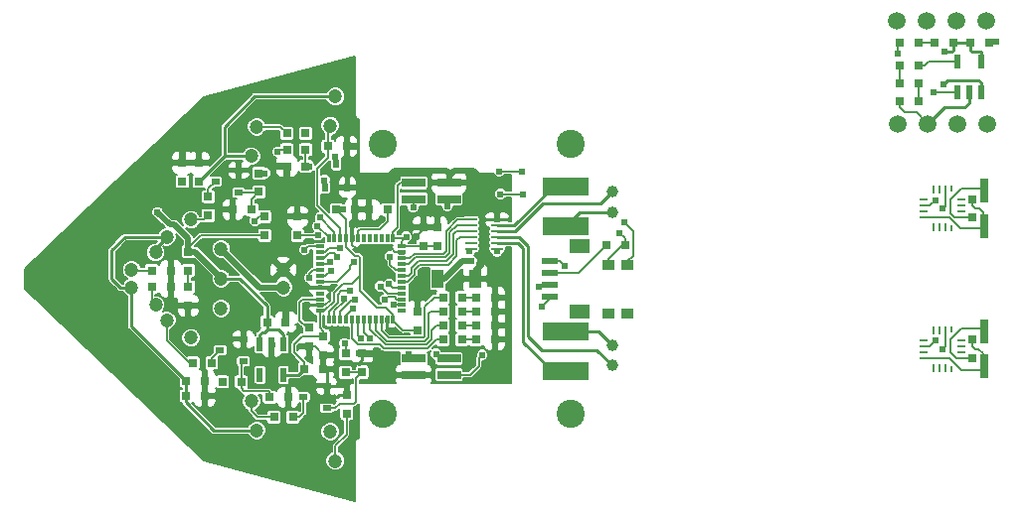
<source format=gtl>
G04 #@! TF.GenerationSoftware,KiCad,Pcbnew,(5.0.1)-3*
G04 #@! TF.CreationDate,2018-10-30T21:40:18+09:00*
G04 #@! TF.ProjectId,Zirconia,5A6972636F6E69612E6B696361645F70,rev?*
G04 #@! TF.SameCoordinates,Original*
G04 #@! TF.FileFunction,Copper,L1,Top,Signal*
G04 #@! TF.FilePolarity,Positive*
%FSLAX46Y46*%
G04 Gerber Fmt 4.6, Leading zero omitted, Abs format (unit mm)*
G04 Created by KiCad (PCBNEW (5.0.1)-3) date 2018/10/30 21:40:18*
%MOMM*%
%LPD*%
G01*
G04 APERTURE LIST*
G04 #@! TA.AperFunction,SMDPad,CuDef*
%ADD10R,0.600000X1.200000*%
G04 #@! TD*
G04 #@! TA.AperFunction,SMDPad,CuDef*
%ADD11R,0.800100X0.800100*%
G04 #@! TD*
G04 #@! TA.AperFunction,ComponentPad*
%ADD12C,1.198880*%
G04 #@! TD*
G04 #@! TA.AperFunction,ComponentPad*
%ADD13C,1.501140*%
G04 #@! TD*
G04 #@! TA.AperFunction,SMDPad,CuDef*
%ADD14R,1.000760X0.248920*%
G04 #@! TD*
G04 #@! TA.AperFunction,SMDPad,CuDef*
%ADD15R,2.000000X0.800100*%
G04 #@! TD*
G04 #@! TA.AperFunction,SMDPad,CuDef*
%ADD16R,0.800100X2.000000*%
G04 #@! TD*
G04 #@! TA.AperFunction,SMDPad,CuDef*
%ADD17R,0.800000X0.500000*%
G04 #@! TD*
G04 #@! TA.AperFunction,SMDPad,CuDef*
%ADD18R,0.500000X0.800000*%
G04 #@! TD*
G04 #@! TA.AperFunction,SMDPad,CuDef*
%ADD19R,4.000500X1.600200*%
G04 #@! TD*
G04 #@! TA.AperFunction,SMDPad,CuDef*
%ADD20R,1.000760X0.899160*%
G04 #@! TD*
G04 #@! TA.AperFunction,SMDPad,CuDef*
%ADD21R,0.250000X0.600000*%
G04 #@! TD*
G04 #@! TA.AperFunction,SMDPad,CuDef*
%ADD22R,0.250000X0.800000*%
G04 #@! TD*
G04 #@! TA.AperFunction,SMDPad,CuDef*
%ADD23R,0.800000X0.250000*%
G04 #@! TD*
G04 #@! TA.AperFunction,ComponentPad*
%ADD24C,2.400000*%
G04 #@! TD*
G04 #@! TA.AperFunction,SMDPad,CuDef*
%ADD25R,1.399540X0.599440*%
G04 #@! TD*
G04 #@! TA.AperFunction,SMDPad,CuDef*
%ADD26R,1.800860X1.198880*%
G04 #@! TD*
G04 #@! TA.AperFunction,ComponentPad*
%ADD27C,1.200000*%
G04 #@! TD*
G04 #@! TA.AperFunction,SMDPad,CuDef*
%ADD28R,0.300000X0.800000*%
G04 #@! TD*
G04 #@! TA.AperFunction,SMDPad,CuDef*
%ADD29R,0.800000X0.300000*%
G04 #@! TD*
G04 #@! TA.AperFunction,SMDPad,CuDef*
%ADD30R,1.000760X1.600200*%
G04 #@! TD*
G04 #@! TA.AperFunction,ComponentPad*
%ADD31C,1.000760*%
G04 #@! TD*
G04 #@! TA.AperFunction,ViaPad*
%ADD32C,0.609600*%
G04 #@! TD*
G04 #@! TA.AperFunction,Conductor*
%ADD33C,0.152400*%
G04 #@! TD*
G04 #@! TA.AperFunction,Conductor*
%ADD34C,0.250000*%
G04 #@! TD*
G04 #@! TA.AperFunction,Conductor*
%ADD35C,0.500000*%
G04 #@! TD*
G04 APERTURE END LIST*
D10*
G04 #@! TO.P,U7,1*
G04 #@! TO.N,Net-(R26-Pad1)*
X174700680Y-31001100D03*
G04 #@! TO.P,U7,2*
G04 #@! TO.N,Net-(C19-Pad2)*
X175700680Y-31001100D03*
G04 #@! TO.P,U7,3*
G04 #@! TO.N,Net-(P8-Pad1)*
X176700680Y-31001100D03*
G04 #@! TO.P,U7,4*
G04 #@! TO.N,Net-(C19-Pad1)*
X176700680Y-28401100D03*
G04 #@! TO.P,U7,5*
G04 #@! TO.N,Net-(R28-Pad1)*
X174700680Y-28401100D03*
G04 #@! TD*
D11*
G04 #@! TO.P,R12,2*
G04 #@! TO.N,Net-(Q7-PadG)*
X113700780Y-55701100D03*
G04 #@! TO.P,R12,1*
G04 #@! TO.N,Net-(R12-Pad1)*
X112100580Y-55701100D03*
G04 #@! TD*
D12*
G04 #@! TO.P,P6,1*
G04 #@! TO.N,Net-(P5-Pad1)*
X117300680Y-47650400D03*
G04 #@! TO.P,P6,2*
G04 #@! TO.N,GND*
X117300680Y-46151800D03*
G04 #@! TD*
D13*
G04 #@! TO.P,P9,1*
G04 #@! TO.N,Net-(C19-Pad1)*
X169570680Y-24911100D03*
G04 #@! TO.P,P9,2*
G04 #@! TO.N,Net-(C19-Pad2)*
X172110680Y-24911100D03*
G04 #@! TO.P,P9,3*
G04 #@! TO.N,Net-(P8-Pad3)*
X174650680Y-24911100D03*
G04 #@! TO.P,P9,4*
G04 #@! TO.N,Net-(P8-Pad4)*
X177190680Y-24911100D03*
G04 #@! TD*
G04 #@! TO.P,P8,1*
G04 #@! TO.N,Net-(P8-Pad1)*
X169650680Y-33721100D03*
G04 #@! TO.P,P8,2*
G04 #@! TO.N,Net-(C19-Pad2)*
X172190680Y-33721100D03*
G04 #@! TO.P,P8,3*
G04 #@! TO.N,Net-(P8-Pad3)*
X174730680Y-33721100D03*
G04 #@! TO.P,P8,4*
G04 #@! TO.N,Net-(P8-Pad4)*
X177270680Y-33721100D03*
G04 #@! TD*
D14*
G04 #@! TO.P,U3,1*
G04 #@! TO.N,+BATT*
X135500500Y-44350780D03*
G04 #@! TO.P,U3,2*
G04 #@! TO.N,Net-(L2-Pad2)*
X135500500Y-43850400D03*
G04 #@! TO.P,U3,3*
G04 #@! TO.N,Net-(P4-Pad1)*
X135500500Y-43350020D03*
G04 #@! TO.P,U3,4*
G04 #@! TO.N,Net-(P2-Pad1)*
X135500500Y-42852180D03*
G04 #@! TO.P,U3,5*
G04 #@! TO.N,Net-(L1-Pad2)*
X135500500Y-42351800D03*
G04 #@! TO.P,U3,6*
G04 #@! TO.N,GND*
X135500500Y-41851420D03*
G04 #@! TO.P,U3,7*
G04 #@! TO.N,Net-(U3-Pad7)*
X133300860Y-41851420D03*
G04 #@! TO.P,U3,8*
G04 #@! TO.N,Net-(U3-Pad8)*
X133300860Y-42351800D03*
G04 #@! TO.P,U3,9*
G04 #@! TO.N,Net-(U3-Pad9)*
X133300860Y-42852180D03*
G04 #@! TO.P,U3,10*
G04 #@! TO.N,Net-(U3-Pad10)*
X133300860Y-43350020D03*
G04 #@! TO.P,U3,11*
G04 #@! TO.N,Net-(U3-Pad11)*
X133300860Y-43850400D03*
G04 #@! TO.P,U3,12*
G04 #@! TO.N,VCC*
X133300860Y-44350780D03*
G04 #@! TD*
D15*
G04 #@! TO.P,U6,2*
G04 #@! TO.N,GND*
X128399540Y-55101100D03*
G04 #@! TO.P,U6,1*
G04 #@! TO.N,VCC*
X131401820Y-55102140D03*
G04 #@! TO.P,U6,3*
G04 #@! TO.N,Net-(U4-Pad38)*
X131400680Y-53700060D03*
G04 #@! TO.P,U6,4*
G04 #@! TO.N,Net-(U4-Pad39)*
X128400680Y-53700060D03*
G04 #@! TD*
G04 #@! TO.P,U5,2*
G04 #@! TO.N,GND*
X131401820Y-38701100D03*
G04 #@! TO.P,U5,1*
G04 #@! TO.N,VCC*
X128399540Y-38700060D03*
G04 #@! TO.P,U5,3*
G04 #@! TO.N,Net-(U4-Pad40)*
X128400680Y-40102140D03*
G04 #@! TO.P,U5,4*
G04 #@! TO.N,Net-(U4-Pad41)*
X131400680Y-40102140D03*
G04 #@! TD*
D16*
G04 #@! TO.P,U10,2*
G04 #@! TO.N,Net-(C18-Pad1)*
X177000680Y-54402240D03*
G04 #@! TO.P,U10,1*
G04 #@! TO.N,Net-(C18-Pad2)*
X177000680Y-51399960D03*
G04 #@! TD*
G04 #@! TO.P,U2,2*
G04 #@! TO.N,Net-(C1-Pad1)*
X177000680Y-42403380D03*
G04 #@! TO.P,U2,1*
G04 #@! TO.N,Net-(C1-Pad2)*
X177000680Y-39401100D03*
G04 #@! TD*
D17*
G04 #@! TO.P,Q7,G*
G04 #@! TO.N,Net-(Q7-PadG)*
X113900680Y-53951100D03*
G04 #@! TO.P,Q7,S*
G04 #@! TO.N,GND*
X113900680Y-52051100D03*
G04 #@! TO.P,Q7,D*
G04 #@! TO.N,Net-(Q7-PadD)*
X111900680Y-53001100D03*
G04 #@! TD*
G04 #@! TO.P,Q6,G*
G04 #@! TO.N,Net-(Q6-PadG)*
X113500680Y-39551100D03*
G04 #@! TO.P,Q6,S*
G04 #@! TO.N,GND*
X113500680Y-37651100D03*
G04 #@! TO.P,Q6,D*
G04 #@! TO.N,Net-(Q6-PadD)*
X111500680Y-38601100D03*
G04 #@! TD*
D18*
G04 #@! TO.P,Q5,G*
G04 #@! TO.N,Net-(Q5-PadG)*
X120850680Y-39101100D03*
G04 #@! TO.P,Q5,S*
G04 #@! TO.N,GND*
X122750680Y-39101100D03*
G04 #@! TO.P,Q5,D*
G04 #@! TO.N,Net-(Q5-PadD)*
X121800680Y-37101100D03*
G04 #@! TD*
D17*
G04 #@! TO.P,Q8,G*
G04 #@! TO.N,Net-(Q8-PadG)*
X121000680Y-57951100D03*
G04 #@! TO.P,Q8,S*
G04 #@! TO.N,GND*
X121000680Y-56051100D03*
G04 #@! TO.P,Q8,D*
G04 #@! TO.N,Net-(Q8-PadD)*
X119000680Y-57001100D03*
G04 #@! TD*
D19*
G04 #@! TO.P,L2,1*
G04 #@! TO.N,Net-(L2-Pad1)*
X141300680Y-51401840D03*
G04 #@! TO.P,L2,2*
G04 #@! TO.N,Net-(L2-Pad2)*
X141300680Y-54800360D03*
G04 #@! TD*
G04 #@! TO.P,L1,1*
G04 #@! TO.N,Net-(L1-Pad1)*
X141300680Y-42400360D03*
G04 #@! TO.P,L1,2*
G04 #@! TO.N,Net-(L1-Pad2)*
X141300680Y-39001840D03*
G04 #@! TD*
D20*
G04 #@! TO.P,SW1,1*
G04 #@! TO.N,VCC*
X146600780Y-45751320D03*
G04 #@! TO.P,SW1,2*
G04 #@! TO.N,Net-(R5-Pad1)*
X145000580Y-45751320D03*
G04 #@! TO.P,SW1,*
G04 #@! TO.N,*
X145000580Y-49850880D03*
X146600780Y-49850880D03*
G04 #@! TD*
D12*
G04 #@! TO.P,Q1,1*
G04 #@! TO.N,Net-(Q1-Pad1)*
X121280147Y-33851806D03*
G04 #@! TO.P,Q1,3*
G04 #@! TO.N,VCC*
X121721213Y-31350394D03*
G04 #@! TD*
G04 #@! TO.P,Q2,1*
G04 #@! TO.N,Net-(Q2-Pad1)*
X104373228Y-46147587D03*
G04 #@! TO.P,Q2,3*
G04 #@! TO.N,VCC*
X106428132Y-44654613D03*
G04 #@! TD*
G04 #@! TO.P,Q3,1*
G04 #@! TO.N,Net-(Q3-Pad1)*
X106428132Y-49147587D03*
G04 #@! TO.P,Q3,3*
G04 #@! TO.N,VCC*
X104373228Y-47654613D03*
G04 #@! TD*
G04 #@! TO.P,Q4,1*
G04 #@! TO.N,Net-(Q4-Pad1)*
X121721213Y-62451806D03*
G04 #@! TO.P,Q4,3*
G04 #@! TO.N,VCC*
X121280147Y-59950394D03*
G04 #@! TD*
D21*
G04 #@! TO.P,U1,1*
G04 #@! TO.N,Net-(U1-Pad1)*
X174150680Y-39200000D03*
D22*
G04 #@! TO.P,U1,2*
G04 #@! TO.N,Net-(U1-Pad2)*
X173650680Y-39301100D03*
G04 #@! TO.P,U1,3*
G04 #@! TO.N,Net-(U1-Pad3)*
X173150680Y-39301100D03*
G04 #@! TO.P,U1,4*
G04 #@! TO.N,Net-(U1-Pad4)*
X172650680Y-39301100D03*
D23*
G04 #@! TO.P,U1,5*
G04 #@! TO.N,Net-(U1-Pad5)*
X171800680Y-40151100D03*
G04 #@! TO.P,U1,6*
G04 #@! TO.N,Net-(U1-Pad6)*
X171800680Y-40651100D03*
G04 #@! TO.P,U1,7*
G04 #@! TO.N,Net-(U1-Pad7)*
X171800680Y-41151100D03*
G04 #@! TO.P,U1,8*
G04 #@! TO.N,Net-(C1-Pad1)*
X171800680Y-41651100D03*
D22*
G04 #@! TO.P,U1,9*
G04 #@! TO.N,Net-(U1-Pad9)*
X172650680Y-42501100D03*
G04 #@! TO.P,U1,10*
G04 #@! TO.N,Net-(U1-Pad10)*
X173150680Y-42501100D03*
G04 #@! TO.P,U1,11*
G04 #@! TO.N,Net-(U1-Pad11)*
X173650680Y-42501100D03*
D21*
G04 #@! TO.P,U1,12*
G04 #@! TO.N,Net-(U1-Pad12)*
X174150680Y-42600000D03*
D23*
G04 #@! TO.P,U1,13*
G04 #@! TO.N,Net-(C1-Pad2)*
X175000680Y-41651100D03*
G04 #@! TO.P,U1,14*
G04 #@! TO.N,Net-(U1-Pad14)*
X175000680Y-41151100D03*
G04 #@! TO.P,U1,15*
G04 #@! TO.N,Net-(U1-Pad15)*
X175000680Y-40651100D03*
G04 #@! TO.P,U1,16*
G04 #@! TO.N,Net-(U1-Pad16)*
X175000680Y-40151100D03*
G04 #@! TD*
D21*
G04 #@! TO.P,U9,1*
G04 #@! TO.N,Net-(U9-Pad1)*
X174150680Y-51200000D03*
D22*
G04 #@! TO.P,U9,2*
G04 #@! TO.N,Net-(U10-Pad4)*
X173650680Y-51301100D03*
G04 #@! TO.P,U9,3*
G04 #@! TO.N,Net-(U9-Pad3)*
X173150680Y-51301100D03*
G04 #@! TO.P,U9,4*
G04 #@! TO.N,Net-(U9-Pad4)*
X172650680Y-51301100D03*
D23*
G04 #@! TO.P,U9,5*
G04 #@! TO.N,Net-(U9-Pad5)*
X171800680Y-52151100D03*
G04 #@! TO.P,U9,6*
G04 #@! TO.N,Net-(U10-Pad3)*
X171800680Y-52651100D03*
G04 #@! TO.P,U9,7*
G04 #@! TO.N,Net-(U9-Pad7)*
X171800680Y-53151100D03*
G04 #@! TO.P,U9,8*
G04 #@! TO.N,Net-(C18-Pad1)*
X171800680Y-53651100D03*
D22*
G04 #@! TO.P,U9,9*
G04 #@! TO.N,Net-(U9-Pad9)*
X172650680Y-54501100D03*
G04 #@! TO.P,U9,10*
G04 #@! TO.N,Net-(U9-Pad10)*
X173150680Y-54501100D03*
G04 #@! TO.P,U9,11*
G04 #@! TO.N,Net-(U9-Pad11)*
X173650680Y-54501100D03*
D21*
G04 #@! TO.P,U9,12*
G04 #@! TO.N,Net-(U9-Pad12)*
X174150680Y-54600000D03*
D23*
G04 #@! TO.P,U9,13*
G04 #@! TO.N,Net-(C18-Pad2)*
X175000680Y-53651100D03*
G04 #@! TO.P,U9,14*
G04 #@! TO.N,Net-(U9-Pad14)*
X175000680Y-53151100D03*
G04 #@! TO.P,U9,15*
G04 #@! TO.N,Net-(U9-Pad15)*
X175000680Y-52651100D03*
G04 #@! TO.P,U9,16*
G04 #@! TO.N,Net-(U9-Pad16)*
X175000680Y-52151100D03*
G04 #@! TD*
D24*
G04 #@! TO.P,P7,1*
G04 #@! TO.N,Net-(P7-Pad1)*
X125800680Y-35401100D03*
G04 #@! TO.P,P7,4*
G04 #@! TO.N,N/C*
X125800680Y-58401100D03*
G04 #@! TO.P,P7,2*
G04 #@! TO.N,Net-(P7-Pad2)*
X141800680Y-35401100D03*
G04 #@! TO.P,P7,3*
G04 #@! TO.N,N/C*
X141800680Y-58401100D03*
G04 #@! TD*
D12*
G04 #@! TO.P,D4,1*
G04 #@! TO.N,VCC*
X115021213Y-59851806D03*
G04 #@! TO.P,D4,2*
G04 #@! TO.N,Net-(D4-Pad2)*
X114580147Y-57350394D03*
G04 #@! TD*
G04 #@! TO.P,D3,1*
G04 #@! TO.N,VCC*
X109428132Y-51947587D03*
G04 #@! TO.P,D3,2*
G04 #@! TO.N,Net-(D3-Pad2)*
X107373228Y-50454613D03*
G04 #@! TD*
G04 #@! TO.P,D2,1*
G04 #@! TO.N,VCC*
X107373228Y-43347587D03*
G04 #@! TO.P,D2,2*
G04 #@! TO.N,Net-(D2-Pad2)*
X109428132Y-41854613D03*
G04 #@! TD*
G04 #@! TO.P,D1,1*
G04 #@! TO.N,VCC*
X114580147Y-36451806D03*
G04 #@! TO.P,D1,2*
G04 #@! TO.N,Net-(D1-Pad2)*
X115021213Y-33950394D03*
G04 #@! TD*
D25*
G04 #@! TO.P,P5,1*
G04 #@! TO.N,Net-(P5-Pad1)*
X139999620Y-45399960D03*
G04 #@! TO.P,P5,2*
G04 #@! TO.N,GND*
X139999620Y-46400720D03*
G04 #@! TO.P,P5,3*
G04 #@! TO.N,Net-(P5-Pad3)*
X139999620Y-47401480D03*
G04 #@! TO.P,P5,4*
G04 #@! TO.N,Net-(P5-Pad4)*
X139999620Y-48402240D03*
D26*
G04 #@! TO.P,P5,5*
G04 #@! TO.N,N/C*
X142501520Y-44102020D03*
G04 #@! TO.P,P5,6*
X142501520Y-49700180D03*
G04 #@! TD*
D27*
G04 #@! TO.P,SW2,1*
G04 #@! TO.N,Net-(P5-Pad1)*
X112000680Y-44361100D03*
G04 #@! TO.P,SW2,2*
G04 #@! TO.N,+BATT*
X112000680Y-46901100D03*
G04 #@! TO.P,SW2,3*
G04 #@! TO.N,N/C*
X112000680Y-49441100D03*
G04 #@! TD*
D28*
G04 #@! TO.P,U4,1*
G04 #@! TO.N,VCC*
X126650680Y-43401100D03*
G04 #@! TO.P,U4,2*
G04 #@! TO.N,Net-(U4-Pad2)*
X126150680Y-43401100D03*
G04 #@! TO.P,U4,3*
G04 #@! TO.N,Net-(U4-Pad3)*
X125650680Y-43401100D03*
G04 #@! TO.P,U4,4*
G04 #@! TO.N,Net-(U4-Pad4)*
X125150680Y-43401100D03*
G04 #@! TO.P,U4,5*
G04 #@! TO.N,Net-(U4-Pad5)*
X124650680Y-43401100D03*
G04 #@! TO.P,U4,6*
G04 #@! TO.N,Net-(U4-Pad6)*
X124150680Y-43401100D03*
G04 #@! TO.P,U4,7*
G04 #@! TO.N,Net-(C5-Pad1)*
X123650680Y-43401100D03*
G04 #@! TO.P,U4,8*
G04 #@! TO.N,GND*
X123150680Y-43401100D03*
G04 #@! TO.P,U4,9*
G04 #@! TO.N,VCC*
X122650680Y-43401100D03*
G04 #@! TO.P,U4,10*
G04 #@! TO.N,Net-(Q1-Pad1)*
X122150680Y-43401100D03*
G04 #@! TO.P,U4,11*
G04 #@! TO.N,Net-(Q2-Pad1)*
X121650680Y-43401100D03*
G04 #@! TO.P,U4,12*
G04 #@! TO.N,Net-(Q3-Pad1)*
X121150680Y-43401100D03*
D29*
G04 #@! TO.P,U4,13*
G04 #@! TO.N,Net-(Q4-Pad1)*
X120400680Y-44151100D03*
G04 #@! TO.P,U4,14*
G04 #@! TO.N,Net-(R6-Pad1)*
X120400680Y-44651100D03*
G04 #@! TO.P,U4,15*
G04 #@! TO.N,Net-(R9-Pad1)*
X120400680Y-45151100D03*
G04 #@! TO.P,U4,16*
G04 #@! TO.N,Net-(R12-Pad1)*
X120400680Y-45651100D03*
G04 #@! TO.P,U4,17*
G04 #@! TO.N,Net-(R15-Pad1)*
X120400680Y-46151100D03*
G04 #@! TO.P,U4,18*
G04 #@! TO.N,Net-(R18-Pad2)*
X120400680Y-46651100D03*
G04 #@! TO.P,U4,19*
G04 #@! TO.N,Net-(R5-Pad1)*
X120400680Y-47151100D03*
G04 #@! TO.P,U4,20*
G04 #@! TO.N,GND*
X120400680Y-47651100D03*
G04 #@! TO.P,U4,21*
G04 #@! TO.N,Net-(U4-Pad21)*
X120400680Y-48151100D03*
G04 #@! TO.P,U4,22*
G04 #@! TO.N,Net-(C12-Pad1)*
X120400680Y-48651100D03*
G04 #@! TO.P,U4,23*
G04 #@! TO.N,GND*
X120400680Y-49151100D03*
G04 #@! TO.P,U4,24*
G04 #@! TO.N,VCC*
X120400680Y-49651100D03*
D28*
G04 #@! TO.P,U4,25*
G04 #@! TO.N,Net-(U4-Pad25)*
X121150680Y-50401100D03*
G04 #@! TO.P,U4,26*
G04 #@! TO.N,Net-(U4-Pad26)*
X121650680Y-50401100D03*
G04 #@! TO.P,U4,27*
G04 #@! TO.N,Net-(U4-Pad27)*
X122150680Y-50401100D03*
G04 #@! TO.P,U4,28*
G04 #@! TO.N,Net-(U4-Pad28)*
X122650680Y-50401100D03*
G04 #@! TO.P,U4,29*
G04 #@! TO.N,Net-(D8-Pad1)*
X123150680Y-50401100D03*
G04 #@! TO.P,U4,30*
G04 #@! TO.N,Net-(P5-Pad4)*
X123650680Y-50401100D03*
G04 #@! TO.P,U4,31*
G04 #@! TO.N,Net-(P5-Pad3)*
X124150680Y-50401100D03*
G04 #@! TO.P,U4,32*
G04 #@! TO.N,Net-(D7-Pad1)*
X124650680Y-50401100D03*
G04 #@! TO.P,U4,33*
G04 #@! TO.N,Net-(D6-Pad1)*
X125150680Y-50401100D03*
G04 #@! TO.P,U4,34*
G04 #@! TO.N,Net-(D5-Pad1)*
X125650680Y-50401100D03*
G04 #@! TO.P,U4,35*
G04 #@! TO.N,GND*
X126150680Y-50401100D03*
G04 #@! TO.P,U4,36*
G04 #@! TO.N,VCC*
X126650680Y-50401100D03*
D29*
G04 #@! TO.P,U4,37*
G04 #@! TO.N,Net-(U4-Pad37)*
X127400680Y-49651100D03*
G04 #@! TO.P,U4,38*
G04 #@! TO.N,Net-(U4-Pad38)*
X127400680Y-49151100D03*
G04 #@! TO.P,U4,39*
G04 #@! TO.N,Net-(U4-Pad39)*
X127400680Y-48651100D03*
G04 #@! TO.P,U4,40*
G04 #@! TO.N,Net-(U4-Pad40)*
X127400680Y-48151100D03*
G04 #@! TO.P,U4,41*
G04 #@! TO.N,Net-(U4-Pad41)*
X127400680Y-47651100D03*
G04 #@! TO.P,U4,42*
G04 #@! TO.N,Net-(U3-Pad10)*
X127400680Y-47151100D03*
G04 #@! TO.P,U4,43*
G04 #@! TO.N,Net-(U3-Pad9)*
X127400680Y-46651100D03*
G04 #@! TO.P,U4,44*
G04 #@! TO.N,Net-(R5-Pad1)*
X127400680Y-46151100D03*
G04 #@! TO.P,U4,45*
G04 #@! TO.N,Net-(U3-Pad8)*
X127400680Y-45651100D03*
G04 #@! TO.P,U4,46*
G04 #@! TO.N,Net-(U3-Pad7)*
X127400680Y-45151100D03*
G04 #@! TO.P,U4,47*
G04 #@! TO.N,GND*
X127400680Y-44651100D03*
G04 #@! TO.P,U4,48*
G04 #@! TO.N,VCC*
X127400680Y-44151100D03*
G04 #@! TD*
D11*
G04 #@! TO.P,D10,2*
G04 #@! TO.N,Net-(D10-Pad2)*
X172790580Y-26721100D03*
G04 #@! TO.P,D10,1*
G04 #@! TO.N,Net-(C19-Pad1)*
X174390780Y-26721100D03*
G04 #@! TD*
G04 #@! TO.P,D9,2*
G04 #@! TO.N,GND*
X109200680Y-49201200D03*
G04 #@! TO.P,D9,1*
G04 #@! TO.N,Net-(D9-Pad1)*
X109200680Y-47601000D03*
G04 #@! TD*
G04 #@! TO.P,D8,2*
G04 #@! TO.N,Net-(D8-Pad2)*
X132500780Y-52101100D03*
G04 #@! TO.P,D8,1*
G04 #@! TO.N,Net-(D8-Pad1)*
X130900580Y-52101100D03*
G04 #@! TD*
G04 #@! TO.P,D7,2*
G04 #@! TO.N,Net-(D7-Pad2)*
X132500780Y-50901100D03*
G04 #@! TO.P,D7,1*
G04 #@! TO.N,Net-(D7-Pad1)*
X130900580Y-50901100D03*
G04 #@! TD*
G04 #@! TO.P,D6,2*
G04 #@! TO.N,Net-(D6-Pad2)*
X132500780Y-49701100D03*
G04 #@! TO.P,D6,1*
G04 #@! TO.N,Net-(D6-Pad1)*
X130900580Y-49701100D03*
G04 #@! TD*
G04 #@! TO.P,D5,2*
G04 #@! TO.N,Net-(D5-Pad2)*
X132500780Y-48501100D03*
G04 #@! TO.P,D5,1*
G04 #@! TO.N,Net-(D5-Pad1)*
X130900580Y-48501100D03*
G04 #@! TD*
G04 #@! TO.P,C1,2*
G04 #@! TO.N,Net-(C1-Pad2)*
X176000680Y-41701300D03*
G04 #@! TO.P,C1,1*
G04 #@! TO.N,Net-(C1-Pad1)*
X176000680Y-40101100D03*
G04 #@! TD*
G04 #@! TO.P,C19,2*
G04 #@! TO.N,Net-(C19-Pad2)*
X177390780Y-26721100D03*
G04 #@! TO.P,C19,1*
G04 #@! TO.N,Net-(C19-Pad1)*
X175790580Y-26721100D03*
G04 #@! TD*
G04 #@! TO.P,C18,2*
G04 #@! TO.N,Net-(C18-Pad2)*
X176000680Y-53701100D03*
G04 #@! TO.P,C18,1*
G04 #@! TO.N,Net-(C18-Pad1)*
X176000680Y-52100900D03*
G04 #@! TD*
G04 #@! TO.P,C15,2*
G04 #@! TO.N,GND*
X117500780Y-50601100D03*
G04 #@! TO.P,C15,1*
G04 #@! TO.N,+BATT*
X115900580Y-50601100D03*
G04 #@! TD*
G04 #@! TO.P,C13,2*
G04 #@! TO.N,GND*
X120700680Y-53401200D03*
G04 #@! TO.P,C13,1*
G04 #@! TO.N,VCC*
X120700680Y-51801000D03*
G04 #@! TD*
G04 #@! TO.P,R13,2*
G04 #@! TO.N,GND*
X117700780Y-57001100D03*
G04 #@! TO.P,R13,1*
G04 #@! TO.N,Net-(Q7-PadG)*
X116100580Y-57001100D03*
G04 #@! TD*
G04 #@! TO.P,C11,2*
G04 #@! TO.N,GND*
X128700680Y-49701000D03*
G04 #@! TO.P,C11,1*
G04 #@! TO.N,VCC*
X128700680Y-51301200D03*
G04 #@! TD*
G04 #@! TO.P,C10,2*
G04 #@! TO.N,GND*
X110600780Y-56901100D03*
G04 #@! TO.P,C10,1*
G04 #@! TO.N,VCC*
X109000580Y-56901100D03*
G04 #@! TD*
G04 #@! TO.P,C9,2*
G04 #@! TO.N,GND*
X110600780Y-55601100D03*
G04 #@! TO.P,C9,1*
G04 #@! TO.N,VCC*
X109000580Y-55601100D03*
G04 #@! TD*
G04 #@! TO.P,C8,2*
G04 #@! TO.N,GND*
X130400680Y-42501000D03*
G04 #@! TO.P,C8,1*
G04 #@! TO.N,VCC*
X130400680Y-44101200D03*
G04 #@! TD*
G04 #@! TO.P,C7,2*
G04 #@! TO.N,GND*
X108700680Y-37001000D03*
G04 #@! TO.P,C7,1*
G04 #@! TO.N,VCC*
X108700680Y-38601200D03*
G04 #@! TD*
G04 #@! TO.P,C6,2*
G04 #@! TO.N,GND*
X129200680Y-42501000D03*
G04 #@! TO.P,C6,1*
G04 #@! TO.N,VCC*
X129200680Y-44101200D03*
G04 #@! TD*
G04 #@! TO.P,C5,2*
G04 #@! TO.N,GND*
X124600580Y-41001100D03*
G04 #@! TO.P,C5,1*
G04 #@! TO.N,Net-(C5-Pad1)*
X126200780Y-41001100D03*
G04 #@! TD*
G04 #@! TO.P,C4,2*
G04 #@! TO.N,GND*
X123400780Y-41001100D03*
G04 #@! TO.P,C4,1*
G04 #@! TO.N,VCC*
X121800580Y-41001100D03*
G04 #@! TD*
G04 #@! TO.P,C2,2*
G04 #@! TO.N,GND*
X110100680Y-37001000D03*
G04 #@! TO.P,C2,1*
G04 #@! TO.N,VCC*
X110100680Y-38601200D03*
G04 #@! TD*
G04 #@! TO.P,C14,2*
G04 #@! TO.N,GND*
X120700780Y-54601100D03*
G04 #@! TO.P,C14,1*
G04 #@! TO.N,VCC*
X119100580Y-54601100D03*
G04 #@! TD*
G04 #@! TO.P,R28,2*
G04 #@! TO.N,Net-(R27-Pad1)*
X169790580Y-28721100D03*
G04 #@! TO.P,R28,1*
G04 #@! TO.N,Net-(R28-Pad1)*
X171390780Y-28721100D03*
G04 #@! TD*
G04 #@! TO.P,C12,2*
G04 #@! TO.N,GND*
X119500680Y-52701200D03*
G04 #@! TO.P,C12,1*
G04 #@! TO.N,Net-(C12-Pad1)*
X119500680Y-51101000D03*
G04 #@! TD*
G04 #@! TO.P,R11,2*
G04 #@! TO.N,Net-(Q6-PadD)*
X110900680Y-39901000D03*
G04 #@! TO.P,R11,1*
G04 #@! TO.N,Net-(D2-Pad2)*
X110900680Y-41501200D03*
G04 #@! TD*
G04 #@! TO.P,R10,2*
G04 #@! TO.N,GND*
X113000580Y-41001100D03*
G04 #@! TO.P,R10,1*
G04 #@! TO.N,Net-(Q6-PadG)*
X114600780Y-41001100D03*
G04 #@! TD*
G04 #@! TO.P,R9,2*
G04 #@! TO.N,Net-(Q6-PadG)*
X115200680Y-39501200D03*
G04 #@! TO.P,R9,1*
G04 #@! TO.N,Net-(R9-Pad1)*
X115200680Y-37901000D03*
G04 #@! TD*
G04 #@! TO.P,R8,2*
G04 #@! TO.N,Net-(Q5-PadD)*
X119200780Y-34501100D03*
G04 #@! TO.P,R8,1*
G04 #@! TO.N,Net-(D1-Pad2)*
X117600580Y-34501100D03*
G04 #@! TD*
G04 #@! TO.P,R7,2*
G04 #@! TO.N,GND*
X117600580Y-37301100D03*
G04 #@! TO.P,R7,1*
G04 #@! TO.N,Net-(Q5-PadG)*
X119200780Y-37301100D03*
G04 #@! TD*
G04 #@! TO.P,R6,2*
G04 #@! TO.N,Net-(Q5-PadG)*
X119200780Y-35901100D03*
G04 #@! TO.P,R6,1*
G04 #@! TO.N,Net-(R6-Pad1)*
X117600580Y-35901100D03*
G04 #@! TD*
G04 #@! TO.P,R5,2*
G04 #@! TO.N,GND*
X144800580Y-44001100D03*
G04 #@! TO.P,R5,1*
G04 #@! TO.N,Net-(R5-Pad1)*
X146400780Y-44001100D03*
G04 #@! TD*
G04 #@! TO.P,R4,2*
G04 #@! TO.N,GND*
X122700680Y-56801000D03*
G04 #@! TO.P,R4,1*
G04 #@! TO.N,Net-(Q4-Pad1)*
X122700680Y-58401200D03*
G04 #@! TD*
G04 #@! TO.P,R3,2*
G04 #@! TO.N,GND*
X107700780Y-47601100D03*
G04 #@! TO.P,R3,1*
G04 #@! TO.N,Net-(Q3-Pad1)*
X106100580Y-47601100D03*
G04 #@! TD*
G04 #@! TO.P,R2,2*
G04 #@! TO.N,GND*
X107700780Y-46201100D03*
G04 #@! TO.P,R2,1*
G04 #@! TO.N,Net-(Q2-Pad1)*
X106100580Y-46201100D03*
G04 #@! TD*
G04 #@! TO.P,R1,2*
G04 #@! TO.N,GND*
X122700780Y-35601100D03*
G04 #@! TO.P,R1,1*
G04 #@! TO.N,Net-(Q1-Pad1)*
X121100580Y-35601100D03*
G04 #@! TD*
G04 #@! TO.P,R14,2*
G04 #@! TO.N,Net-(Q7-PadD)*
X111200780Y-54101100D03*
G04 #@! TO.P,R14,1*
G04 #@! TO.N,Net-(D3-Pad2)*
X109600580Y-54101100D03*
G04 #@! TD*
G04 #@! TO.P,R25,2*
G04 #@! TO.N,Net-(C19-Pad2)*
X169790580Y-31721100D03*
G04 #@! TO.P,R25,1*
G04 #@! TO.N,Net-(R25-Pad1)*
X171390780Y-31721100D03*
G04 #@! TD*
G04 #@! TO.P,R26,2*
G04 #@! TO.N,Net-(D10-Pad2)*
X171390780Y-26721100D03*
G04 #@! TO.P,R26,1*
G04 #@! TO.N,Net-(R26-Pad1)*
X169790580Y-26721100D03*
G04 #@! TD*
G04 #@! TO.P,R24,2*
G04 #@! TO.N,+BATT*
X109200680Y-44601000D03*
G04 #@! TO.P,R24,1*
G04 #@! TO.N,Net-(D9-Pad1)*
X109200680Y-46201200D03*
G04 #@! TD*
G04 #@! TO.P,R23,2*
G04 #@! TO.N,Net-(D8-Pad2)*
X133700580Y-52101100D03*
G04 #@! TO.P,R23,1*
G04 #@! TO.N,GND*
X135300780Y-52101100D03*
G04 #@! TD*
G04 #@! TO.P,R22,2*
G04 #@! TO.N,Net-(D7-Pad2)*
X133700580Y-50901100D03*
G04 #@! TO.P,R22,1*
G04 #@! TO.N,GND*
X135300780Y-50901100D03*
G04 #@! TD*
G04 #@! TO.P,R21,2*
G04 #@! TO.N,Net-(D6-Pad2)*
X133700580Y-49701100D03*
G04 #@! TO.P,R21,1*
G04 #@! TO.N,GND*
X135300780Y-49701100D03*
G04 #@! TD*
G04 #@! TO.P,R20,2*
G04 #@! TO.N,Net-(D5-Pad2)*
X133700580Y-48501100D03*
G04 #@! TO.P,R20,1*
G04 #@! TO.N,GND*
X135300780Y-48501100D03*
G04 #@! TD*
G04 #@! TO.P,R19,2*
G04 #@! TO.N,GND*
X118500680Y-41601000D03*
G04 #@! TO.P,R19,1*
G04 #@! TO.N,Net-(R18-Pad2)*
X118500680Y-43201200D03*
G04 #@! TD*
G04 #@! TO.P,R18,2*
G04 #@! TO.N,Net-(R18-Pad2)*
X115700680Y-41601000D03*
G04 #@! TO.P,R18,1*
G04 #@! TO.N,+BATT*
X115700680Y-43201200D03*
G04 #@! TD*
G04 #@! TO.P,R17,2*
G04 #@! TO.N,Net-(Q8-PadD)*
X118100780Y-58701100D03*
G04 #@! TO.P,R17,1*
G04 #@! TO.N,Net-(D4-Pad2)*
X116500580Y-58701100D03*
G04 #@! TD*
G04 #@! TO.P,R15,2*
G04 #@! TO.N,Net-(Q8-PadG)*
X122600680Y-54901200D03*
G04 #@! TO.P,R15,1*
G04 #@! TO.N,Net-(R15-Pad1)*
X122600680Y-53301000D03*
G04 #@! TD*
G04 #@! TO.P,R16,2*
G04 #@! TO.N,GND*
X124000680Y-53301000D03*
G04 #@! TO.P,R16,1*
G04 #@! TO.N,Net-(Q8-PadG)*
X124000680Y-54901200D03*
G04 #@! TD*
G04 #@! TO.P,R27,2*
G04 #@! TO.N,Net-(R25-Pad1)*
X171390780Y-30221100D03*
G04 #@! TO.P,R27,1*
G04 #@! TO.N,Net-(R27-Pad1)*
X169790580Y-30221100D03*
G04 #@! TD*
D30*
G04 #@! TO.P,C3,1*
G04 #@! TO.N,+BATT*
X130460480Y-46931100D03*
G04 #@! TO.P,C3,2*
G04 #@! TO.N,GND*
X133660880Y-46931100D03*
G04 #@! TD*
D31*
G04 #@! TO.P,P4,1*
G04 #@! TO.N,Net-(P4-Pad1)*
X145300680Y-54301100D03*
G04 #@! TD*
G04 #@! TO.P,P3,1*
G04 #@! TO.N,Net-(L2-Pad1)*
X145300680Y-52601100D03*
G04 #@! TD*
G04 #@! TO.P,P2,1*
G04 #@! TO.N,Net-(P2-Pad1)*
X145300680Y-39501100D03*
G04 #@! TD*
G04 #@! TO.P,P1,1*
G04 #@! TO.N,Net-(L1-Pad1)*
X145300680Y-41201100D03*
G04 #@! TD*
D10*
G04 #@! TO.P,U11,5*
G04 #@! TO.N,VCC*
X117300680Y-55101100D03*
G04 #@! TO.P,U11,4*
G04 #@! TO.N,Net-(U11-Pad4)*
X115300680Y-55101100D03*
G04 #@! TO.P,U11,3*
G04 #@! TO.N,+BATT*
X115300680Y-52501100D03*
G04 #@! TO.P,U11,2*
G04 #@! TO.N,GND*
X116300680Y-52501100D03*
G04 #@! TO.P,U11,1*
G04 #@! TO.N,+BATT*
X117300680Y-52501100D03*
G04 #@! TD*
D32*
G04 #@! TO.N,GND*
X128700680Y-49701000D03*
X123740680Y-53261100D03*
X126410680Y-51321100D03*
X139999620Y-46400720D03*
X133660680Y-46931100D03*
X128640680Y-43261100D03*
G04 #@! TO.N,VCC*
X146360680Y-42101100D03*
X137650680Y-37741100D03*
X135680680Y-37741100D03*
X134240680Y-53411100D03*
X108700680Y-38601200D03*
X122400680Y-41001100D03*
X133170680Y-44541100D03*
X127760680Y-43331100D03*
X128700680Y-51301200D03*
X119100580Y-54601100D03*
X128399540Y-38700060D03*
G04 #@! TO.N,+BATT*
X106570680Y-41231100D03*
X135500680Y-44581100D03*
X133330680Y-45401100D03*
G04 #@! TO.N,Net-(P5-Pad1)*
X141270680Y-45841100D03*
G04 #@! TO.N,Net-(P5-Pad3)*
X124630680Y-51961100D03*
X139060680Y-47601100D03*
G04 #@! TO.N,Net-(P5-Pad4)*
X123860680Y-51961100D03*
X139290680Y-49311100D03*
G04 #@! TO.N,Net-(Q2-Pad1)*
X120430680Y-41681100D03*
G04 #@! TO.N,Net-(Q3-Pad1)*
X120200680Y-42411100D03*
G04 #@! TO.N,Net-(Q4-Pad1)*
X119090680Y-44441100D03*
G04 #@! TO.N,Net-(R5-Pad1)*
X145930680Y-42991100D03*
X137680680Y-39681100D03*
X135790680Y-39681100D03*
X123270680Y-45501100D03*
X126390680Y-45011100D03*
G04 #@! TO.N,Net-(Q5-PadG)*
X119510680Y-37301100D03*
X120790680Y-38501100D03*
G04 #@! TO.N,Net-(R6-Pad1)*
X116800680Y-36071100D03*
X122110680Y-44271100D03*
G04 #@! TO.N,Net-(Q5-PadD)*
X119200780Y-34501100D03*
X121730680Y-36461100D03*
G04 #@! TO.N,Net-(R9-Pad1)*
X121900680Y-45011100D03*
X115710680Y-37901100D03*
G04 #@! TO.N,Net-(R12-Pad1)*
X121260680Y-45431100D03*
X112100580Y-55701100D03*
G04 #@! TO.N,Net-(R15-Pad1)*
X122510680Y-52411100D03*
X119520680Y-46831100D03*
G04 #@! TO.N,Net-(R18-Pad2)*
X114870680Y-41971100D03*
X120230580Y-43201200D03*
X121330680Y-46191100D03*
G04 #@! TO.N,Net-(U4-Pad25)*
X122930680Y-47941100D03*
G04 #@! TO.N,Net-(U4-Pad26)*
X122460680Y-48591100D03*
G04 #@! TO.N,Net-(U4-Pad27)*
X123430680Y-48721100D03*
G04 #@! TO.N,Net-(U4-Pad28)*
X123200680Y-49451100D03*
G04 #@! TO.N,Net-(U4-Pad38)*
X126700680Y-49151100D03*
X130310680Y-53311100D03*
G04 #@! TO.N,Net-(U4-Pad39)*
X125950680Y-48661100D03*
X127970680Y-53381100D03*
G04 #@! TO.N,Net-(U4-Pad40)*
X125570680Y-47561100D03*
X128350680Y-40821100D03*
G04 #@! TO.N,Net-(U4-Pad41)*
X126310680Y-47351100D03*
X131260680Y-40731100D03*
G04 #@! TO.N,Net-(U1-Pad2)*
X173430680Y-40941100D03*
G04 #@! TO.N,Net-(U1-Pad6)*
X172820680Y-40191100D03*
G04 #@! TO.N,Net-(R26-Pad1)*
X169590680Y-27721100D03*
X172650680Y-30981100D03*
G04 #@! TO.N,Net-(C19-Pad1)*
X173600680Y-27501100D03*
G04 #@! TO.N,Net-(P8-Pad1)*
X173500680Y-30301100D03*
G04 #@! TO.N,Net-(U10-Pad3)*
X172810680Y-52201100D03*
G04 #@! TO.N,Net-(U10-Pad4)*
X173450680Y-52881100D03*
G04 #@! TO.N,Net-(C19-Pad2)*
X178000680Y-26701100D03*
G04 #@! TD*
D33*
G04 #@! TO.N,Net-(C1-Pad2)*
X176050480Y-41651100D02*
X176100680Y-41701300D01*
X174448280Y-41651100D02*
X174090680Y-41293500D01*
X175000680Y-41651100D02*
X174448280Y-41651100D01*
X174090680Y-40124618D02*
X175004198Y-39211100D01*
X174090680Y-41293500D02*
X174090680Y-40124618D01*
X176810680Y-39211100D02*
X176981570Y-39381990D01*
X175004198Y-39211100D02*
X176810680Y-39211100D01*
X175950480Y-41651100D02*
X176000680Y-41701300D01*
X175000680Y-41651100D02*
X175950480Y-41651100D01*
G04 #@! TO.N,Net-(C1-Pad1)*
X176802960Y-42601100D02*
X176981570Y-42422490D01*
X174950680Y-42601100D02*
X176802960Y-42601100D01*
X171800680Y-41651100D02*
X174000680Y-41651100D01*
X174000680Y-41651100D02*
X174950680Y-42601100D01*
X176812229Y-42201333D02*
X176981570Y-42370674D01*
X176000680Y-40653550D02*
X176248230Y-40901100D01*
X176000680Y-40101100D02*
X176000680Y-40653550D01*
X176248230Y-40901100D02*
X176600680Y-40901100D01*
X176600680Y-40901100D02*
X176900680Y-41201100D01*
X176900680Y-42303380D02*
X176981570Y-42384270D01*
X176900680Y-41201100D02*
X176900680Y-42303380D01*
D34*
G04 #@! TO.N,GND*
X120700680Y-53401200D02*
X121470780Y-53401200D01*
X124000680Y-53871100D02*
X124000680Y-53301000D01*
X123760680Y-54111100D02*
X124000680Y-53871100D01*
X122180680Y-54111100D02*
X123760680Y-54111100D01*
X121470780Y-53401200D02*
X122180680Y-54111100D01*
D35*
X133660880Y-46931100D02*
X133660880Y-46250900D01*
X133660880Y-46250900D02*
X134230680Y-45681100D01*
X131870680Y-37661100D02*
X131401820Y-38129960D01*
X133440680Y-37661100D02*
X131870680Y-37661100D01*
X134230680Y-38451100D02*
X133440680Y-37661100D01*
X134230680Y-45681100D02*
X134230680Y-38451100D01*
X124600580Y-41001100D02*
X124600580Y-39791200D01*
X131401820Y-37912240D02*
X131401820Y-38129960D01*
X131140680Y-37651100D02*
X131401820Y-37912240D01*
X126740680Y-37651100D02*
X131140680Y-37651100D01*
X124600580Y-39791200D02*
X126740680Y-37651100D01*
D33*
X120400680Y-49151100D02*
X120849624Y-49151100D01*
X120870680Y-47651100D02*
X120400680Y-47651100D01*
X121260680Y-48041100D02*
X120870680Y-47651100D01*
X121260680Y-48740044D02*
X121260680Y-48041100D01*
X120849624Y-49151100D02*
X121260680Y-48740044D01*
X126150680Y-50401100D02*
X126150680Y-51061100D01*
X123740680Y-53261100D02*
X123780580Y-53301000D01*
X126150680Y-51061100D02*
X126410680Y-51321100D01*
X123780580Y-53301000D02*
X124000680Y-53301000D01*
X127400680Y-44651100D02*
X126820680Y-44651100D01*
X123150680Y-44011100D02*
X123150680Y-43401100D01*
X123460680Y-44321100D02*
X123150680Y-44011100D01*
X126490680Y-44321100D02*
X123460680Y-44321100D01*
X126820680Y-44651100D02*
X126490680Y-44321100D01*
X119500680Y-52701200D02*
X120000680Y-52701200D01*
X120000680Y-52701200D02*
X120700680Y-53401200D01*
X139999620Y-46400720D02*
X142400960Y-46400720D01*
X142400960Y-46400720D02*
X144800580Y-44001100D01*
X133660880Y-46931100D02*
X133660680Y-46931100D01*
X128640680Y-43261100D02*
X129200680Y-42701100D01*
X129200680Y-42701100D02*
X129200680Y-42501000D01*
D34*
X120700680Y-54601000D02*
X120700780Y-54601100D01*
X120700680Y-53401200D02*
X120700680Y-54601000D01*
X121000680Y-54901000D02*
X120700780Y-54601100D01*
X121000680Y-56051100D02*
X121000680Y-54901000D01*
X122050630Y-56801000D02*
X121850530Y-57001100D01*
X122700680Y-56801000D02*
X122050630Y-56801000D01*
X121850530Y-57001100D02*
X121200680Y-57001100D01*
X121000680Y-56801100D02*
X121000680Y-56051100D01*
X121200680Y-57001100D02*
X121000680Y-56801100D01*
X121000680Y-56051100D02*
X122350680Y-56051100D01*
X122200680Y-55901100D02*
X122350680Y-56051100D01*
D35*
X131401820Y-38701100D02*
X131401820Y-38129960D01*
D34*
X124540680Y-54111100D02*
X123760680Y-54111100D01*
X128399540Y-55101100D02*
X125530680Y-55101100D01*
X125530680Y-55101100D02*
X124540680Y-54111100D01*
G04 #@! TO.N,VCC*
X121721213Y-31350394D02*
X114871386Y-31350394D01*
X112279974Y-33941806D02*
X112279974Y-36451806D01*
X114871386Y-31350394D02*
X112279974Y-33941806D01*
D33*
X135680680Y-37741100D02*
X137650680Y-37741100D01*
X146360680Y-42101100D02*
X147090680Y-42831100D01*
X147090680Y-42831100D02*
X147090680Y-44921100D01*
X147090680Y-44921100D02*
X146600780Y-45411000D01*
X146600780Y-45411000D02*
X146600780Y-45751320D01*
X126650680Y-50401100D02*
X126650680Y-49981100D01*
X123830680Y-47901100D02*
X123830680Y-46621100D01*
X125290680Y-49361100D02*
X123830680Y-47901100D01*
X126030680Y-49361100D02*
X125290680Y-49361100D01*
X126650680Y-49981100D02*
X126030680Y-49361100D01*
X120700680Y-51801000D02*
X118880780Y-51801000D01*
D34*
X110100680Y-38601200D02*
X110130580Y-38601200D01*
X110130580Y-38601200D02*
X112279974Y-36451806D01*
X112279974Y-36451806D02*
X114580147Y-36451806D01*
X106428132Y-44654613D02*
X106428132Y-44292683D01*
X106428132Y-44292683D02*
X107373228Y-43347587D01*
X104373228Y-47654613D02*
X103394193Y-47654613D01*
X103804193Y-43347587D02*
X107373228Y-43347587D01*
X102690680Y-44461100D02*
X103804193Y-43347587D01*
X102690680Y-46951100D02*
X102690680Y-44461100D01*
X103394193Y-47654613D02*
X102690680Y-46951100D01*
X104373228Y-47654613D02*
X104373228Y-50973748D01*
X104373228Y-50973748D02*
X109000580Y-55601100D01*
X109000580Y-56901100D02*
X109000580Y-55601100D01*
X115021213Y-59851806D02*
X111401386Y-59851806D01*
X109000580Y-57451000D02*
X109000580Y-56901100D01*
X111401386Y-59851806D02*
X109000580Y-57451000D01*
X115119801Y-59950394D02*
X115021213Y-59851806D01*
D33*
X146600780Y-45751320D02*
X146600780Y-45411000D01*
X146600780Y-45411000D02*
X147090680Y-44921100D01*
X147090680Y-44921100D02*
X147090680Y-42831100D01*
X147090680Y-42831100D02*
X146360680Y-42101100D01*
X127501720Y-38900060D02*
X128399540Y-38900060D01*
X122400680Y-41001100D02*
X121800580Y-41001100D01*
X122650680Y-43401100D02*
X122650680Y-41851200D01*
X122650680Y-41851200D02*
X121800580Y-41001100D01*
X121800580Y-41201000D02*
X121800580Y-41001100D01*
X122650680Y-43401100D02*
X122650680Y-44211100D01*
X122650680Y-44211100D02*
X123360680Y-44921100D01*
X123360680Y-44921100D02*
X123680680Y-44921100D01*
X123680680Y-44921100D02*
X123830680Y-45071100D01*
X123830680Y-45071100D02*
X123830680Y-46621100D01*
X127400680Y-44151100D02*
X127400680Y-43691100D01*
X127400680Y-43691100D02*
X127760680Y-43331100D01*
X133300860Y-44410920D02*
X133170680Y-44541100D01*
X127690680Y-43401100D02*
X126650680Y-43401100D01*
X127760680Y-43331100D02*
X127690680Y-43401100D01*
X120780680Y-49651100D02*
X121610680Y-48821100D01*
X123120680Y-47331100D02*
X123830680Y-46621100D01*
X122409624Y-47331100D02*
X123120680Y-47331100D01*
X121610680Y-48130044D02*
X122409624Y-47331100D01*
X121610680Y-48821100D02*
X121610680Y-48130044D01*
X133300860Y-44410920D02*
X133300860Y-44350780D01*
X129200680Y-44101200D02*
X130400680Y-44101200D01*
X127400680Y-44151100D02*
X129150780Y-44151100D01*
X129150780Y-44151100D02*
X129200680Y-44101200D01*
X127470780Y-51301200D02*
X128700680Y-51301200D01*
X126650680Y-50481100D02*
X127470780Y-51301200D01*
X126650680Y-50401100D02*
X126650680Y-50481100D01*
X120400680Y-49651100D02*
X120780680Y-49651100D01*
X129150580Y-44151100D02*
X129200680Y-44101000D01*
X120700680Y-51801000D02*
X120700680Y-51361100D01*
X120400680Y-51061100D02*
X120400680Y-49651100D01*
X120700680Y-51361100D02*
X120400680Y-51061100D01*
X118880780Y-51801000D02*
X118200680Y-52481100D01*
X119100580Y-54048650D02*
X119100580Y-54601100D01*
X118200680Y-53148750D02*
X119100580Y-54048650D01*
X118200680Y-52481100D02*
X118200680Y-53148750D01*
X126650680Y-42891100D02*
X126650680Y-43401100D01*
X127000680Y-42541100D02*
X126650680Y-42891100D01*
X127000680Y-38946520D02*
X127000680Y-42541100D01*
X127247140Y-38700060D02*
X127000680Y-38946520D01*
X128399540Y-38700060D02*
X127247140Y-38700060D01*
X133935881Y-53715899D02*
X133935881Y-54365899D01*
X134240680Y-53411100D02*
X133935881Y-53715899D01*
X133199640Y-55102140D02*
X131401820Y-55102140D01*
X133935881Y-54365899D02*
X133199640Y-55102140D01*
D34*
X118600580Y-55101100D02*
X119100580Y-54601100D01*
X117300680Y-55101100D02*
X118600580Y-55101100D01*
G04 #@! TO.N,+BATT*
X113580680Y-46901100D02*
X115900580Y-49221000D01*
X112000680Y-46901100D02*
X113580680Y-46901100D01*
X115900580Y-49221000D02*
X115900580Y-50601100D01*
D35*
X109200680Y-43471100D02*
X109200680Y-44601000D01*
X108000680Y-42271100D02*
X109200680Y-43471100D01*
X107610680Y-42271100D02*
X108000680Y-42271100D01*
X106570680Y-41231100D02*
X107610680Y-42271100D01*
D33*
X115700680Y-43201200D02*
X110250580Y-43201200D01*
X110250580Y-43201200D02*
X109200680Y-44251100D01*
X109200680Y-44251100D02*
X109200680Y-44601000D01*
D35*
X112000680Y-46901100D02*
X112000680Y-46801100D01*
X112000680Y-46801100D02*
X109800580Y-44601000D01*
X109800580Y-44601000D02*
X109200680Y-44601000D01*
D34*
X135500500Y-44350780D02*
X135500500Y-44580920D01*
X135500500Y-44580920D02*
X135500680Y-44581100D01*
D35*
X130990680Y-46931100D02*
X132520680Y-45401100D01*
X132520680Y-45401100D02*
X133330680Y-45401100D01*
X130990680Y-46931100D02*
X130460480Y-46931100D01*
D34*
X115900580Y-51251150D02*
X115700680Y-51451050D01*
X115300680Y-51651100D02*
X115300680Y-52501100D01*
X115500730Y-51451050D02*
X115300680Y-51651100D01*
X115700680Y-51451050D02*
X115500730Y-51451050D01*
X115900580Y-50601100D02*
X115900580Y-51251150D01*
X117300680Y-51651100D02*
X117300680Y-52501100D01*
X116900730Y-51251150D02*
X117300680Y-51651100D01*
X115900580Y-51251150D02*
X116900730Y-51251150D01*
D33*
G04 #@! TO.N,Net-(C5-Pad1)*
X123650680Y-43401100D02*
X123650680Y-42851100D01*
X126200780Y-42001000D02*
X126200780Y-41001100D01*
X125500680Y-42701100D02*
X126200780Y-42001000D01*
X123800680Y-42701100D02*
X125500680Y-42701100D01*
X123650680Y-42851100D02*
X123800680Y-42701100D01*
G04 #@! TO.N,Net-(C12-Pad1)*
X120400680Y-48651100D02*
X118940680Y-48651100D01*
X118670680Y-50451100D02*
X119320580Y-51101000D01*
X118670680Y-48921100D02*
X118670680Y-50451100D01*
X118940680Y-48651100D02*
X118670680Y-48921100D01*
X119320580Y-51101000D02*
X119500680Y-51101000D01*
X119500680Y-51101000D02*
X119500680Y-50931100D01*
G04 #@! TO.N,Net-(D1-Pad2)*
X115021213Y-33950394D02*
X117049874Y-33950394D01*
X117049874Y-33950394D02*
X117600580Y-34501100D01*
G04 #@! TO.N,Net-(D2-Pad2)*
X109428132Y-41854613D02*
X110547267Y-41854613D01*
X110547267Y-41854613D02*
X110900680Y-41501200D01*
G04 #@! TO.N,Net-(D3-Pad2)*
X109600580Y-54101100D02*
X109300680Y-54101100D01*
X109300680Y-54101100D02*
X107373228Y-52173648D01*
X107373228Y-52173648D02*
X107373228Y-50454613D01*
G04 #@! TO.N,Net-(D4-Pad2)*
X115948130Y-58701100D02*
X116500580Y-58701100D01*
X115083117Y-58701100D02*
X115948130Y-58701100D01*
X114580147Y-58198130D02*
X115083117Y-58701100D01*
X114580147Y-57350394D02*
X114580147Y-58198130D01*
G04 #@! TO.N,Net-(D5-Pad1)*
X130900580Y-48501100D02*
X130150680Y-48501100D01*
X125650680Y-51351100D02*
X125650680Y-50401100D01*
X126230680Y-51931100D02*
X125650680Y-51351100D01*
X129220680Y-51931100D02*
X126230680Y-51931100D01*
X129330680Y-51821100D02*
X129220680Y-51931100D01*
X129330680Y-49321100D02*
X129330680Y-51821100D01*
X130150680Y-48501100D02*
X129330680Y-49321100D01*
G04 #@! TO.N,Net-(D6-Pad1)*
X125150680Y-50401100D02*
X125150680Y-51282156D01*
X129840680Y-49701100D02*
X130900580Y-49701100D01*
X129635482Y-49906298D02*
X129840680Y-49701100D01*
X129635482Y-51947354D02*
X129635482Y-49906298D01*
X129346934Y-52235902D02*
X129635482Y-51947354D01*
X126104426Y-52235902D02*
X129346934Y-52235902D01*
X125150680Y-51282156D02*
X126104426Y-52235902D01*
G04 #@! TO.N,Net-(D7-Pad1)*
X130900580Y-50901100D02*
X130340284Y-50901100D01*
X124650680Y-51213212D02*
X124650680Y-50401100D01*
X125978172Y-52540704D02*
X124650680Y-51213212D01*
X129473188Y-52540704D02*
X125978172Y-52540704D01*
X129940284Y-52073608D02*
X129473188Y-52540704D01*
X129940284Y-51301100D02*
X129940284Y-52073608D01*
X130340284Y-50901100D02*
X129940284Y-51301100D01*
G04 #@! TO.N,Net-(D8-Pad1)*
X130900580Y-52101100D02*
X130343848Y-52101100D01*
X123150680Y-52011100D02*
X123150680Y-50401100D01*
X123640680Y-52501100D02*
X123150680Y-52011100D01*
X125507512Y-52501100D02*
X123640680Y-52501100D01*
X125851918Y-52845506D02*
X125507512Y-52501100D01*
X129599442Y-52845506D02*
X125851918Y-52845506D01*
X130343848Y-52101100D02*
X129599442Y-52845506D01*
G04 #@! TO.N,Net-(D9-Pad1)*
X109200680Y-46201200D02*
X109200680Y-47601000D01*
D34*
G04 #@! TO.N,Net-(L1-Pad1)*
X145300680Y-41201100D02*
X142499940Y-41201100D01*
X142499940Y-41201100D02*
X141300680Y-42400360D01*
G04 #@! TO.N,Net-(L1-Pad2)*
X135500500Y-42351800D02*
X136939980Y-42351800D01*
X136939980Y-42351800D02*
X140289940Y-39001840D01*
X140289940Y-39001840D02*
X141300680Y-39001840D01*
G04 #@! TO.N,Net-(L2-Pad1)*
X141300680Y-51401840D02*
X144101420Y-51401840D01*
X144101420Y-51401840D02*
X145300680Y-52601100D01*
G04 #@! TO.N,Net-(L2-Pad2)*
X141300680Y-54800360D02*
X140219940Y-54800360D01*
X140219940Y-54800360D02*
X137718278Y-52298698D01*
X137718278Y-52298698D02*
X137718278Y-44257780D01*
X137718278Y-44257780D02*
X137310898Y-43850400D01*
X137310898Y-43850400D02*
X135500500Y-43850400D01*
G04 #@! TO.N,Net-(P2-Pad1)*
X135500500Y-42852180D02*
X137008682Y-42852180D01*
X144340680Y-40461100D02*
X145300680Y-39501100D01*
X139399762Y-40461100D02*
X144340680Y-40461100D01*
X137008682Y-42852180D02*
X139399762Y-40461100D01*
G04 #@! TO.N,Net-(P4-Pad1)*
X135500500Y-43350020D02*
X137379600Y-43350020D01*
X144000680Y-53001100D02*
X145300680Y-54301100D01*
X139310680Y-53001100D02*
X144000680Y-53001100D01*
X138120680Y-51811100D02*
X139310680Y-53001100D01*
X138120680Y-44091100D02*
X138120680Y-51811100D01*
X137379600Y-43350020D02*
X138120680Y-44091100D01*
D33*
G04 #@! TO.N,Net-(P5-Pad1)*
X139999620Y-45399960D02*
X140829540Y-45399960D01*
X140829540Y-45399960D02*
X141270680Y-45841100D01*
D35*
X117300680Y-47650400D02*
X115289980Y-47650400D01*
X115289980Y-47650400D02*
X112000680Y-44361100D01*
D33*
G04 #@! TO.N,Net-(P5-Pad3)*
X124150680Y-51481100D02*
X124630680Y-51961100D01*
X124150680Y-50401100D02*
X124150680Y-51481100D01*
X139260300Y-47401480D02*
X139999620Y-47401480D01*
X139060680Y-47601100D02*
X139260300Y-47401480D01*
G04 #@! TO.N,Net-(P5-Pad4)*
X123650680Y-51751100D02*
X123860680Y-51961100D01*
X123650680Y-50401100D02*
X123650680Y-51751100D01*
X139290680Y-49311100D02*
X139999620Y-48602160D01*
X139999620Y-48602160D02*
X139999620Y-48402240D01*
G04 #@! TO.N,Net-(Q1-Pad1)*
X121100580Y-35601100D02*
X121100580Y-34031373D01*
X121100580Y-34031373D02*
X121280147Y-33851806D01*
X122150680Y-43401100D02*
X122150680Y-42631100D01*
X121100580Y-36571200D02*
X121100580Y-35601100D01*
X120190680Y-37481100D02*
X121100580Y-36571200D01*
X120190680Y-40671100D02*
X120190680Y-37481100D01*
X122150680Y-42631100D02*
X120190680Y-40671100D01*
G04 #@! TO.N,Net-(Q2-Pad1)*
X121650680Y-42901100D02*
X120430680Y-41681100D01*
X121650680Y-43401100D02*
X121650680Y-42901100D01*
X106100580Y-46201100D02*
X104426741Y-46201100D01*
X104426741Y-46201100D02*
X104373228Y-46147587D01*
G04 #@! TO.N,Net-(Q3-Pad1)*
X121150680Y-43361100D02*
X120200680Y-42411100D01*
X106100580Y-47601100D02*
X106100580Y-48820035D01*
X106100580Y-48820035D02*
X106428132Y-49147587D01*
X121150680Y-43401100D02*
X121150680Y-43361100D01*
G04 #@! TO.N,Net-(Q4-Pad1)*
X122700680Y-58401200D02*
X122700680Y-60191100D01*
X121721213Y-61170567D02*
X121721213Y-62451806D01*
X122700680Y-60191100D02*
X121721213Y-61170567D01*
X120400680Y-44151100D02*
X119380680Y-44151100D01*
X119380680Y-44151100D02*
X119090680Y-44441100D01*
G04 #@! TO.N,Net-(R5-Pad1)*
X146400780Y-43461200D02*
X146400780Y-44001100D01*
X145930680Y-42991100D02*
X146400780Y-43461200D01*
X135790680Y-39681100D02*
X137680680Y-39681100D01*
X120400680Y-47151100D02*
X121880680Y-47151100D01*
X122990680Y-46041100D02*
X121880680Y-47151100D01*
X122990680Y-45781100D02*
X122990680Y-46041100D01*
X123270680Y-45501100D02*
X122990680Y-45781100D01*
X126390680Y-45011100D02*
X126390680Y-45691100D01*
X126390680Y-45691100D02*
X126850680Y-46151100D01*
X126850680Y-46151100D02*
X127400680Y-46151100D01*
X146400780Y-44001100D02*
X146190680Y-44001100D01*
X146190680Y-44001100D02*
X145000580Y-45191200D01*
X145000580Y-45191200D02*
X145000580Y-45751320D01*
X127400680Y-46151100D02*
X126850680Y-46151100D01*
X126390680Y-45691100D02*
X126390680Y-45011100D01*
X126850680Y-46151100D02*
X126390680Y-45691100D01*
G04 #@! TO.N,Net-(Q5-PadG)*
X119200780Y-37301100D02*
X119200780Y-35901100D01*
X120850680Y-39101100D02*
X120850680Y-38561100D01*
X119510680Y-37301100D02*
X119200780Y-37301100D01*
X120850680Y-38561100D02*
X120790680Y-38501100D01*
G04 #@! TO.N,Net-(R6-Pad1)*
X120400680Y-44651100D02*
X120820680Y-44651100D01*
X116970680Y-35901100D02*
X117600580Y-35901100D01*
X116800680Y-36071100D02*
X116970680Y-35901100D01*
X121200680Y-44271100D02*
X122110680Y-44271100D01*
X120820680Y-44651100D02*
X121200680Y-44271100D01*
G04 #@! TO.N,Net-(Q5-PadD)*
X121800680Y-37101100D02*
X121800680Y-36531100D01*
X121730680Y-36461100D02*
X121800680Y-36531100D01*
G04 #@! TO.N,Net-(Q6-PadG)*
X114600780Y-41001100D02*
X114600780Y-40101100D01*
X114600780Y-40101100D02*
X115200680Y-39501200D01*
X113500680Y-39551100D02*
X115150780Y-39551100D01*
X115150780Y-39551100D02*
X115200680Y-39501200D01*
G04 #@! TO.N,Net-(R9-Pad1)*
X120400680Y-45151100D02*
X120780680Y-45151100D01*
X120780680Y-45151100D02*
X121186208Y-44745572D01*
X121186208Y-44745572D02*
X121635152Y-44745572D01*
X121635152Y-44745572D02*
X121900680Y-45011100D01*
X115710680Y-37901100D02*
X115710580Y-37901000D01*
X115710580Y-37901000D02*
X115200680Y-37901000D01*
G04 #@! TO.N,Net-(Q6-PadD)*
X110900680Y-39901000D02*
X110900680Y-39201100D01*
X110900680Y-39201100D02*
X111500680Y-38601100D01*
G04 #@! TO.N,Net-(Q7-PadG)*
X113700780Y-54151000D02*
X113900680Y-53951100D01*
X113700780Y-55701100D02*
X113700780Y-54151000D01*
X115900580Y-56801100D02*
X116100580Y-57001100D01*
X116100680Y-57001000D02*
X116100580Y-57001100D01*
X116100680Y-56501100D02*
X116100680Y-57001000D01*
X113948330Y-56501100D02*
X116100680Y-56501100D01*
X113700780Y-55701100D02*
X113700780Y-56253550D01*
X113700780Y-56253550D02*
X113948330Y-56501100D01*
G04 #@! TO.N,Net-(R12-Pad1)*
X120400680Y-45651100D02*
X121040680Y-45651100D01*
X121040680Y-45651100D02*
X121260680Y-45431100D01*
G04 #@! TO.N,Net-(Q7-PadD)*
X111200780Y-54101100D02*
X111200780Y-53701000D01*
X111200780Y-53701000D02*
X111900680Y-53001100D01*
G04 #@! TO.N,Net-(Q8-PadG)*
X122600680Y-54901200D02*
X124000680Y-54901200D01*
X121000680Y-57951100D02*
X121700680Y-57951100D01*
X123500680Y-55401200D02*
X124000680Y-54901200D01*
X123500680Y-57371100D02*
X123500680Y-55401200D01*
X123330680Y-57541100D02*
X123500680Y-57371100D01*
X122110680Y-57541100D02*
X123330680Y-57541100D01*
X121700680Y-57951100D02*
X122110680Y-57541100D01*
G04 #@! TO.N,Net-(R15-Pad1)*
X120400680Y-46151100D02*
X119830680Y-46151100D01*
X122600680Y-52501100D02*
X122600680Y-53301000D01*
X122510680Y-52411100D02*
X122600680Y-52501100D01*
X119520680Y-46461100D02*
X119520680Y-46831100D01*
X119830680Y-46151100D02*
X119520680Y-46461100D01*
G04 #@! TO.N,Net-(Q8-PadD)*
X119000680Y-57403500D02*
X119000680Y-57001100D01*
X119000680Y-58353650D02*
X119000680Y-57403500D01*
X118653230Y-58701100D02*
X119000680Y-58353650D01*
X118100780Y-58701100D02*
X118653230Y-58701100D01*
G04 #@! TO.N,Net-(R18-Pad2)*
X115700680Y-41601000D02*
X115240780Y-41601000D01*
X115240780Y-41601000D02*
X114870680Y-41971100D01*
X121330680Y-46191100D02*
X120870680Y-46651100D01*
X120400680Y-46651100D02*
X120870680Y-46651100D01*
X120230580Y-43201200D02*
X118500680Y-43201200D01*
G04 #@! TO.N,Net-(U3-Pad7)*
X133300860Y-41851420D02*
X132140360Y-41851420D01*
X128060680Y-45151100D02*
X127400680Y-45151100D01*
X128430680Y-44781100D02*
X128060680Y-45151100D01*
X130930680Y-44781100D02*
X128430680Y-44781100D01*
X131150680Y-44561100D02*
X130930680Y-44781100D01*
X131150680Y-42841100D02*
X131150680Y-44561100D01*
X132140360Y-41851420D02*
X131150680Y-42841100D01*
G04 #@! TO.N,Net-(U3-Pad8)*
X127400680Y-45651100D02*
X127991736Y-45651100D01*
X132071036Y-42351800D02*
X133300860Y-42351800D01*
X131455482Y-42967354D02*
X132071036Y-42351800D01*
X131455482Y-44687354D02*
X131455482Y-42967354D01*
X131056934Y-45085902D02*
X131455482Y-44687354D01*
X128556934Y-45085902D02*
X131056934Y-45085902D01*
X127991736Y-45651100D02*
X128556934Y-45085902D01*
G04 #@! TO.N,Net-(U3-Pad9)*
X133300860Y-42852180D02*
X132001712Y-42852180D01*
X127940680Y-46651100D02*
X127400680Y-46651100D01*
X128180680Y-46411100D02*
X127940680Y-46651100D01*
X128180680Y-46010704D02*
X128180680Y-46411100D01*
X128800680Y-45390704D02*
X128180680Y-46010704D01*
X131183188Y-45390704D02*
X128800680Y-45390704D01*
X131760284Y-44813608D02*
X131183188Y-45390704D01*
X131760284Y-43093608D02*
X131760284Y-44813608D01*
X132001712Y-42852180D02*
X131760284Y-43093608D01*
G04 #@! TO.N,Net-(U3-Pad10)*
X127400680Y-47151100D02*
X127871736Y-47151100D01*
X132351760Y-43350020D02*
X133300860Y-43350020D01*
X132065086Y-43636694D02*
X132351760Y-43350020D01*
X132065086Y-44939862D02*
X132065086Y-43636694D01*
X131309442Y-45695506D02*
X132065086Y-44939862D01*
X128926934Y-45695506D02*
X131309442Y-45695506D01*
X128485482Y-46136958D02*
X128926934Y-45695506D01*
X128485482Y-46537354D02*
X128485482Y-46136958D01*
X127871736Y-47151100D02*
X128485482Y-46537354D01*
G04 #@! TO.N,Net-(U4-Pad25)*
X121150680Y-50401100D02*
X121150680Y-49712156D01*
X122230680Y-47941100D02*
X122930680Y-47941100D01*
X121915482Y-48256298D02*
X122230680Y-47941100D01*
X121915482Y-48947354D02*
X121915482Y-48256298D01*
X121150680Y-49712156D02*
X121915482Y-48947354D01*
G04 #@! TO.N,Net-(U4-Pad26)*
X121650680Y-50401100D02*
X121650680Y-49643212D01*
X122460680Y-48833212D02*
X122460680Y-48591100D01*
X121650680Y-49643212D02*
X122460680Y-48833212D01*
G04 #@! TO.N,Net-(U4-Pad27)*
X122150680Y-50401100D02*
X122150680Y-49721100D01*
X123150680Y-48721100D02*
X123430680Y-48721100D01*
X122150680Y-49721100D02*
X123150680Y-48721100D01*
G04 #@! TO.N,Net-(U4-Pad28)*
X122650680Y-50401100D02*
X122650680Y-50001100D01*
X122650680Y-50001100D02*
X123200680Y-49451100D01*
G04 #@! TO.N,Net-(U4-Pad38)*
X127400680Y-49151100D02*
X126700680Y-49151100D01*
X130699640Y-53700060D02*
X130310680Y-53311100D01*
X131400680Y-53700060D02*
X130699640Y-53700060D01*
G04 #@! TO.N,Net-(U4-Pad39)*
X127400680Y-48651100D02*
X126945878Y-48651100D01*
X126155878Y-48455902D02*
X125950680Y-48661100D01*
X126750680Y-48455902D02*
X126155878Y-48455902D01*
X126945878Y-48651100D02*
X126750680Y-48455902D01*
X128289640Y-53700060D02*
X127970680Y-53381100D01*
X128400680Y-53700060D02*
X128289640Y-53700060D01*
G04 #@! TO.N,Net-(U4-Pad40)*
X127400680Y-48151100D02*
X126160680Y-48151100D01*
X126160680Y-48151100D02*
X125570680Y-47561100D01*
X128400680Y-40771100D02*
X128350680Y-40821100D01*
X128400680Y-40102140D02*
X128400680Y-40771100D01*
G04 #@! TO.N,Net-(U4-Pad41)*
X127400680Y-47651100D02*
X126610680Y-47651100D01*
X126610680Y-47651100D02*
X126310680Y-47351100D01*
X131400680Y-40591100D02*
X131260680Y-40731100D01*
X131400680Y-40102140D02*
X131400680Y-40591100D01*
G04 #@! TO.N,Net-(U1-Pad2)*
X173650680Y-39301100D02*
X173650680Y-40721100D01*
X173650680Y-40721100D02*
X173430680Y-40941100D01*
G04 #@! TO.N,Net-(U1-Pad6)*
X171800680Y-40651100D02*
X172360680Y-40651100D01*
X172360680Y-40651100D02*
X172820680Y-40191100D01*
G04 #@! TO.N,Net-(D5-Pad2)*
X132500780Y-48501100D02*
X133700580Y-48501100D01*
G04 #@! TO.N,Net-(D6-Pad2)*
X132500780Y-49701100D02*
X133700580Y-49701100D01*
G04 #@! TO.N,Net-(D7-Pad2)*
X132500780Y-50901100D02*
X133700580Y-50901100D01*
G04 #@! TO.N,Net-(D8-Pad2)*
X132500780Y-52101100D02*
X133700580Y-52101100D01*
G04 #@! TO.N,Net-(R27-Pad1)*
X169790580Y-28721100D02*
X169790580Y-30221100D01*
G04 #@! TO.N,Net-(R25-Pad1)*
X171390780Y-30221100D02*
X171390780Y-31721100D01*
G04 #@! TO.N,Net-(R26-Pad1)*
X169590680Y-26921000D02*
X169790580Y-26721100D01*
X169590680Y-27721100D02*
X169590680Y-26921000D01*
X174680680Y-30981100D02*
X174700680Y-31001100D01*
X172650680Y-30981100D02*
X174680680Y-30981100D01*
G04 #@! TO.N,Net-(D10-Pad2)*
X171390780Y-26721100D02*
X172790580Y-26721100D01*
G04 #@! TO.N,Net-(R28-Pad1)*
X171690780Y-28421100D02*
X171390780Y-28721100D01*
X174248280Y-28401100D02*
X174700680Y-28401100D01*
X172263230Y-28401100D02*
X174248280Y-28401100D01*
X171943230Y-28721100D02*
X172263230Y-28401100D01*
X171390780Y-28721100D02*
X171943230Y-28721100D01*
G04 #@! TO.N,Net-(C18-Pad2)*
X175000680Y-53651100D02*
X174590680Y-53651100D01*
X174590680Y-53651100D02*
X174120680Y-53181100D01*
X174120680Y-53181100D02*
X174120680Y-52071100D01*
X174120680Y-52071100D02*
X175060680Y-51131100D01*
X176731820Y-51131100D02*
X176981570Y-51380850D01*
X175060680Y-51131100D02*
X176731820Y-51131100D01*
X176050680Y-53651100D02*
X176100680Y-53701100D01*
X175950680Y-53651100D02*
X176000680Y-53701100D01*
X175000680Y-53651100D02*
X175950680Y-53651100D01*
G04 #@! TO.N,Net-(C18-Pad1)*
X176721820Y-54681100D02*
X176981570Y-54421350D01*
X175068262Y-54681100D02*
X176721820Y-54681100D01*
X171800680Y-53651100D02*
X174038262Y-53651100D01*
X174038262Y-53651100D02*
X175068262Y-54681100D01*
X176860680Y-54262240D02*
X176981570Y-54383130D01*
X176860680Y-53249518D02*
X176860680Y-54262240D01*
X176000680Y-52653350D02*
X176248430Y-52901100D01*
X176000680Y-52100900D02*
X176000680Y-52653350D01*
X176512262Y-52901100D02*
X176860680Y-53249518D01*
X176248430Y-52901100D02*
X176512262Y-52901100D01*
D34*
G04 #@! TO.N,Net-(C19-Pad1)*
X174390780Y-27371150D02*
X174260830Y-27501100D01*
X174390780Y-26721100D02*
X174390780Y-27371150D01*
X174260830Y-27501100D02*
X173600680Y-27501100D01*
X174390780Y-26721100D02*
X175790580Y-26721100D01*
X175790580Y-27371150D02*
X175790580Y-26721100D01*
X175920530Y-27501100D02*
X175790580Y-27371150D01*
X176650680Y-27501100D02*
X175920530Y-27501100D01*
X176700680Y-27551100D02*
X176650680Y-27501100D01*
X176700680Y-28401100D02*
X176700680Y-27551100D01*
G04 #@! TO.N,Net-(P8-Pad1)*
X176700680Y-30151100D02*
X176500680Y-29951100D01*
X176700680Y-31001100D02*
X176700680Y-30151100D01*
X176500680Y-29951100D02*
X173850680Y-29951100D01*
X173850680Y-29951100D02*
X173500680Y-30301100D01*
D33*
G04 #@! TO.N,Net-(U10-Pad3)*
X171800680Y-52651100D02*
X172360680Y-52651100D01*
X172360680Y-52651100D02*
X172810680Y-52201100D01*
G04 #@! TO.N,Net-(U10-Pad4)*
X173650680Y-51301100D02*
X173650680Y-52681100D01*
X173650680Y-52681100D02*
X173450680Y-52881100D01*
G04 #@! TO.N,Net-(C19-Pad2)*
X169790580Y-32273550D02*
X170238130Y-32721100D01*
X169790580Y-31721100D02*
X169790580Y-32273550D01*
X171190680Y-32721100D02*
X172190680Y-33721100D01*
X170238130Y-32721100D02*
X171190680Y-32721100D01*
X172190680Y-33721100D02*
X172190680Y-33121100D01*
X177410780Y-26701100D02*
X177390780Y-26721100D01*
X178000680Y-26701100D02*
X177410780Y-26701100D01*
X175700680Y-31301100D02*
X175700680Y-31001100D01*
D34*
X172190680Y-33721100D02*
X173610680Y-32301100D01*
X173610680Y-32301100D02*
X175300680Y-32301100D01*
X175700680Y-31901100D02*
X175700680Y-31001100D01*
X175300680Y-32301100D02*
X175700680Y-31901100D01*
G04 #@! TD*
D33*
G04 #@! TO.N,GND*
G36*
X123381580Y-32859826D02*
X123373370Y-32901100D01*
X123405897Y-33064624D01*
X123444471Y-33122354D01*
X123498526Y-33203254D01*
X123637156Y-33295883D01*
X123724480Y-33313253D01*
X123724480Y-37901100D01*
X123730280Y-37930260D01*
X123746798Y-37954982D01*
X123771520Y-37971500D01*
X123800680Y-37977300D01*
X129903588Y-37977300D01*
X129817620Y-38184846D01*
X129817620Y-38377250D01*
X129963670Y-38523300D01*
X131224020Y-38523300D01*
X131224020Y-38503300D01*
X131579620Y-38503300D01*
X131579620Y-38523300D01*
X132839970Y-38523300D01*
X132986020Y-38377250D01*
X132986020Y-38184846D01*
X132900052Y-37977300D01*
X135201169Y-37977300D01*
X135228485Y-38043247D01*
X135378533Y-38193295D01*
X135574580Y-38274500D01*
X135786780Y-38274500D01*
X135982827Y-38193295D01*
X136130222Y-38045900D01*
X136724480Y-38045900D01*
X136724480Y-39376300D01*
X136240222Y-39376300D01*
X136092827Y-39228905D01*
X135896780Y-39147700D01*
X135684580Y-39147700D01*
X135488533Y-39228905D01*
X135338485Y-39378953D01*
X135257280Y-39575000D01*
X135257280Y-39787200D01*
X135338485Y-39983247D01*
X135488533Y-40133295D01*
X135684580Y-40214500D01*
X135896780Y-40214500D01*
X136092827Y-40133295D01*
X136240222Y-39985900D01*
X136724480Y-39985900D01*
X136724480Y-41998200D01*
X136523580Y-41998200D01*
X136439030Y-41913650D01*
X135678300Y-41913650D01*
X135678300Y-41975880D01*
X135322700Y-41975880D01*
X135322700Y-41913650D01*
X134561970Y-41913650D01*
X134415920Y-42059700D01*
X134415920Y-42092084D01*
X134504859Y-42306802D01*
X134669197Y-42471141D01*
X134774718Y-42514849D01*
X134784784Y-42565455D01*
X134809196Y-42601990D01*
X134784784Y-42638525D01*
X134767042Y-42727720D01*
X134767042Y-42976640D01*
X134784784Y-43065835D01*
X134808347Y-43101100D01*
X134784784Y-43136365D01*
X134767042Y-43225560D01*
X134767042Y-43474480D01*
X134784784Y-43563675D01*
X134809196Y-43600210D01*
X134784784Y-43636745D01*
X134767042Y-43725940D01*
X134767042Y-43974860D01*
X134784784Y-44064055D01*
X134809196Y-44100590D01*
X134784784Y-44137125D01*
X134767042Y-44226320D01*
X134767042Y-44475240D01*
X134784784Y-44564435D01*
X134835309Y-44640051D01*
X134910925Y-44690576D01*
X134973864Y-44703095D01*
X135048485Y-44883247D01*
X135198533Y-45033295D01*
X135394580Y-45114500D01*
X135606780Y-45114500D01*
X135802827Y-45033295D01*
X135952875Y-44883247D01*
X136027528Y-44703017D01*
X136090075Y-44690576D01*
X136165691Y-44640051D01*
X136216216Y-44564435D01*
X136233958Y-44475240D01*
X136233958Y-44226320D01*
X136229518Y-44204000D01*
X136724480Y-44204000D01*
X136724480Y-55824900D01*
X129897772Y-55824900D01*
X129983740Y-55617354D01*
X129983740Y-55424950D01*
X129837690Y-55278900D01*
X128577340Y-55278900D01*
X128577340Y-55298900D01*
X128221740Y-55298900D01*
X128221740Y-55278900D01*
X126961390Y-55278900D01*
X126815340Y-55424950D01*
X126815340Y-55617354D01*
X126901308Y-55824900D01*
X123805480Y-55824900D01*
X123805480Y-55534328D01*
X124400730Y-55534328D01*
X124489925Y-55516586D01*
X124565541Y-55466061D01*
X124616066Y-55390445D01*
X124633808Y-55301250D01*
X124633808Y-54501150D01*
X124616066Y-54411955D01*
X124565541Y-54336339D01*
X124489925Y-54285814D01*
X124487090Y-54285250D01*
X124516934Y-54285250D01*
X124731652Y-54196311D01*
X124895991Y-54031973D01*
X124984930Y-53817255D01*
X124984930Y-53624850D01*
X124838880Y-53478800D01*
X124178480Y-53478800D01*
X124178480Y-53498800D01*
X123822880Y-53498800D01*
X123822880Y-53478800D01*
X123802880Y-53478800D01*
X123802880Y-53123200D01*
X123822880Y-53123200D01*
X123822880Y-53103200D01*
X124178480Y-53103200D01*
X124178480Y-53123200D01*
X124838880Y-53123200D01*
X124984930Y-52977150D01*
X124984930Y-52805900D01*
X125381260Y-52805900D01*
X125615166Y-53039806D01*
X125632170Y-53065254D01*
X125657618Y-53082258D01*
X125685817Y-53101100D01*
X125732991Y-53132621D01*
X125821900Y-53150306D01*
X125821903Y-53150306D01*
X125851918Y-53156276D01*
X125881933Y-53150306D01*
X127225775Y-53150306D01*
X127185344Y-53210815D01*
X127167602Y-53300010D01*
X127167602Y-54100110D01*
X127179488Y-54159865D01*
X127068617Y-54205789D01*
X126904279Y-54370128D01*
X126815340Y-54584846D01*
X126815340Y-54777250D01*
X126961390Y-54923300D01*
X128221740Y-54923300D01*
X128221740Y-54903300D01*
X128577340Y-54903300D01*
X128577340Y-54923300D01*
X129837690Y-54923300D01*
X129983740Y-54777250D01*
X129983740Y-54702090D01*
X130168742Y-54702090D01*
X130168742Y-55502190D01*
X130186484Y-55591385D01*
X130237009Y-55667001D01*
X130312625Y-55717526D01*
X130401820Y-55735268D01*
X132401820Y-55735268D01*
X132491015Y-55717526D01*
X132566631Y-55667001D01*
X132617156Y-55591385D01*
X132634898Y-55502190D01*
X132634898Y-55406940D01*
X133169626Y-55406940D01*
X133199640Y-55412910D01*
X133229654Y-55406940D01*
X133229658Y-55406940D01*
X133318567Y-55389255D01*
X133419388Y-55321888D01*
X133436392Y-55296440D01*
X134130184Y-54602649D01*
X134155629Y-54585647D01*
X134172631Y-54560202D01*
X134172633Y-54560200D01*
X134222996Y-54484826D01*
X134240681Y-54395917D01*
X134240681Y-54395914D01*
X134246651Y-54365900D01*
X134240681Y-54335885D01*
X134240681Y-53944500D01*
X134346780Y-53944500D01*
X134542827Y-53863295D01*
X134692875Y-53713247D01*
X134774080Y-53517200D01*
X134774080Y-53305000D01*
X134692875Y-53108953D01*
X134587776Y-53003854D01*
X134784525Y-53085350D01*
X134976930Y-53085350D01*
X135122980Y-52939300D01*
X135122980Y-52278900D01*
X135478580Y-52278900D01*
X135478580Y-52939300D01*
X135624630Y-53085350D01*
X135817035Y-53085350D01*
X136031753Y-52996411D01*
X136196091Y-52832072D01*
X136285030Y-52617354D01*
X136285030Y-52424950D01*
X136138980Y-52278900D01*
X135478580Y-52278900D01*
X135122980Y-52278900D01*
X135102980Y-52278900D01*
X135102980Y-51923300D01*
X135122980Y-51923300D01*
X135122980Y-51078900D01*
X135478580Y-51078900D01*
X135478580Y-51923300D01*
X136138980Y-51923300D01*
X136285030Y-51777250D01*
X136285030Y-51584846D01*
X136250341Y-51501100D01*
X136285030Y-51417354D01*
X136285030Y-51224950D01*
X136138980Y-51078900D01*
X135478580Y-51078900D01*
X135122980Y-51078900D01*
X135102980Y-51078900D01*
X135102980Y-50723300D01*
X135122980Y-50723300D01*
X135122980Y-49878900D01*
X135478580Y-49878900D01*
X135478580Y-50723300D01*
X136138980Y-50723300D01*
X136285030Y-50577250D01*
X136285030Y-50384846D01*
X136250341Y-50301100D01*
X136285030Y-50217354D01*
X136285030Y-50024950D01*
X136138980Y-49878900D01*
X135478580Y-49878900D01*
X135122980Y-49878900D01*
X135102980Y-49878900D01*
X135102980Y-49523300D01*
X135122980Y-49523300D01*
X135122980Y-48678900D01*
X135478580Y-48678900D01*
X135478580Y-49523300D01*
X136138980Y-49523300D01*
X136285030Y-49377250D01*
X136285030Y-49184846D01*
X136250341Y-49101100D01*
X136285030Y-49017354D01*
X136285030Y-48824950D01*
X136138980Y-48678900D01*
X135478580Y-48678900D01*
X135122980Y-48678900D01*
X135102980Y-48678900D01*
X135102980Y-48323300D01*
X135122980Y-48323300D01*
X135122980Y-47662900D01*
X135478580Y-47662900D01*
X135478580Y-48323300D01*
X136138980Y-48323300D01*
X136285030Y-48177250D01*
X136285030Y-47984846D01*
X136196091Y-47770128D01*
X136031753Y-47605789D01*
X135817035Y-47516850D01*
X135624630Y-47516850D01*
X135478580Y-47662900D01*
X135122980Y-47662900D01*
X134976930Y-47516850D01*
X134784525Y-47516850D01*
X134745460Y-47533031D01*
X134745460Y-47254950D01*
X134599410Y-47108900D01*
X133838680Y-47108900D01*
X133838680Y-47128900D01*
X133483080Y-47128900D01*
X133483080Y-47108900D01*
X132722350Y-47108900D01*
X132576300Y-47254950D01*
X132576300Y-47847404D01*
X132584820Y-47867972D01*
X132100730Y-47867972D01*
X132011535Y-47885714D01*
X131935919Y-47936239D01*
X131885394Y-48011855D01*
X131867652Y-48101050D01*
X131867652Y-48901150D01*
X131885394Y-48990345D01*
X131935919Y-49065961D01*
X131988508Y-49101100D01*
X131935919Y-49136239D01*
X131885394Y-49211855D01*
X131867652Y-49301050D01*
X131867652Y-50101150D01*
X131885394Y-50190345D01*
X131935919Y-50265961D01*
X131988508Y-50301100D01*
X131935919Y-50336239D01*
X131885394Y-50411855D01*
X131867652Y-50501050D01*
X131867652Y-51301150D01*
X131885394Y-51390345D01*
X131935919Y-51465961D01*
X131988508Y-51501100D01*
X131935919Y-51536239D01*
X131885394Y-51611855D01*
X131867652Y-51701050D01*
X131867652Y-52501150D01*
X131885394Y-52590345D01*
X131935919Y-52665961D01*
X132011535Y-52716486D01*
X132100730Y-52734228D01*
X132900830Y-52734228D01*
X132990025Y-52716486D01*
X133065641Y-52665961D01*
X133100680Y-52613521D01*
X133135719Y-52665961D01*
X133211335Y-52716486D01*
X133300530Y-52734228D01*
X134100630Y-52734228D01*
X134189825Y-52716486D01*
X134265441Y-52665961D01*
X134315966Y-52590345D01*
X134316530Y-52587510D01*
X134316530Y-52617354D01*
X134405469Y-52832072D01*
X134524859Y-52951462D01*
X134346780Y-52877700D01*
X134134580Y-52877700D01*
X133938533Y-52958905D01*
X133788485Y-53108953D01*
X133707280Y-53305000D01*
X133707280Y-53509400D01*
X133648766Y-53596973D01*
X133631081Y-53685882D01*
X133631081Y-53685885D01*
X133625111Y-53715899D01*
X133631081Y-53745914D01*
X133631082Y-54239645D01*
X133073388Y-54797340D01*
X132634898Y-54797340D01*
X132634898Y-54702090D01*
X132617156Y-54612895D01*
X132566631Y-54537279D01*
X132491015Y-54486754D01*
X132401820Y-54469012D01*
X130401820Y-54469012D01*
X130312625Y-54486754D01*
X130237009Y-54537279D01*
X130186484Y-54612895D01*
X130168742Y-54702090D01*
X129983740Y-54702090D01*
X129983740Y-54584846D01*
X129894801Y-54370128D01*
X129730463Y-54205789D01*
X129621698Y-54160737D01*
X129633758Y-54100110D01*
X129633758Y-53300010D01*
X129616016Y-53210815D01*
X129576529Y-53151718D01*
X129599442Y-53156276D01*
X129629456Y-53150306D01*
X129629460Y-53150306D01*
X129718369Y-53132621D01*
X129819190Y-53065254D01*
X129836194Y-53039806D01*
X129852431Y-53023569D01*
X129777280Y-53205000D01*
X129777280Y-53417200D01*
X129858485Y-53613247D01*
X130008533Y-53763295D01*
X130167602Y-53829183D01*
X130167602Y-54100110D01*
X130185344Y-54189305D01*
X130235869Y-54264921D01*
X130311485Y-54315446D01*
X130400680Y-54333188D01*
X132400680Y-54333188D01*
X132489875Y-54315446D01*
X132565491Y-54264921D01*
X132616016Y-54189305D01*
X132633758Y-54100110D01*
X132633758Y-53300010D01*
X132616016Y-53210815D01*
X132565491Y-53135199D01*
X132489875Y-53084674D01*
X132400680Y-53066932D01*
X130786891Y-53066932D01*
X130762875Y-53008953D01*
X130612827Y-52858905D01*
X130416780Y-52777700D01*
X130204580Y-52777700D01*
X130023150Y-52852851D01*
X130285379Y-52590622D01*
X130335719Y-52665961D01*
X130411335Y-52716486D01*
X130500530Y-52734228D01*
X131300630Y-52734228D01*
X131389825Y-52716486D01*
X131465441Y-52665961D01*
X131515966Y-52590345D01*
X131533708Y-52501150D01*
X131533708Y-51701050D01*
X131515966Y-51611855D01*
X131465441Y-51536239D01*
X131412852Y-51501100D01*
X131465441Y-51465961D01*
X131515966Y-51390345D01*
X131533708Y-51301150D01*
X131533708Y-50501050D01*
X131515966Y-50411855D01*
X131465441Y-50336239D01*
X131412852Y-50301100D01*
X131465441Y-50265961D01*
X131515966Y-50190345D01*
X131533708Y-50101150D01*
X131533708Y-49301050D01*
X131515966Y-49211855D01*
X131465441Y-49136239D01*
X131412852Y-49101100D01*
X131465441Y-49065961D01*
X131515966Y-48990345D01*
X131533708Y-48901150D01*
X131533708Y-48101050D01*
X131515966Y-48011855D01*
X131465441Y-47936239D01*
X131389825Y-47885714D01*
X131300630Y-47867972D01*
X131144406Y-47867972D01*
X131176196Y-47820395D01*
X131193938Y-47731200D01*
X131193938Y-47370894D01*
X131335731Y-47276151D01*
X131362432Y-47236190D01*
X132576300Y-46022322D01*
X132576300Y-46607250D01*
X132722350Y-46753300D01*
X133483080Y-46753300D01*
X133483080Y-46733300D01*
X133838680Y-46733300D01*
X133838680Y-46753300D01*
X134599410Y-46753300D01*
X134745460Y-46607250D01*
X134745460Y-46014796D01*
X134656521Y-45800078D01*
X134492183Y-45635739D01*
X134277465Y-45546800D01*
X133984730Y-45546800D01*
X133838682Y-45692848D01*
X133838682Y-45568516D01*
X133864080Y-45507200D01*
X133864080Y-45295000D01*
X133782875Y-45098953D01*
X133632827Y-44948905D01*
X133551078Y-44915044D01*
X133622875Y-44843247D01*
X133678764Y-44708318D01*
X133801240Y-44708318D01*
X133890435Y-44690576D01*
X133966051Y-44640051D01*
X134016576Y-44564435D01*
X134034318Y-44475240D01*
X134034318Y-44226320D01*
X134016576Y-44137125D01*
X133992164Y-44100590D01*
X134016576Y-44064055D01*
X134034318Y-43974860D01*
X134034318Y-43725940D01*
X134016576Y-43636745D01*
X133992164Y-43600210D01*
X134016576Y-43563675D01*
X134034318Y-43474480D01*
X134034318Y-43225560D01*
X134016576Y-43136365D01*
X133993013Y-43101100D01*
X134016576Y-43065835D01*
X134034318Y-42976640D01*
X134034318Y-42727720D01*
X134016576Y-42638525D01*
X133992164Y-42601990D01*
X134016576Y-42565455D01*
X134034318Y-42476260D01*
X134034318Y-42227340D01*
X134016576Y-42138145D01*
X133992164Y-42101610D01*
X134016576Y-42065075D01*
X134034318Y-41975880D01*
X134034318Y-41726960D01*
X134016576Y-41637765D01*
X133998530Y-41610756D01*
X134415920Y-41610756D01*
X134415920Y-41643140D01*
X134561970Y-41789190D01*
X135322700Y-41789190D01*
X135322700Y-41288810D01*
X135678300Y-41288810D01*
X135678300Y-41789190D01*
X136439030Y-41789190D01*
X136585080Y-41643140D01*
X136585080Y-41610756D01*
X136496141Y-41396038D01*
X136331803Y-41231699D01*
X136117085Y-41142760D01*
X135824350Y-41142760D01*
X135678300Y-41288810D01*
X135322700Y-41288810D01*
X135176650Y-41142760D01*
X134883915Y-41142760D01*
X134669197Y-41231699D01*
X134504859Y-41396038D01*
X134415920Y-41610756D01*
X133998530Y-41610756D01*
X133966051Y-41562149D01*
X133890435Y-41511624D01*
X133801240Y-41493882D01*
X132800480Y-41493882D01*
X132711285Y-41511624D01*
X132658910Y-41546620D01*
X132170374Y-41546620D01*
X132140360Y-41540650D01*
X132110345Y-41546620D01*
X132110342Y-41546620D01*
X132022539Y-41564085D01*
X132021433Y-41564305D01*
X131946059Y-41614668D01*
X131946057Y-41614670D01*
X131920612Y-41631672D01*
X131903610Y-41657117D01*
X131384930Y-42175798D01*
X131384930Y-41984745D01*
X131295991Y-41770027D01*
X131131652Y-41605689D01*
X130916934Y-41516750D01*
X130724530Y-41516750D01*
X130578480Y-41662800D01*
X130578480Y-42323200D01*
X130598480Y-42323200D01*
X130598480Y-42678800D01*
X130578480Y-42678800D01*
X130578480Y-42698800D01*
X130222880Y-42698800D01*
X130222880Y-42678800D01*
X129378480Y-42678800D01*
X129378480Y-42698800D01*
X129022880Y-42698800D01*
X129022880Y-42678800D01*
X128362480Y-42678800D01*
X128216430Y-42824850D01*
X128216430Y-43017255D01*
X128305369Y-43231973D01*
X128469708Y-43396311D01*
X128684426Y-43485250D01*
X128714270Y-43485250D01*
X128711435Y-43485814D01*
X128635819Y-43536339D01*
X128585294Y-43611955D01*
X128567552Y-43701150D01*
X128567552Y-43846300D01*
X127972180Y-43846300D01*
X127965491Y-43836289D01*
X127953780Y-43828464D01*
X128062827Y-43783295D01*
X128212875Y-43633247D01*
X128294080Y-43437200D01*
X128294080Y-43225000D01*
X128212875Y-43028953D01*
X128062827Y-42878905D01*
X127866780Y-42797700D01*
X127654580Y-42797700D01*
X127458533Y-42878905D01*
X127308485Y-43028953D01*
X127280589Y-43096300D01*
X127033758Y-43096300D01*
X127033758Y-43001100D01*
X127023467Y-42949365D01*
X127194983Y-42777850D01*
X127220428Y-42760848D01*
X127237430Y-42735403D01*
X127237432Y-42735401D01*
X127287795Y-42660027D01*
X127291211Y-42642851D01*
X127305480Y-42571118D01*
X127305480Y-42571115D01*
X127311450Y-42541100D01*
X127305480Y-42511085D01*
X127305480Y-41984745D01*
X128216430Y-41984745D01*
X128216430Y-42177150D01*
X128362480Y-42323200D01*
X129022880Y-42323200D01*
X129022880Y-41662800D01*
X129378480Y-41662800D01*
X129378480Y-42323200D01*
X130222880Y-42323200D01*
X130222880Y-41662800D01*
X130076830Y-41516750D01*
X129884426Y-41516750D01*
X129800680Y-41551439D01*
X129716934Y-41516750D01*
X129524530Y-41516750D01*
X129378480Y-41662800D01*
X129022880Y-41662800D01*
X128876830Y-41516750D01*
X128684426Y-41516750D01*
X128469708Y-41605689D01*
X128305369Y-41770027D01*
X128216430Y-41984745D01*
X127305480Y-41984745D01*
X127305480Y-40713514D01*
X127311485Y-40717526D01*
X127400680Y-40735268D01*
X127817280Y-40735268D01*
X127817280Y-40927200D01*
X127898485Y-41123247D01*
X128048533Y-41273295D01*
X128244580Y-41354500D01*
X128456780Y-41354500D01*
X128652827Y-41273295D01*
X128802875Y-41123247D01*
X128884080Y-40927200D01*
X128884080Y-40735268D01*
X129400680Y-40735268D01*
X129489875Y-40717526D01*
X129565491Y-40667001D01*
X129616016Y-40591385D01*
X129633758Y-40502190D01*
X129633758Y-39702090D01*
X129616016Y-39612895D01*
X129565491Y-39537279D01*
X129489875Y-39486754D01*
X129400680Y-39469012D01*
X127400680Y-39469012D01*
X127311485Y-39486754D01*
X127305480Y-39490766D01*
X127305480Y-39312195D01*
X127310345Y-39315446D01*
X127399540Y-39333188D01*
X129399540Y-39333188D01*
X129488735Y-39315446D01*
X129564351Y-39264921D01*
X129614876Y-39189305D01*
X129632618Y-39100110D01*
X129632618Y-39024950D01*
X129817620Y-39024950D01*
X129817620Y-39217354D01*
X129906559Y-39432072D01*
X130070897Y-39596411D01*
X130179662Y-39641463D01*
X130167602Y-39702090D01*
X130167602Y-40502190D01*
X130185344Y-40591385D01*
X130235869Y-40667001D01*
X130311485Y-40717526D01*
X130400680Y-40735268D01*
X130727280Y-40735268D01*
X130727280Y-40837200D01*
X130808485Y-41033247D01*
X130958533Y-41183295D01*
X131154580Y-41264500D01*
X131366780Y-41264500D01*
X131562827Y-41183295D01*
X131712875Y-41033247D01*
X131794080Y-40837200D01*
X131794080Y-40735268D01*
X132400680Y-40735268D01*
X132489875Y-40717526D01*
X132565491Y-40667001D01*
X132616016Y-40591385D01*
X132633758Y-40502190D01*
X132633758Y-39702090D01*
X132621872Y-39642335D01*
X132732743Y-39596411D01*
X132897081Y-39432072D01*
X132986020Y-39217354D01*
X132986020Y-39024950D01*
X132839970Y-38878900D01*
X131579620Y-38878900D01*
X131579620Y-38898900D01*
X131224020Y-38898900D01*
X131224020Y-38878900D01*
X129963670Y-38878900D01*
X129817620Y-39024950D01*
X129632618Y-39024950D01*
X129632618Y-38300010D01*
X129614876Y-38210815D01*
X129564351Y-38135199D01*
X129488735Y-38084674D01*
X129399540Y-38066932D01*
X127399540Y-38066932D01*
X127310345Y-38084674D01*
X127234729Y-38135199D01*
X127184204Y-38210815D01*
X127166462Y-38300010D01*
X127166462Y-38405337D01*
X127128213Y-38412945D01*
X127095954Y-38434500D01*
X127052839Y-38463308D01*
X127052837Y-38463310D01*
X127027392Y-38480312D01*
X127010390Y-38505757D01*
X126806379Y-38709768D01*
X126780932Y-38726772D01*
X126763929Y-38752219D01*
X126763928Y-38752220D01*
X126713566Y-38827593D01*
X126713565Y-38827594D01*
X126695880Y-38916503D01*
X126695880Y-38916506D01*
X126689910Y-38946520D01*
X126695880Y-38976534D01*
X126695880Y-40389626D01*
X126690025Y-40385714D01*
X126600830Y-40367972D01*
X125800730Y-40367972D01*
X125711535Y-40385714D01*
X125635919Y-40436239D01*
X125585394Y-40511855D01*
X125584830Y-40514690D01*
X125584830Y-40484846D01*
X125495891Y-40270128D01*
X125331553Y-40105789D01*
X125116835Y-40016850D01*
X124924430Y-40016850D01*
X124778380Y-40162900D01*
X124778380Y-40823300D01*
X124798380Y-40823300D01*
X124798380Y-41178900D01*
X124778380Y-41178900D01*
X124778380Y-41839300D01*
X124924430Y-41985350D01*
X125116835Y-41985350D01*
X125331553Y-41896411D01*
X125495891Y-41732072D01*
X125584830Y-41517354D01*
X125584830Y-41487510D01*
X125585394Y-41490345D01*
X125635919Y-41565961D01*
X125711535Y-41616486D01*
X125800730Y-41634228D01*
X125895980Y-41634228D01*
X125895980Y-41874747D01*
X125374428Y-42396300D01*
X123830694Y-42396300D01*
X123800679Y-42390330D01*
X123770665Y-42396300D01*
X123770662Y-42396300D01*
X123681753Y-42413985D01*
X123580932Y-42481352D01*
X123579101Y-42484092D01*
X123416884Y-42416900D01*
X123371730Y-42416900D01*
X123225680Y-42562950D01*
X123225680Y-43223300D01*
X123267602Y-43223300D01*
X123267602Y-43578900D01*
X123225680Y-43578900D01*
X123225680Y-43598900D01*
X123075680Y-43598900D01*
X123075680Y-43578900D01*
X123033758Y-43578900D01*
X123033758Y-43223300D01*
X123075680Y-43223300D01*
X123075680Y-42562950D01*
X122955480Y-42442750D01*
X122955480Y-41985350D01*
X123076930Y-41985350D01*
X123222980Y-41839300D01*
X123222980Y-41178900D01*
X123578580Y-41178900D01*
X123578580Y-41839300D01*
X123724630Y-41985350D01*
X123917035Y-41985350D01*
X124000680Y-41950703D01*
X124084325Y-41985350D01*
X124276730Y-41985350D01*
X124422780Y-41839300D01*
X124422780Y-41178900D01*
X123578580Y-41178900D01*
X123222980Y-41178900D01*
X123202980Y-41178900D01*
X123202980Y-40823300D01*
X123222980Y-40823300D01*
X123222980Y-40162900D01*
X123578580Y-40162900D01*
X123578580Y-40823300D01*
X124422780Y-40823300D01*
X124422780Y-40162900D01*
X124276730Y-40016850D01*
X124084325Y-40016850D01*
X124000680Y-40051497D01*
X123917035Y-40016850D01*
X123724630Y-40016850D01*
X123578580Y-40162900D01*
X123222980Y-40162900D01*
X123137034Y-40076954D01*
X123331603Y-39996361D01*
X123495941Y-39832022D01*
X123584880Y-39617304D01*
X123584880Y-39424950D01*
X123438830Y-39278900D01*
X122875680Y-39278900D01*
X122875680Y-39298900D01*
X122625680Y-39298900D01*
X122625680Y-39278900D01*
X122062530Y-39278900D01*
X121916480Y-39424950D01*
X121916480Y-39617304D01*
X122005419Y-39832022D01*
X122169757Y-39996361D01*
X122384475Y-40085300D01*
X122479630Y-40085300D01*
X122572878Y-39992052D01*
X122572878Y-40085300D01*
X122719272Y-40085300D01*
X122669807Y-40105789D01*
X122505469Y-40270128D01*
X122423632Y-40467700D01*
X122386463Y-40467700D01*
X122365441Y-40436239D01*
X122289825Y-40385714D01*
X122200630Y-40367972D01*
X121400530Y-40367972D01*
X121311335Y-40385714D01*
X121235719Y-40436239D01*
X121185194Y-40511855D01*
X121167452Y-40601050D01*
X121167452Y-41216820D01*
X120495480Y-40544848D01*
X120495480Y-39705742D01*
X120511485Y-39716436D01*
X120600680Y-39734178D01*
X121100680Y-39734178D01*
X121189875Y-39716436D01*
X121265491Y-39665911D01*
X121316016Y-39590295D01*
X121333758Y-39501100D01*
X121333758Y-38701100D01*
X121318000Y-38621879D01*
X121324080Y-38607200D01*
X121324080Y-38584896D01*
X121916480Y-38584896D01*
X121916480Y-38777250D01*
X122062530Y-38923300D01*
X122625680Y-38923300D01*
X122625680Y-38262950D01*
X122875680Y-38262950D01*
X122875680Y-38923300D01*
X123438830Y-38923300D01*
X123584880Y-38777250D01*
X123584880Y-38584896D01*
X123495941Y-38370178D01*
X123331603Y-38205839D01*
X123116885Y-38116900D01*
X123021730Y-38116900D01*
X122875680Y-38262950D01*
X122625680Y-38262950D01*
X122479630Y-38116900D01*
X122384475Y-38116900D01*
X122169757Y-38205839D01*
X122005419Y-38370178D01*
X121916480Y-38584896D01*
X121324080Y-38584896D01*
X121324080Y-38395000D01*
X121242875Y-38198953D01*
X121092827Y-38048905D01*
X120896780Y-37967700D01*
X120684580Y-37967700D01*
X120495480Y-38046027D01*
X120495480Y-37607352D01*
X121294884Y-36807949D01*
X121311850Y-36796612D01*
X121317602Y-36802364D01*
X121317602Y-37501100D01*
X121335344Y-37590295D01*
X121385869Y-37665911D01*
X121461485Y-37716436D01*
X121550680Y-37734178D01*
X122050680Y-37734178D01*
X122139875Y-37716436D01*
X122215491Y-37665911D01*
X122266016Y-37590295D01*
X122283758Y-37501100D01*
X122283758Y-36701100D01*
X122266016Y-36611905D01*
X122253390Y-36593009D01*
X122256562Y-36585350D01*
X122376930Y-36585350D01*
X122522980Y-36439300D01*
X122522980Y-35778900D01*
X122878580Y-35778900D01*
X122878580Y-36439300D01*
X123024630Y-36585350D01*
X123217035Y-36585350D01*
X123431753Y-36496411D01*
X123596091Y-36332072D01*
X123685030Y-36117354D01*
X123685030Y-35924950D01*
X123538980Y-35778900D01*
X122878580Y-35778900D01*
X122522980Y-35778900D01*
X122502980Y-35778900D01*
X122502980Y-35423300D01*
X122522980Y-35423300D01*
X122522980Y-34762900D01*
X122878580Y-34762900D01*
X122878580Y-35423300D01*
X123538980Y-35423300D01*
X123685030Y-35277250D01*
X123685030Y-35084846D01*
X123596091Y-34870128D01*
X123431753Y-34705789D01*
X123217035Y-34616850D01*
X123024630Y-34616850D01*
X122878580Y-34762900D01*
X122522980Y-34762900D01*
X122376930Y-34616850D01*
X122184525Y-34616850D01*
X121969807Y-34705789D01*
X121805469Y-34870128D01*
X121716530Y-35084846D01*
X121716530Y-35114690D01*
X121715966Y-35111855D01*
X121665441Y-35036239D01*
X121589825Y-34985714D01*
X121500630Y-34967972D01*
X121405380Y-34967972D01*
X121405380Y-34679846D01*
X121444854Y-34679846D01*
X121749194Y-34553784D01*
X121982125Y-34320853D01*
X122108187Y-34016513D01*
X122108187Y-33687099D01*
X121982125Y-33382759D01*
X121749194Y-33149828D01*
X121444854Y-33023766D01*
X121115440Y-33023766D01*
X120811100Y-33149828D01*
X120578169Y-33382759D01*
X120452107Y-33687099D01*
X120452107Y-34016513D01*
X120578169Y-34320853D01*
X120795781Y-34538465D01*
X120795780Y-34967972D01*
X120700530Y-34967972D01*
X120611335Y-34985714D01*
X120535719Y-35036239D01*
X120485194Y-35111855D01*
X120467452Y-35201050D01*
X120467452Y-36001150D01*
X120485194Y-36090345D01*
X120535719Y-36165961D01*
X120611335Y-36216486D01*
X120700530Y-36234228D01*
X120795780Y-36234228D01*
X120795780Y-36444947D01*
X120044080Y-37196648D01*
X120044080Y-37195000D01*
X119962875Y-36998953D01*
X119826195Y-36862273D01*
X119816166Y-36811855D01*
X119765641Y-36736239D01*
X119690025Y-36685714D01*
X119600830Y-36667972D01*
X119505580Y-36667972D01*
X119505580Y-36534228D01*
X119600830Y-36534228D01*
X119690025Y-36516486D01*
X119765641Y-36465961D01*
X119816166Y-36390345D01*
X119833908Y-36301150D01*
X119833908Y-35501050D01*
X119816166Y-35411855D01*
X119765641Y-35336239D01*
X119690025Y-35285714D01*
X119600830Y-35267972D01*
X118800730Y-35267972D01*
X118711535Y-35285714D01*
X118635919Y-35336239D01*
X118585394Y-35411855D01*
X118567652Y-35501050D01*
X118567652Y-36301150D01*
X118585394Y-36390345D01*
X118635919Y-36465961D01*
X118711535Y-36516486D01*
X118800730Y-36534228D01*
X118895981Y-36534228D01*
X118895980Y-36667972D01*
X118800730Y-36667972D01*
X118711535Y-36685714D01*
X118635919Y-36736239D01*
X118585394Y-36811855D01*
X118584830Y-36814690D01*
X118584830Y-36784846D01*
X118495891Y-36570128D01*
X118331553Y-36405789D01*
X118221926Y-36360380D01*
X118233708Y-36301150D01*
X118233708Y-35501050D01*
X118215966Y-35411855D01*
X118165441Y-35336239D01*
X118089825Y-35285714D01*
X118000630Y-35267972D01*
X117200530Y-35267972D01*
X117111335Y-35285714D01*
X117035719Y-35336239D01*
X116985194Y-35411855D01*
X116967452Y-35501050D01*
X116967452Y-35562831D01*
X116906780Y-35537700D01*
X116694580Y-35537700D01*
X116498533Y-35618905D01*
X116348485Y-35768953D01*
X116267280Y-35965000D01*
X116267280Y-36177200D01*
X116348485Y-36373247D01*
X116498533Y-36523295D01*
X116691551Y-36603245D01*
X116616330Y-36784846D01*
X116616330Y-36977250D01*
X116762380Y-37123300D01*
X117422780Y-37123300D01*
X117422780Y-37103300D01*
X117778380Y-37103300D01*
X117778380Y-37123300D01*
X117798380Y-37123300D01*
X117798380Y-37478900D01*
X117778380Y-37478900D01*
X117778380Y-38139300D01*
X117924430Y-38285350D01*
X118116835Y-38285350D01*
X118331553Y-38196411D01*
X118495891Y-38032072D01*
X118584830Y-37817354D01*
X118584830Y-37787510D01*
X118585394Y-37790345D01*
X118635919Y-37865961D01*
X118711535Y-37916486D01*
X118800730Y-37934228D01*
X119600830Y-37934228D01*
X119690025Y-37916486D01*
X119765641Y-37865961D01*
X119816166Y-37790345D01*
X119826195Y-37739927D01*
X119885881Y-37680241D01*
X119885880Y-40641086D01*
X119879910Y-40671100D01*
X119885880Y-40701114D01*
X119885880Y-40701117D01*
X119901353Y-40778905D01*
X119903565Y-40790026D01*
X119943656Y-40850026D01*
X119970932Y-40890848D01*
X119996380Y-40907852D01*
X120262106Y-41173578D01*
X120128533Y-41228905D01*
X119978485Y-41378953D01*
X119897280Y-41575000D01*
X119897280Y-41787200D01*
X119958170Y-41934203D01*
X119898533Y-41958905D01*
X119748485Y-42108953D01*
X119667280Y-42305000D01*
X119667280Y-42517200D01*
X119748485Y-42713247D01*
X119856338Y-42821100D01*
X119781038Y-42896400D01*
X119133808Y-42896400D01*
X119133808Y-42801150D01*
X119116066Y-42711955D01*
X119065541Y-42636339D01*
X118989925Y-42585814D01*
X118987090Y-42585250D01*
X119016934Y-42585250D01*
X119231652Y-42496311D01*
X119395991Y-42331973D01*
X119484930Y-42117255D01*
X119484930Y-41924850D01*
X119338880Y-41778800D01*
X118678480Y-41778800D01*
X118678480Y-41798800D01*
X118322880Y-41798800D01*
X118322880Y-41778800D01*
X117662480Y-41778800D01*
X117516430Y-41924850D01*
X117516430Y-42117255D01*
X117605369Y-42331973D01*
X117769708Y-42496311D01*
X117984426Y-42585250D01*
X118014270Y-42585250D01*
X118011435Y-42585814D01*
X117935819Y-42636339D01*
X117885294Y-42711955D01*
X117867552Y-42801150D01*
X117867552Y-43601250D01*
X117885294Y-43690445D01*
X117935819Y-43766061D01*
X118011435Y-43816586D01*
X118100630Y-43834328D01*
X118900730Y-43834328D01*
X118989925Y-43816586D01*
X119065541Y-43766061D01*
X119116066Y-43690445D01*
X119133808Y-43601250D01*
X119133808Y-43506000D01*
X119781038Y-43506000D01*
X119928433Y-43653395D01*
X120124480Y-43734600D01*
X120336680Y-43734600D01*
X120532727Y-43653395D01*
X120682775Y-43503347D01*
X120735232Y-43376705D01*
X120767602Y-43409075D01*
X120767602Y-43768022D01*
X120000680Y-43768022D01*
X119911485Y-43785764D01*
X119835869Y-43836289D01*
X119829180Y-43846300D01*
X119410694Y-43846300D01*
X119380680Y-43840330D01*
X119350665Y-43846300D01*
X119350662Y-43846300D01*
X119261753Y-43863985D01*
X119196328Y-43907700D01*
X118984580Y-43907700D01*
X118788533Y-43988905D01*
X118638485Y-44138953D01*
X118557280Y-44335000D01*
X118557280Y-44547200D01*
X118638485Y-44743247D01*
X118788533Y-44893295D01*
X118984580Y-44974500D01*
X119196780Y-44974500D01*
X119392827Y-44893295D01*
X119542875Y-44743247D01*
X119624080Y-44547200D01*
X119624080Y-44455900D01*
X119776593Y-44455900D01*
X119767602Y-44501100D01*
X119767602Y-44801100D01*
X119785344Y-44890295D01*
X119792564Y-44901100D01*
X119785344Y-44911905D01*
X119767602Y-45001100D01*
X119767602Y-45301100D01*
X119785344Y-45390295D01*
X119792564Y-45401100D01*
X119785344Y-45411905D01*
X119767602Y-45501100D01*
X119767602Y-45801100D01*
X119777509Y-45850905D01*
X119711753Y-45863985D01*
X119610932Y-45931352D01*
X119593929Y-45956799D01*
X119326380Y-46224348D01*
X119300932Y-46241352D01*
X119283929Y-46266799D01*
X119283928Y-46266800D01*
X119249981Y-46317606D01*
X119233565Y-46342174D01*
X119226952Y-46375418D01*
X119218533Y-46378905D01*
X119068485Y-46528953D01*
X118987280Y-46725000D01*
X118987280Y-46937200D01*
X119068485Y-47133247D01*
X119218533Y-47283295D01*
X119414580Y-47364500D01*
X119424928Y-47364500D01*
X119416480Y-47384895D01*
X119416480Y-47430050D01*
X119562530Y-47576100D01*
X120222880Y-47576100D01*
X120222880Y-47534178D01*
X120578480Y-47534178D01*
X120578480Y-47576100D01*
X121238830Y-47576100D01*
X121359030Y-47455900D01*
X121850666Y-47455900D01*
X121853257Y-47456415D01*
X121416378Y-47893294D01*
X121390933Y-47910296D01*
X121382646Y-47922698D01*
X121384880Y-47917305D01*
X121384880Y-47872150D01*
X121238830Y-47726100D01*
X120578480Y-47726100D01*
X120578480Y-47768022D01*
X120222880Y-47768022D01*
X120222880Y-47726100D01*
X119562530Y-47726100D01*
X119416480Y-47872150D01*
X119416480Y-47917305D01*
X119505419Y-48132023D01*
X119669758Y-48296361D01*
X119775360Y-48340103D01*
X119776593Y-48346300D01*
X118970695Y-48346300D01*
X118940680Y-48340330D01*
X118910665Y-48346300D01*
X118910662Y-48346300D01*
X118821753Y-48363985D01*
X118720932Y-48431352D01*
X118703928Y-48456800D01*
X118476380Y-48684348D01*
X118450932Y-48701352D01*
X118433929Y-48726799D01*
X118433928Y-48726800D01*
X118426012Y-48738647D01*
X118383565Y-48802174D01*
X118365880Y-48891083D01*
X118365880Y-48891086D01*
X118359910Y-48921100D01*
X118365880Y-48951114D01*
X118365881Y-49839917D01*
X118231753Y-49705789D01*
X118017035Y-49616850D01*
X117824630Y-49616850D01*
X117678580Y-49762900D01*
X117678580Y-50423300D01*
X117698580Y-50423300D01*
X117698580Y-50778900D01*
X117678580Y-50778900D01*
X117678580Y-50798900D01*
X117322980Y-50798900D01*
X117322980Y-50778900D01*
X117302980Y-50778900D01*
X117302980Y-50423300D01*
X117322980Y-50423300D01*
X117322980Y-49762900D01*
X117176930Y-49616850D01*
X116984525Y-49616850D01*
X116769807Y-49705789D01*
X116605469Y-49870128D01*
X116516530Y-50084846D01*
X116516530Y-50114690D01*
X116515966Y-50111855D01*
X116465441Y-50036239D01*
X116389825Y-49985714D01*
X116300630Y-49967972D01*
X116254180Y-49967972D01*
X116254180Y-49255820D01*
X116261106Y-49220999D01*
X116254180Y-49186176D01*
X116254180Y-49186175D01*
X116233664Y-49083032D01*
X116155510Y-48966069D01*
X116125987Y-48946342D01*
X115313368Y-48133724D01*
X115337116Y-48129000D01*
X116608255Y-48129000D01*
X116831633Y-48352378D01*
X117135973Y-48478440D01*
X117465387Y-48478440D01*
X117769727Y-48352378D01*
X118002658Y-48119447D01*
X118128720Y-47815107D01*
X118128720Y-47485693D01*
X118002658Y-47181353D01*
X117898101Y-47076796D01*
X117914429Y-47016996D01*
X117300680Y-46403247D01*
X116686931Y-47016996D01*
X116703259Y-47076796D01*
X116608255Y-47171800D01*
X115488222Y-47171800D01*
X114362455Y-46046033D01*
X116098495Y-46046033D01*
X116149531Y-46514141D01*
X116230480Y-46709572D01*
X116435484Y-46765549D01*
X117049233Y-46151800D01*
X117552127Y-46151800D01*
X118165876Y-46765549D01*
X118370880Y-46709572D01*
X118502865Y-46257567D01*
X118451829Y-45789459D01*
X118370880Y-45594028D01*
X118165876Y-45538051D01*
X117552127Y-46151800D01*
X117049233Y-46151800D01*
X116435484Y-45538051D01*
X116230480Y-45594028D01*
X116098495Y-46046033D01*
X114362455Y-46046033D01*
X113603026Y-45286604D01*
X116686931Y-45286604D01*
X117300680Y-45900353D01*
X117914429Y-45286604D01*
X117858452Y-45081600D01*
X117406447Y-44949615D01*
X116938339Y-45000651D01*
X116742908Y-45081600D01*
X116686931Y-45286604D01*
X113603026Y-45286604D01*
X112829280Y-44512858D01*
X112829280Y-44196281D01*
X112703133Y-43891736D01*
X112470044Y-43658647D01*
X112165499Y-43532500D01*
X111835861Y-43532500D01*
X111531316Y-43658647D01*
X111298227Y-43891736D01*
X111172080Y-44196281D01*
X111172080Y-44525919D01*
X111298227Y-44830464D01*
X111531316Y-45063553D01*
X111835861Y-45189700D01*
X112152438Y-45189700D01*
X113510238Y-46547500D01*
X112751084Y-46547500D01*
X112703133Y-46431736D01*
X112470044Y-46198647D01*
X112165499Y-46072500D01*
X111948923Y-46072500D01*
X110172332Y-44295910D01*
X110145631Y-44255949D01*
X109987320Y-44150169D01*
X109847716Y-44122400D01*
X109847711Y-44122400D01*
X109816967Y-44116285D01*
X109816066Y-44111755D01*
X109798046Y-44084786D01*
X110376833Y-43506000D01*
X115067552Y-43506000D01*
X115067552Y-43601250D01*
X115085294Y-43690445D01*
X115135819Y-43766061D01*
X115211435Y-43816586D01*
X115300630Y-43834328D01*
X116100730Y-43834328D01*
X116189925Y-43816586D01*
X116265541Y-43766061D01*
X116316066Y-43690445D01*
X116333808Y-43601250D01*
X116333808Y-42801150D01*
X116316066Y-42711955D01*
X116265541Y-42636339D01*
X116189925Y-42585814D01*
X116100730Y-42568072D01*
X115300630Y-42568072D01*
X115211435Y-42585814D01*
X115135819Y-42636339D01*
X115085294Y-42711955D01*
X115067552Y-42801150D01*
X115067552Y-42896400D01*
X110280595Y-42896400D01*
X110250580Y-42890430D01*
X110220565Y-42896400D01*
X110220562Y-42896400D01*
X110142613Y-42911905D01*
X110131653Y-42914085D01*
X110056279Y-42964448D01*
X110056277Y-42964450D01*
X110030832Y-42981452D01*
X110013830Y-43006897D01*
X109665590Y-43355138D01*
X109651511Y-43284360D01*
X109574679Y-43169373D01*
X109572431Y-43166008D01*
X109572430Y-43166007D01*
X109545731Y-43126049D01*
X109505773Y-43099350D01*
X108965791Y-42559369D01*
X109263425Y-42682653D01*
X109592839Y-42682653D01*
X109897179Y-42556591D01*
X110130110Y-42323660D01*
X110198143Y-42159413D01*
X110517253Y-42159413D01*
X110547267Y-42165383D01*
X110577281Y-42159413D01*
X110577285Y-42159413D01*
X110666194Y-42141728D01*
X110677269Y-42134328D01*
X111300730Y-42134328D01*
X111389925Y-42116586D01*
X111465541Y-42066061D01*
X111516066Y-41990445D01*
X111533808Y-41901250D01*
X111533808Y-41324950D01*
X112016330Y-41324950D01*
X112016330Y-41517354D01*
X112105269Y-41732072D01*
X112269607Y-41896411D01*
X112484325Y-41985350D01*
X112676730Y-41985350D01*
X112822780Y-41839300D01*
X112822780Y-41178900D01*
X112162380Y-41178900D01*
X112016330Y-41324950D01*
X111533808Y-41324950D01*
X111533808Y-41101150D01*
X111516066Y-41011955D01*
X111465541Y-40936339D01*
X111389925Y-40885814D01*
X111300730Y-40868072D01*
X110500630Y-40868072D01*
X110411435Y-40885814D01*
X110335819Y-40936339D01*
X110285294Y-41011955D01*
X110267552Y-41101150D01*
X110267552Y-41549813D01*
X110198143Y-41549813D01*
X110130110Y-41385566D01*
X109897179Y-41152635D01*
X109592839Y-41026573D01*
X109263425Y-41026573D01*
X108959085Y-41152635D01*
X108726154Y-41385566D01*
X108600092Y-41689906D01*
X108600092Y-42019320D01*
X108723376Y-42316954D01*
X108372432Y-41966010D01*
X108345731Y-41926049D01*
X108187420Y-41820269D01*
X108047816Y-41792500D01*
X108047811Y-41792500D01*
X108000680Y-41783125D01*
X107953549Y-41792500D01*
X107808923Y-41792500D01*
X107077675Y-41061253D01*
X107022875Y-40928953D01*
X106872827Y-40778905D01*
X106676780Y-40697700D01*
X106464580Y-40697700D01*
X106268533Y-40778905D01*
X106118485Y-40928953D01*
X106037280Y-41125000D01*
X106037280Y-41337200D01*
X106118485Y-41533247D01*
X106268533Y-41683295D01*
X106400833Y-41738095D01*
X107189969Y-42527232D01*
X106904181Y-42645609D01*
X106671250Y-42878540D01*
X106623430Y-42993987D01*
X103839012Y-42993987D01*
X103804192Y-42987061D01*
X103769372Y-42993987D01*
X103769368Y-42993987D01*
X103666225Y-43014503D01*
X103549262Y-43092656D01*
X103529535Y-43122179D01*
X102465275Y-44186441D01*
X102435750Y-44206169D01*
X102390436Y-44273985D01*
X102357596Y-44323133D01*
X102330154Y-44461100D01*
X102337081Y-44495926D01*
X102337080Y-46916279D01*
X102330154Y-46951100D01*
X102337080Y-46985921D01*
X102337080Y-46985924D01*
X102357596Y-47089067D01*
X102435749Y-47206030D01*
X102465275Y-47225759D01*
X103119535Y-47880021D01*
X103139262Y-47909544D01*
X103168785Y-47929271D01*
X103256225Y-47987697D01*
X103394193Y-48015140D01*
X103429018Y-48008213D01*
X103623430Y-48008213D01*
X103671250Y-48123660D01*
X103904181Y-48356591D01*
X104019628Y-48404411D01*
X104019629Y-50938922D01*
X104012702Y-50973748D01*
X104040144Y-51111715D01*
X104046247Y-51120848D01*
X104118298Y-51228679D01*
X104147824Y-51248408D01*
X108367452Y-55468037D01*
X108367452Y-56001150D01*
X108385194Y-56090345D01*
X108435719Y-56165961D01*
X108511335Y-56216486D01*
X108600530Y-56234228D01*
X108646981Y-56234228D01*
X108646980Y-56267972D01*
X108600530Y-56267972D01*
X108511335Y-56285714D01*
X108435719Y-56336239D01*
X108385194Y-56411855D01*
X108367452Y-56501050D01*
X108367452Y-57301150D01*
X108385194Y-57390345D01*
X108435719Y-57465961D01*
X108511335Y-57516486D01*
X108600530Y-57534228D01*
X108656608Y-57534228D01*
X108667496Y-57588967D01*
X108745649Y-57705930D01*
X108775175Y-57725659D01*
X111126727Y-60077213D01*
X111146455Y-60106737D01*
X111263418Y-60184890D01*
X111366561Y-60205406D01*
X111366565Y-60205406D01*
X111401385Y-60212332D01*
X111436205Y-60205406D01*
X114271415Y-60205406D01*
X114319235Y-60320853D01*
X114552166Y-60553784D01*
X114856506Y-60679846D01*
X115185920Y-60679846D01*
X115490260Y-60553784D01*
X115723191Y-60320853D01*
X115849253Y-60016513D01*
X115849253Y-59785687D01*
X120452107Y-59785687D01*
X120452107Y-60115101D01*
X120578169Y-60419441D01*
X120811100Y-60652372D01*
X121115440Y-60778434D01*
X121444854Y-60778434D01*
X121749194Y-60652372D01*
X121982125Y-60419441D01*
X122108187Y-60115101D01*
X122108187Y-59785687D01*
X121982125Y-59481347D01*
X121749194Y-59248416D01*
X121444854Y-59122354D01*
X121115440Y-59122354D01*
X120811100Y-59248416D01*
X120578169Y-59481347D01*
X120452107Y-59785687D01*
X115849253Y-59785687D01*
X115849253Y-59687099D01*
X115723191Y-59382759D01*
X115490260Y-59149828D01*
X115185920Y-59023766D01*
X114856506Y-59023766D01*
X114552166Y-59149828D01*
X114319235Y-59382759D01*
X114271415Y-59498206D01*
X111547852Y-59498206D01*
X109535567Y-57485922D01*
X109565441Y-57465961D01*
X109615966Y-57390345D01*
X109616530Y-57387510D01*
X109616530Y-57417354D01*
X109705469Y-57632072D01*
X109869807Y-57796411D01*
X110084525Y-57885350D01*
X110276930Y-57885350D01*
X110422980Y-57739300D01*
X110422980Y-57078900D01*
X110778580Y-57078900D01*
X110778580Y-57739300D01*
X110924630Y-57885350D01*
X111117035Y-57885350D01*
X111331753Y-57796411D01*
X111496091Y-57632072D01*
X111585030Y-57417354D01*
X111585030Y-57224950D01*
X111438980Y-57078900D01*
X110778580Y-57078900D01*
X110422980Y-57078900D01*
X110402980Y-57078900D01*
X110402980Y-56723300D01*
X110422980Y-56723300D01*
X110422980Y-55778900D01*
X110402980Y-55778900D01*
X110402980Y-55423300D01*
X110422980Y-55423300D01*
X110422980Y-54762900D01*
X110276930Y-54616850D01*
X110198256Y-54616850D01*
X110215966Y-54590345D01*
X110233708Y-54501150D01*
X110233708Y-53701050D01*
X110567652Y-53701050D01*
X110567652Y-54501150D01*
X110585394Y-54590345D01*
X110635919Y-54665961D01*
X110711535Y-54716486D01*
X110800730Y-54734228D01*
X110807252Y-54734228D01*
X110778580Y-54762900D01*
X110778580Y-55423300D01*
X110798580Y-55423300D01*
X110798580Y-55778900D01*
X110778580Y-55778900D01*
X110778580Y-56723300D01*
X111438980Y-56723300D01*
X111585030Y-56577250D01*
X111585030Y-56384846D01*
X111535812Y-56266023D01*
X111611335Y-56316486D01*
X111700530Y-56334228D01*
X112500630Y-56334228D01*
X112589825Y-56316486D01*
X112665441Y-56265961D01*
X112715966Y-56190345D01*
X112733708Y-56101150D01*
X112733708Y-55301050D01*
X113067652Y-55301050D01*
X113067652Y-56101150D01*
X113085394Y-56190345D01*
X113135919Y-56265961D01*
X113211535Y-56316486D01*
X113300730Y-56334228D01*
X113406057Y-56334228D01*
X113413665Y-56372476D01*
X113464028Y-56447850D01*
X113464031Y-56447853D01*
X113481033Y-56473298D01*
X113506478Y-56490300D01*
X113711578Y-56695400D01*
X113728582Y-56720848D01*
X113829403Y-56788215D01*
X113918312Y-56805900D01*
X113918315Y-56805900D01*
X113947759Y-56811757D01*
X113878169Y-56881347D01*
X113752107Y-57185687D01*
X113752107Y-57515101D01*
X113878169Y-57819441D01*
X114111100Y-58052372D01*
X114275348Y-58120406D01*
X114275348Y-58168111D01*
X114269377Y-58198130D01*
X114293032Y-58317056D01*
X114343395Y-58392430D01*
X114343398Y-58392433D01*
X114360400Y-58417878D01*
X114385845Y-58434880D01*
X114846367Y-58895403D01*
X114863369Y-58920848D01*
X114888814Y-58937850D01*
X114888816Y-58937852D01*
X114931034Y-58966061D01*
X114964190Y-58988215D01*
X115053099Y-59005900D01*
X115053102Y-59005900D01*
X115083117Y-59011870D01*
X115113131Y-59005900D01*
X115867452Y-59005900D01*
X115867452Y-59101150D01*
X115885194Y-59190345D01*
X115935719Y-59265961D01*
X116011335Y-59316486D01*
X116100530Y-59334228D01*
X116900630Y-59334228D01*
X116989825Y-59316486D01*
X117065441Y-59265961D01*
X117115966Y-59190345D01*
X117133708Y-59101150D01*
X117133708Y-58301050D01*
X117467652Y-58301050D01*
X117467652Y-59101150D01*
X117485394Y-59190345D01*
X117535919Y-59265961D01*
X117611535Y-59316486D01*
X117700730Y-59334228D01*
X118500830Y-59334228D01*
X118590025Y-59316486D01*
X118665641Y-59265961D01*
X118716166Y-59190345D01*
X118733908Y-59101150D01*
X118733908Y-58995823D01*
X118772157Y-58988215D01*
X118872978Y-58920848D01*
X118889982Y-58895400D01*
X119194981Y-58590401D01*
X119220428Y-58573398D01*
X119287795Y-58472577D01*
X119305480Y-58383668D01*
X119305480Y-58383665D01*
X119311450Y-58353650D01*
X119305480Y-58323635D01*
X119305480Y-57484178D01*
X119400680Y-57484178D01*
X119489875Y-57466436D01*
X119565491Y-57415911D01*
X119616016Y-57340295D01*
X119633758Y-57251100D01*
X119633758Y-56751100D01*
X119616016Y-56661905D01*
X119565491Y-56586289D01*
X119489875Y-56535764D01*
X119400680Y-56518022D01*
X118685030Y-56518022D01*
X118685030Y-56484846D01*
X118617640Y-56322150D01*
X120016480Y-56322150D01*
X120016480Y-56417305D01*
X120105419Y-56632023D01*
X120269758Y-56796361D01*
X120484476Y-56885300D01*
X120676830Y-56885300D01*
X120822880Y-56739250D01*
X120822880Y-56176100D01*
X120162530Y-56176100D01*
X120016480Y-56322150D01*
X118617640Y-56322150D01*
X118596091Y-56270128D01*
X118431753Y-56105789D01*
X118217035Y-56016850D01*
X118024630Y-56016850D01*
X117878580Y-56162900D01*
X117878580Y-56823300D01*
X117898580Y-56823300D01*
X117898580Y-57178900D01*
X117878580Y-57178900D01*
X117878580Y-57839300D01*
X118024630Y-57985350D01*
X118217035Y-57985350D01*
X118431753Y-57896411D01*
X118596091Y-57732072D01*
X118685030Y-57517354D01*
X118685030Y-57484178D01*
X118695881Y-57484178D01*
X118695880Y-58181495D01*
X118665641Y-58136239D01*
X118590025Y-58085714D01*
X118500830Y-58067972D01*
X117700730Y-58067972D01*
X117611535Y-58085714D01*
X117535919Y-58136239D01*
X117485394Y-58211855D01*
X117467652Y-58301050D01*
X117133708Y-58301050D01*
X117115966Y-58211855D01*
X117065441Y-58136239D01*
X116989825Y-58085714D01*
X116900630Y-58067972D01*
X116100530Y-58067972D01*
X116011335Y-58085714D01*
X115935719Y-58136239D01*
X115885194Y-58211855D01*
X115867452Y-58301050D01*
X115867452Y-58396300D01*
X115209370Y-58396300D01*
X114919261Y-58106192D01*
X115049194Y-58052372D01*
X115282125Y-57819441D01*
X115408187Y-57515101D01*
X115408187Y-57185687D01*
X115282125Y-56881347D01*
X115206678Y-56805900D01*
X115467452Y-56805900D01*
X115467452Y-57401150D01*
X115485194Y-57490345D01*
X115535719Y-57565961D01*
X115611335Y-57616486D01*
X115700530Y-57634228D01*
X116500630Y-57634228D01*
X116589825Y-57616486D01*
X116665441Y-57565961D01*
X116715966Y-57490345D01*
X116716530Y-57487510D01*
X116716530Y-57517354D01*
X116805469Y-57732072D01*
X116969807Y-57896411D01*
X117184525Y-57985350D01*
X117376930Y-57985350D01*
X117522980Y-57839300D01*
X117522980Y-57178900D01*
X117502980Y-57178900D01*
X117502980Y-56823300D01*
X117522980Y-56823300D01*
X117522980Y-56162900D01*
X117376930Y-56016850D01*
X117184525Y-56016850D01*
X116969807Y-56105789D01*
X116805469Y-56270128D01*
X116716530Y-56484846D01*
X116716530Y-56514690D01*
X116715966Y-56511855D01*
X116665441Y-56436239D01*
X116589825Y-56385714D01*
X116500630Y-56367972D01*
X116378306Y-56367972D01*
X116320428Y-56281352D01*
X116219607Y-56213985D01*
X116130698Y-56196300D01*
X116100680Y-56190329D01*
X116070662Y-56196300D01*
X114312187Y-56196300D01*
X114316166Y-56190345D01*
X114333908Y-56101150D01*
X114333908Y-55301050D01*
X114316166Y-55211855D01*
X114265641Y-55136239D01*
X114190025Y-55085714D01*
X114100830Y-55067972D01*
X114005580Y-55067972D01*
X114005580Y-54501100D01*
X114767602Y-54501100D01*
X114767602Y-55701100D01*
X114785344Y-55790295D01*
X114835869Y-55865911D01*
X114911485Y-55916436D01*
X115000680Y-55934178D01*
X115600680Y-55934178D01*
X115689875Y-55916436D01*
X115765491Y-55865911D01*
X115816016Y-55790295D01*
X115833758Y-55701100D01*
X115833758Y-54501100D01*
X115816016Y-54411905D01*
X115765491Y-54336289D01*
X115689875Y-54285764D01*
X115600680Y-54268022D01*
X115000680Y-54268022D01*
X114911485Y-54285764D01*
X114835869Y-54336289D01*
X114785344Y-54411905D01*
X114767602Y-54501100D01*
X114005580Y-54501100D01*
X114005580Y-54434178D01*
X114300680Y-54434178D01*
X114389875Y-54416436D01*
X114465491Y-54365911D01*
X114516016Y-54290295D01*
X114533758Y-54201100D01*
X114533758Y-53701100D01*
X114516016Y-53611905D01*
X114465491Y-53536289D01*
X114389875Y-53485764D01*
X114300680Y-53468022D01*
X113500680Y-53468022D01*
X113411485Y-53485764D01*
X113335869Y-53536289D01*
X113285344Y-53611905D01*
X113267602Y-53701100D01*
X113267602Y-54201100D01*
X113285344Y-54290295D01*
X113335869Y-54365911D01*
X113395981Y-54406076D01*
X113395980Y-55067972D01*
X113300730Y-55067972D01*
X113211535Y-55085714D01*
X113135919Y-55136239D01*
X113085394Y-55211855D01*
X113067652Y-55301050D01*
X112733708Y-55301050D01*
X112715966Y-55211855D01*
X112665441Y-55136239D01*
X112589825Y-55085714D01*
X112500630Y-55067972D01*
X111700530Y-55067972D01*
X111611335Y-55085714D01*
X111585030Y-55103290D01*
X111585030Y-55084846D01*
X111496091Y-54870128D01*
X111360192Y-54734228D01*
X111600830Y-54734228D01*
X111690025Y-54716486D01*
X111765641Y-54665961D01*
X111816166Y-54590345D01*
X111833908Y-54501150D01*
X111833908Y-53701050D01*
X111816166Y-53611855D01*
X111778039Y-53554794D01*
X111848655Y-53484178D01*
X112300680Y-53484178D01*
X112389875Y-53466436D01*
X112465491Y-53415911D01*
X112516016Y-53340295D01*
X112533758Y-53251100D01*
X112533758Y-52751100D01*
X112516016Y-52661905D01*
X112465491Y-52586289D01*
X112389875Y-52535764D01*
X112300680Y-52518022D01*
X111500680Y-52518022D01*
X111411485Y-52535764D01*
X111335869Y-52586289D01*
X111285344Y-52661905D01*
X111267602Y-52751100D01*
X111267602Y-53203126D01*
X111006478Y-53464250D01*
X111000908Y-53467972D01*
X110800730Y-53467972D01*
X110711535Y-53485714D01*
X110635919Y-53536239D01*
X110585394Y-53611855D01*
X110567652Y-53701050D01*
X110233708Y-53701050D01*
X110215966Y-53611855D01*
X110165441Y-53536239D01*
X110089825Y-53485714D01*
X110000630Y-53467972D01*
X109200530Y-53467972D01*
X109115515Y-53484882D01*
X107678028Y-52047396D01*
X107678028Y-51782880D01*
X108600092Y-51782880D01*
X108600092Y-52112294D01*
X108726154Y-52416634D01*
X108959085Y-52649565D01*
X109263425Y-52775627D01*
X109592839Y-52775627D01*
X109897179Y-52649565D01*
X110130110Y-52416634D01*
X110169246Y-52322150D01*
X112916480Y-52322150D01*
X112916480Y-52417305D01*
X113005419Y-52632023D01*
X113169758Y-52796361D01*
X113384476Y-52885300D01*
X113576830Y-52885300D01*
X113722880Y-52739250D01*
X113722880Y-52176100D01*
X113062530Y-52176100D01*
X112916480Y-52322150D01*
X110169246Y-52322150D01*
X110256172Y-52112294D01*
X110256172Y-51782880D01*
X110215586Y-51684895D01*
X112916480Y-51684895D01*
X112916480Y-51780050D01*
X113062530Y-51926100D01*
X113722880Y-51926100D01*
X113722880Y-51362950D01*
X113576830Y-51216900D01*
X113384476Y-51216900D01*
X113169758Y-51305839D01*
X113005419Y-51470177D01*
X112916480Y-51684895D01*
X110215586Y-51684895D01*
X110130110Y-51478540D01*
X109897179Y-51245609D01*
X109592839Y-51119547D01*
X109263425Y-51119547D01*
X108959085Y-51245609D01*
X108726154Y-51478540D01*
X108600092Y-51782880D01*
X107678028Y-51782880D01*
X107678028Y-51224624D01*
X107842275Y-51156591D01*
X108075206Y-50923660D01*
X108201268Y-50619320D01*
X108201268Y-50289906D01*
X108075206Y-49985566D01*
X107842275Y-49752635D01*
X107537935Y-49626573D01*
X107208521Y-49626573D01*
X107057698Y-49689046D01*
X107130110Y-49616634D01*
X107168045Y-49525050D01*
X108216430Y-49525050D01*
X108216430Y-49717455D01*
X108305369Y-49932173D01*
X108469708Y-50096511D01*
X108684426Y-50185450D01*
X108876830Y-50185450D01*
X109022880Y-50039400D01*
X109022880Y-49379000D01*
X109378480Y-49379000D01*
X109378480Y-50039400D01*
X109524530Y-50185450D01*
X109716934Y-50185450D01*
X109931652Y-50096511D01*
X110095991Y-49932173D01*
X110184930Y-49717455D01*
X110184930Y-49525050D01*
X110038880Y-49379000D01*
X109378480Y-49379000D01*
X109022880Y-49379000D01*
X108362480Y-49379000D01*
X108216430Y-49525050D01*
X107168045Y-49525050D01*
X107256172Y-49312294D01*
X107256172Y-49276281D01*
X111172080Y-49276281D01*
X111172080Y-49605919D01*
X111298227Y-49910464D01*
X111531316Y-50143553D01*
X111835861Y-50269700D01*
X112165499Y-50269700D01*
X112470044Y-50143553D01*
X112703133Y-49910464D01*
X112829280Y-49605919D01*
X112829280Y-49276281D01*
X112703133Y-48971736D01*
X112470044Y-48738647D01*
X112165499Y-48612500D01*
X111835861Y-48612500D01*
X111531316Y-48738647D01*
X111298227Y-48971736D01*
X111172080Y-49276281D01*
X107256172Y-49276281D01*
X107256172Y-48982880D01*
X107130110Y-48678540D01*
X106897179Y-48445609D01*
X106592839Y-48319547D01*
X106405380Y-48319547D01*
X106405380Y-48234228D01*
X106500630Y-48234228D01*
X106589825Y-48216486D01*
X106665441Y-48165961D01*
X106715966Y-48090345D01*
X106716530Y-48087510D01*
X106716530Y-48117354D01*
X106805469Y-48332072D01*
X106969807Y-48496411D01*
X107184525Y-48585350D01*
X107376930Y-48585350D01*
X107522980Y-48439300D01*
X107522980Y-47778900D01*
X107502980Y-47778900D01*
X107502980Y-47423300D01*
X107522980Y-47423300D01*
X107522980Y-46378900D01*
X107502980Y-46378900D01*
X107502980Y-46023300D01*
X107522980Y-46023300D01*
X107522980Y-45362900D01*
X107878580Y-45362900D01*
X107878580Y-46023300D01*
X107898580Y-46023300D01*
X107898580Y-46378900D01*
X107878580Y-46378900D01*
X107878580Y-47423300D01*
X107898580Y-47423300D01*
X107898580Y-47778900D01*
X107878580Y-47778900D01*
X107878580Y-48439300D01*
X108024630Y-48585350D01*
X108217035Y-48585350D01*
X108266102Y-48565026D01*
X108216430Y-48684945D01*
X108216430Y-48877350D01*
X108362480Y-49023400D01*
X109022880Y-49023400D01*
X109022880Y-49003400D01*
X109378480Y-49003400D01*
X109378480Y-49023400D01*
X110038880Y-49023400D01*
X110184930Y-48877350D01*
X110184930Y-48684945D01*
X110095991Y-48470227D01*
X109931652Y-48305889D01*
X109716934Y-48216950D01*
X109687090Y-48216950D01*
X109689925Y-48216386D01*
X109765541Y-48165861D01*
X109816066Y-48090245D01*
X109833808Y-48001050D01*
X109833808Y-47200950D01*
X109816066Y-47111755D01*
X109765541Y-47036139D01*
X109689925Y-46985614D01*
X109600730Y-46967872D01*
X109505480Y-46967872D01*
X109505480Y-46834328D01*
X109600730Y-46834328D01*
X109689925Y-46816586D01*
X109765541Y-46766061D01*
X109816066Y-46690445D01*
X109833808Y-46601250D01*
X109833808Y-45801150D01*
X109816066Y-45711955D01*
X109765541Y-45636339D01*
X109689925Y-45585814D01*
X109600730Y-45568072D01*
X108800630Y-45568072D01*
X108711435Y-45585814D01*
X108658626Y-45621100D01*
X108596091Y-45470128D01*
X108431753Y-45305789D01*
X108217035Y-45216850D01*
X108024630Y-45216850D01*
X107878580Y-45362900D01*
X107522980Y-45362900D01*
X107376930Y-45216850D01*
X107184525Y-45216850D01*
X106969807Y-45305789D01*
X106805469Y-45470128D01*
X106716530Y-45684846D01*
X106716530Y-45714690D01*
X106715966Y-45711855D01*
X106665441Y-45636239D01*
X106589825Y-45585714D01*
X106500630Y-45567972D01*
X105700530Y-45567972D01*
X105611335Y-45585714D01*
X105535719Y-45636239D01*
X105485194Y-45711855D01*
X105467452Y-45801050D01*
X105467452Y-45896300D01*
X105165405Y-45896300D01*
X105075206Y-45678540D01*
X104842275Y-45445609D01*
X104537935Y-45319547D01*
X104208521Y-45319547D01*
X103904181Y-45445609D01*
X103671250Y-45678540D01*
X103545188Y-45982880D01*
X103545188Y-46312294D01*
X103671250Y-46616634D01*
X103904181Y-46849565D01*
X104028597Y-46901100D01*
X103904181Y-46952635D01*
X103671250Y-47185566D01*
X103623430Y-47301013D01*
X103540659Y-47301013D01*
X103044280Y-46804636D01*
X103044280Y-44607564D01*
X103950659Y-43701187D01*
X106519563Y-43701187D01*
X106394178Y-43826573D01*
X106263425Y-43826573D01*
X105959085Y-43952635D01*
X105726154Y-44185566D01*
X105600092Y-44489906D01*
X105600092Y-44819320D01*
X105726154Y-45123660D01*
X105959085Y-45356591D01*
X106263425Y-45482653D01*
X106592839Y-45482653D01*
X106897179Y-45356591D01*
X107130110Y-45123660D01*
X107256172Y-44819320D01*
X107256172Y-44489906D01*
X107130110Y-44185566D01*
X107082712Y-44138168D01*
X107093073Y-44127807D01*
X107208521Y-44175627D01*
X107537935Y-44175627D01*
X107842275Y-44049565D01*
X108075206Y-43816634D01*
X108201268Y-43512294D01*
X108201268Y-43182880D01*
X108176979Y-43124242D01*
X108722080Y-43669343D01*
X108722080Y-43983496D01*
X108711435Y-43985614D01*
X108635819Y-44036139D01*
X108585294Y-44111755D01*
X108567552Y-44200950D01*
X108567552Y-45001050D01*
X108585294Y-45090245D01*
X108635819Y-45165861D01*
X108711435Y-45216386D01*
X108800630Y-45234128D01*
X109600730Y-45234128D01*
X109689925Y-45216386D01*
X109719418Y-45196680D01*
X111197544Y-46674806D01*
X111172080Y-46736281D01*
X111172080Y-47065919D01*
X111298227Y-47370464D01*
X111531316Y-47603553D01*
X111835861Y-47729700D01*
X112165499Y-47729700D01*
X112470044Y-47603553D01*
X112703133Y-47370464D01*
X112751084Y-47254700D01*
X113434216Y-47254700D01*
X115546980Y-49367465D01*
X115546981Y-49967972D01*
X115500530Y-49967972D01*
X115411335Y-49985714D01*
X115335719Y-50036239D01*
X115285194Y-50111855D01*
X115267452Y-50201050D01*
X115267452Y-51001150D01*
X115285194Y-51090345D01*
X115321895Y-51145272D01*
X115245799Y-51196119D01*
X115226070Y-51225645D01*
X115075275Y-51376441D01*
X115045749Y-51396170D01*
X114967596Y-51513133D01*
X114947080Y-51616276D01*
X114947080Y-51616279D01*
X114940154Y-51651100D01*
X114945695Y-51678959D01*
X114911485Y-51685764D01*
X114884880Y-51703541D01*
X114884880Y-51684895D01*
X114795941Y-51470177D01*
X114631602Y-51305839D01*
X114416884Y-51216900D01*
X114224530Y-51216900D01*
X114078480Y-51362950D01*
X114078480Y-51926100D01*
X114098480Y-51926100D01*
X114098480Y-52176100D01*
X114078480Y-52176100D01*
X114078480Y-52739250D01*
X114224530Y-52885300D01*
X114416884Y-52885300D01*
X114631602Y-52796361D01*
X114767602Y-52660362D01*
X114767602Y-53101100D01*
X114785344Y-53190295D01*
X114835869Y-53265911D01*
X114911485Y-53316436D01*
X115000680Y-53334178D01*
X115464890Y-53334178D01*
X115505419Y-53432023D01*
X115669758Y-53596361D01*
X115884476Y-53685300D01*
X116004630Y-53685300D01*
X116150680Y-53539250D01*
X116150680Y-52678900D01*
X116102880Y-52678900D01*
X116102880Y-52323300D01*
X116150680Y-52323300D01*
X116150680Y-52303300D01*
X116450680Y-52303300D01*
X116450680Y-52323300D01*
X116498480Y-52323300D01*
X116498480Y-52678900D01*
X116450680Y-52678900D01*
X116450680Y-53539250D01*
X116596730Y-53685300D01*
X116716884Y-53685300D01*
X116931602Y-53596361D01*
X117095941Y-53432023D01*
X117136470Y-53334178D01*
X117600680Y-53334178D01*
X117689875Y-53316436D01*
X117765491Y-53265911D01*
X117816016Y-53190295D01*
X117833758Y-53101100D01*
X117833758Y-51901100D01*
X117816016Y-51811905D01*
X117765491Y-51736289D01*
X117689875Y-51685764D01*
X117655666Y-51678959D01*
X117661207Y-51651100D01*
X117648129Y-51585350D01*
X117678582Y-51585350D01*
X117678582Y-51439302D01*
X117824630Y-51585350D01*
X118017035Y-51585350D01*
X118231753Y-51496411D01*
X118396091Y-51332072D01*
X118485030Y-51117354D01*
X118485030Y-50924950D01*
X118338982Y-50778902D01*
X118485030Y-50778902D01*
X118485030Y-50696502D01*
X118867552Y-51079024D01*
X118867552Y-51492861D01*
X118850765Y-51496200D01*
X118850762Y-51496200D01*
X118761853Y-51513885D01*
X118661032Y-51581252D01*
X118644028Y-51606700D01*
X118006380Y-52244348D01*
X117980932Y-52261352D01*
X117963929Y-52286799D01*
X117963928Y-52286800D01*
X117940308Y-52322150D01*
X117913565Y-52362174D01*
X117895880Y-52451083D01*
X117895880Y-52451086D01*
X117889910Y-52481100D01*
X117895880Y-52511115D01*
X117895881Y-53118731D01*
X117889910Y-53148750D01*
X117913565Y-53267676D01*
X117963928Y-53343050D01*
X117963931Y-53343053D01*
X117980933Y-53368498D01*
X118006378Y-53385500D01*
X118608491Y-53987614D01*
X118535719Y-54036239D01*
X118485194Y-54111855D01*
X118467452Y-54201050D01*
X118467452Y-54734163D01*
X118454116Y-54747500D01*
X117833758Y-54747500D01*
X117833758Y-54501100D01*
X117816016Y-54411905D01*
X117765491Y-54336289D01*
X117689875Y-54285764D01*
X117600680Y-54268022D01*
X117000680Y-54268022D01*
X116911485Y-54285764D01*
X116835869Y-54336289D01*
X116785344Y-54411905D01*
X116767602Y-54501100D01*
X116767602Y-55701100D01*
X116785344Y-55790295D01*
X116835869Y-55865911D01*
X116911485Y-55916436D01*
X117000680Y-55934178D01*
X117600680Y-55934178D01*
X117689875Y-55916436D01*
X117765491Y-55865911D01*
X117816016Y-55790295D01*
X117833758Y-55701100D01*
X117833758Y-55454700D01*
X118565759Y-55454700D01*
X118600580Y-55461626D01*
X118635401Y-55454700D01*
X118635405Y-55454700D01*
X118738548Y-55434184D01*
X118855511Y-55356031D01*
X118875241Y-55326503D01*
X118967517Y-55234228D01*
X119500630Y-55234228D01*
X119589825Y-55216486D01*
X119665441Y-55165961D01*
X119715966Y-55090345D01*
X119716530Y-55087510D01*
X119716530Y-55117354D01*
X119805469Y-55332072D01*
X119969807Y-55496411D01*
X120076284Y-55540515D01*
X120016480Y-55684895D01*
X120016480Y-55780050D01*
X120162530Y-55926100D01*
X120822880Y-55926100D01*
X120822880Y-55853300D01*
X121178480Y-55853300D01*
X121178480Y-55926100D01*
X121198480Y-55926100D01*
X121198480Y-56176100D01*
X121178480Y-56176100D01*
X121178480Y-56739250D01*
X121324530Y-56885300D01*
X121516884Y-56885300D01*
X121716430Y-56802645D01*
X121716430Y-56978802D01*
X121862478Y-56978802D01*
X121716430Y-57124850D01*
X121716430Y-57317255D01*
X121771214Y-57449514D01*
X121613135Y-57607593D01*
X121565491Y-57536289D01*
X121489875Y-57485764D01*
X121400680Y-57468022D01*
X120600680Y-57468022D01*
X120511485Y-57485764D01*
X120435869Y-57536289D01*
X120385344Y-57611905D01*
X120367602Y-57701100D01*
X120367602Y-58201100D01*
X120385344Y-58290295D01*
X120435869Y-58365911D01*
X120511485Y-58416436D01*
X120600680Y-58434178D01*
X121400680Y-58434178D01*
X121489875Y-58416436D01*
X121565491Y-58365911D01*
X121616016Y-58290295D01*
X121622858Y-58255900D01*
X121670666Y-58255900D01*
X121700680Y-58261870D01*
X121730694Y-58255900D01*
X121730698Y-58255900D01*
X121819607Y-58238215D01*
X121920428Y-58170848D01*
X121937432Y-58145400D01*
X122067552Y-58015280D01*
X122067552Y-58801250D01*
X122085294Y-58890445D01*
X122135819Y-58966061D01*
X122211435Y-59016586D01*
X122300630Y-59034328D01*
X122395880Y-59034328D01*
X122395881Y-60064847D01*
X121526913Y-60933815D01*
X121501465Y-60950819D01*
X121434098Y-61051641D01*
X121416413Y-61140550D01*
X121416413Y-61140553D01*
X121410443Y-61170567D01*
X121416413Y-61200582D01*
X121416413Y-61681794D01*
X121252166Y-61749828D01*
X121019235Y-61982759D01*
X120893173Y-62287099D01*
X120893173Y-62616513D01*
X121019235Y-62920853D01*
X121252166Y-63153784D01*
X121556506Y-63279846D01*
X121885920Y-63279846D01*
X122190260Y-63153784D01*
X122423191Y-62920853D01*
X122549253Y-62616513D01*
X122549253Y-62287099D01*
X122423191Y-61982759D01*
X122190260Y-61749828D01*
X122026013Y-61681795D01*
X122026013Y-61296819D01*
X122894980Y-60427852D01*
X122920428Y-60410848D01*
X122987795Y-60310027D01*
X123005480Y-60221118D01*
X123005480Y-60221115D01*
X123011450Y-60191100D01*
X123005480Y-60161085D01*
X123005480Y-59034328D01*
X123100730Y-59034328D01*
X123189925Y-59016586D01*
X123265541Y-58966061D01*
X123316066Y-58890445D01*
X123333808Y-58801250D01*
X123333808Y-58001150D01*
X123316066Y-57911955D01*
X123271929Y-57845900D01*
X123300666Y-57845900D01*
X123330680Y-57851870D01*
X123360694Y-57845900D01*
X123360698Y-57845900D01*
X123449607Y-57828215D01*
X123550428Y-57760848D01*
X123567432Y-57735400D01*
X123694978Y-57607853D01*
X123720428Y-57590848D01*
X123724480Y-57584784D01*
X123724480Y-60488947D01*
X123637156Y-60506317D01*
X123498526Y-60598946D01*
X123405897Y-60737576D01*
X123373370Y-60901100D01*
X123381580Y-60942374D01*
X123381581Y-65855594D01*
X110513859Y-62424203D01*
X95319780Y-47723439D01*
X95319780Y-46078761D01*
X104367446Y-37324850D01*
X107716430Y-37324850D01*
X107716430Y-37517255D01*
X107805369Y-37731973D01*
X107969708Y-37896311D01*
X108184426Y-37985250D01*
X108214270Y-37985250D01*
X108211435Y-37985814D01*
X108135819Y-38036339D01*
X108085294Y-38111955D01*
X108067552Y-38201150D01*
X108067552Y-39001250D01*
X108085294Y-39090445D01*
X108135819Y-39166061D01*
X108211435Y-39216586D01*
X108300630Y-39234328D01*
X109100730Y-39234328D01*
X109189925Y-39216586D01*
X109265541Y-39166061D01*
X109316066Y-39090445D01*
X109333808Y-39001250D01*
X109333808Y-38201150D01*
X109316066Y-38111955D01*
X109265541Y-38036339D01*
X109189925Y-37985814D01*
X109187090Y-37985250D01*
X109216934Y-37985250D01*
X109400680Y-37909140D01*
X109584426Y-37985250D01*
X109614270Y-37985250D01*
X109611435Y-37985814D01*
X109535819Y-38036339D01*
X109485294Y-38111955D01*
X109467552Y-38201150D01*
X109467552Y-39001250D01*
X109485294Y-39090445D01*
X109535819Y-39166061D01*
X109611435Y-39216586D01*
X109700630Y-39234328D01*
X110500730Y-39234328D01*
X110589925Y-39216586D01*
X110592631Y-39214778D01*
X110595881Y-39231119D01*
X110595881Y-39267872D01*
X110500630Y-39267872D01*
X110411435Y-39285614D01*
X110335819Y-39336139D01*
X110285294Y-39411755D01*
X110267552Y-39500950D01*
X110267552Y-40301050D01*
X110285294Y-40390245D01*
X110335819Y-40465861D01*
X110411435Y-40516386D01*
X110500630Y-40534128D01*
X111300730Y-40534128D01*
X111389925Y-40516386D01*
X111437127Y-40484846D01*
X112016330Y-40484846D01*
X112016330Y-40677250D01*
X112162380Y-40823300D01*
X112822780Y-40823300D01*
X112822780Y-40162900D01*
X112676730Y-40016850D01*
X112484325Y-40016850D01*
X112269607Y-40105789D01*
X112105269Y-40270128D01*
X112016330Y-40484846D01*
X111437127Y-40484846D01*
X111465541Y-40465861D01*
X111516066Y-40390245D01*
X111533808Y-40301050D01*
X111533808Y-39500950D01*
X111516066Y-39411755D01*
X111465541Y-39336139D01*
X111413102Y-39301100D01*
X112867602Y-39301100D01*
X112867602Y-39801100D01*
X112885344Y-39890295D01*
X112935869Y-39965911D01*
X113011485Y-40016436D01*
X113100680Y-40034178D01*
X113307102Y-40034178D01*
X113178380Y-40162900D01*
X113178380Y-40823300D01*
X113198380Y-40823300D01*
X113198380Y-41178900D01*
X113178380Y-41178900D01*
X113178380Y-41839300D01*
X113324430Y-41985350D01*
X113516835Y-41985350D01*
X113731553Y-41896411D01*
X113895891Y-41732072D01*
X113984830Y-41517354D01*
X113984830Y-41487510D01*
X113985394Y-41490345D01*
X114035919Y-41565961D01*
X114111535Y-41616486D01*
X114200730Y-41634228D01*
X114453210Y-41634228D01*
X114418485Y-41668953D01*
X114337280Y-41865000D01*
X114337280Y-42077200D01*
X114418485Y-42273247D01*
X114568533Y-42423295D01*
X114764580Y-42504500D01*
X114976780Y-42504500D01*
X115172827Y-42423295D01*
X115322875Y-42273247D01*
X115339079Y-42234128D01*
X116100730Y-42234128D01*
X116189925Y-42216386D01*
X116265541Y-42165861D01*
X116316066Y-42090245D01*
X116333808Y-42001050D01*
X116333808Y-41200950D01*
X116316066Y-41111755D01*
X116298019Y-41084745D01*
X117516430Y-41084745D01*
X117516430Y-41277150D01*
X117662480Y-41423200D01*
X118322880Y-41423200D01*
X118322880Y-40762800D01*
X118678480Y-40762800D01*
X118678480Y-41423200D01*
X119338880Y-41423200D01*
X119484930Y-41277150D01*
X119484930Y-41084745D01*
X119395991Y-40870027D01*
X119231652Y-40705689D01*
X119016934Y-40616750D01*
X118824530Y-40616750D01*
X118678480Y-40762800D01*
X118322880Y-40762800D01*
X118176830Y-40616750D01*
X117984426Y-40616750D01*
X117769708Y-40705689D01*
X117605369Y-40870027D01*
X117516430Y-41084745D01*
X116298019Y-41084745D01*
X116265541Y-41036139D01*
X116189925Y-40985614D01*
X116100730Y-40967872D01*
X115300630Y-40967872D01*
X115233908Y-40981144D01*
X115233908Y-40601050D01*
X115216166Y-40511855D01*
X115165641Y-40436239D01*
X115090025Y-40385714D01*
X115000830Y-40367972D01*
X114905580Y-40367972D01*
X114905580Y-40227352D01*
X114998604Y-40134328D01*
X115600730Y-40134328D01*
X115689925Y-40116586D01*
X115765541Y-40066061D01*
X115816066Y-39990445D01*
X115833808Y-39901250D01*
X115833808Y-39101150D01*
X115816066Y-39011955D01*
X115765541Y-38936339D01*
X115689925Y-38885814D01*
X115600730Y-38868072D01*
X114800630Y-38868072D01*
X114711435Y-38885814D01*
X114635819Y-38936339D01*
X114585294Y-39011955D01*
X114567552Y-39101150D01*
X114567552Y-39246300D01*
X114122858Y-39246300D01*
X114116016Y-39211905D01*
X114065491Y-39136289D01*
X113989875Y-39085764D01*
X113900680Y-39068022D01*
X113100680Y-39068022D01*
X113011485Y-39085764D01*
X112935869Y-39136289D01*
X112885344Y-39211905D01*
X112867602Y-39301100D01*
X111413102Y-39301100D01*
X111389925Y-39285614D01*
X111300730Y-39267872D01*
X111264960Y-39267872D01*
X111448654Y-39084178D01*
X111900680Y-39084178D01*
X111989875Y-39066436D01*
X112065491Y-39015911D01*
X112116016Y-38940295D01*
X112133758Y-38851100D01*
X112133758Y-38351100D01*
X112116016Y-38261905D01*
X112065491Y-38186289D01*
X111989875Y-38135764D01*
X111900680Y-38118022D01*
X111113823Y-38118022D01*
X111309695Y-37922150D01*
X112516480Y-37922150D01*
X112516480Y-38017305D01*
X112605419Y-38232023D01*
X112769758Y-38396361D01*
X112984476Y-38485300D01*
X113176830Y-38485300D01*
X113322880Y-38339250D01*
X113322880Y-37776100D01*
X113678480Y-37776100D01*
X113678480Y-38339250D01*
X113824530Y-38485300D01*
X114016884Y-38485300D01*
X114231602Y-38396361D01*
X114395941Y-38232023D01*
X114484880Y-38017305D01*
X114484880Y-37922150D01*
X114338830Y-37776100D01*
X113678480Y-37776100D01*
X113322880Y-37776100D01*
X112662530Y-37776100D01*
X112516480Y-37922150D01*
X111309695Y-37922150D01*
X111946950Y-37284895D01*
X112516480Y-37284895D01*
X112516480Y-37380050D01*
X112662530Y-37526100D01*
X113322880Y-37526100D01*
X113322880Y-36962950D01*
X113176830Y-36816900D01*
X112984476Y-36816900D01*
X112769758Y-36905839D01*
X112605419Y-37070177D01*
X112516480Y-37284895D01*
X111946950Y-37284895D01*
X112426440Y-36805406D01*
X113830349Y-36805406D01*
X113835110Y-36816900D01*
X113824530Y-36816900D01*
X113678480Y-36962950D01*
X113678480Y-37526100D01*
X114338830Y-37526100D01*
X114484880Y-37380050D01*
X114484880Y-37284895D01*
X114482789Y-37279846D01*
X114740433Y-37279846D01*
X114711435Y-37285614D01*
X114635819Y-37336139D01*
X114585294Y-37411755D01*
X114567552Y-37500950D01*
X114567552Y-38301050D01*
X114585294Y-38390245D01*
X114635819Y-38465861D01*
X114711435Y-38516386D01*
X114800630Y-38534128D01*
X115600730Y-38534128D01*
X115689925Y-38516386D01*
X115765541Y-38465861D01*
X115786496Y-38434500D01*
X115816780Y-38434500D01*
X116012827Y-38353295D01*
X116162875Y-38203247D01*
X116244080Y-38007200D01*
X116244080Y-37795000D01*
X116173644Y-37624950D01*
X116616330Y-37624950D01*
X116616330Y-37817354D01*
X116705269Y-38032072D01*
X116869607Y-38196411D01*
X117084325Y-38285350D01*
X117276730Y-38285350D01*
X117422780Y-38139300D01*
X117422780Y-37478900D01*
X116762380Y-37478900D01*
X116616330Y-37624950D01*
X116173644Y-37624950D01*
X116162875Y-37598953D01*
X116012827Y-37448905D01*
X115816780Y-37367700D01*
X115786629Y-37367700D01*
X115765541Y-37336139D01*
X115689925Y-37285614D01*
X115600730Y-37267872D01*
X114800630Y-37267872D01*
X114748939Y-37278154D01*
X115049194Y-37153784D01*
X115282125Y-36920853D01*
X115408187Y-36616513D01*
X115408187Y-36287099D01*
X115282125Y-35982759D01*
X115049194Y-35749828D01*
X114744854Y-35623766D01*
X114415440Y-35623766D01*
X114111100Y-35749828D01*
X113878169Y-35982759D01*
X113830349Y-36098206D01*
X112633574Y-36098206D01*
X112633574Y-34088270D01*
X112936157Y-33785687D01*
X114193173Y-33785687D01*
X114193173Y-34115101D01*
X114319235Y-34419441D01*
X114552166Y-34652372D01*
X114856506Y-34778434D01*
X115185920Y-34778434D01*
X115490260Y-34652372D01*
X115723191Y-34419441D01*
X115791224Y-34255194D01*
X116923622Y-34255194D01*
X116967452Y-34299024D01*
X116967452Y-34901150D01*
X116985194Y-34990345D01*
X117035719Y-35065961D01*
X117111335Y-35116486D01*
X117200530Y-35134228D01*
X118000630Y-35134228D01*
X118089825Y-35116486D01*
X118165441Y-35065961D01*
X118215966Y-34990345D01*
X118233708Y-34901150D01*
X118233708Y-34101050D01*
X118567652Y-34101050D01*
X118567652Y-34901150D01*
X118585394Y-34990345D01*
X118635919Y-35065961D01*
X118711535Y-35116486D01*
X118800730Y-35134228D01*
X119600830Y-35134228D01*
X119690025Y-35116486D01*
X119765641Y-35065961D01*
X119816166Y-34990345D01*
X119833908Y-34901150D01*
X119833908Y-34101050D01*
X119816166Y-34011855D01*
X119765641Y-33936239D01*
X119690025Y-33885714D01*
X119600830Y-33867972D01*
X118800730Y-33867972D01*
X118711535Y-33885714D01*
X118635919Y-33936239D01*
X118585394Y-34011855D01*
X118567652Y-34101050D01*
X118233708Y-34101050D01*
X118215966Y-34011855D01*
X118165441Y-33936239D01*
X118089825Y-33885714D01*
X118000630Y-33867972D01*
X117398504Y-33867972D01*
X117286626Y-33756094D01*
X117269622Y-33730646D01*
X117168801Y-33663279D01*
X117079892Y-33645594D01*
X117079888Y-33645594D01*
X117049874Y-33639624D01*
X117019860Y-33645594D01*
X115791224Y-33645594D01*
X115723191Y-33481347D01*
X115490260Y-33248416D01*
X115185920Y-33122354D01*
X114856506Y-33122354D01*
X114552166Y-33248416D01*
X114319235Y-33481347D01*
X114193173Y-33785687D01*
X112936157Y-33785687D01*
X115017851Y-31703994D01*
X120971415Y-31703994D01*
X121019235Y-31819441D01*
X121252166Y-32052372D01*
X121556506Y-32178434D01*
X121885920Y-32178434D01*
X122190260Y-32052372D01*
X122423191Y-31819441D01*
X122549253Y-31515101D01*
X122549253Y-31185687D01*
X122423191Y-30881347D01*
X122190260Y-30648416D01*
X121885920Y-30522354D01*
X121556506Y-30522354D01*
X121252166Y-30648416D01*
X121019235Y-30881347D01*
X120971415Y-30996794D01*
X114906207Y-30996794D01*
X114871386Y-30989868D01*
X114836565Y-30996794D01*
X114836561Y-30996794D01*
X114733418Y-31017310D01*
X114616455Y-31095463D01*
X114596726Y-31124989D01*
X112054569Y-33667147D01*
X112025043Y-33686876D01*
X111946890Y-33803839D01*
X111926374Y-33906982D01*
X111926374Y-33906985D01*
X111919448Y-33941806D01*
X111926374Y-33976627D01*
X111926375Y-36305339D01*
X110995897Y-37235817D01*
X110938880Y-37178800D01*
X110278480Y-37178800D01*
X110278480Y-37198800D01*
X109922880Y-37198800D01*
X109922880Y-37178800D01*
X108878480Y-37178800D01*
X108878480Y-37198800D01*
X108522880Y-37198800D01*
X108522880Y-37178800D01*
X107862480Y-37178800D01*
X107716430Y-37324850D01*
X104367446Y-37324850D01*
X105235742Y-36484745D01*
X107716430Y-36484745D01*
X107716430Y-36677150D01*
X107862480Y-36823200D01*
X108522880Y-36823200D01*
X108522880Y-36162800D01*
X108878480Y-36162800D01*
X108878480Y-36823200D01*
X109922880Y-36823200D01*
X109922880Y-36162800D01*
X110278480Y-36162800D01*
X110278480Y-36823200D01*
X110938880Y-36823200D01*
X111084930Y-36677150D01*
X111084930Y-36484745D01*
X110995991Y-36270027D01*
X110831652Y-36105689D01*
X110616934Y-36016750D01*
X110424530Y-36016750D01*
X110278480Y-36162800D01*
X109922880Y-36162800D01*
X109776830Y-36016750D01*
X109584426Y-36016750D01*
X109400680Y-36092860D01*
X109216934Y-36016750D01*
X109024530Y-36016750D01*
X108878480Y-36162800D01*
X108522880Y-36162800D01*
X108376830Y-36016750D01*
X108184426Y-36016750D01*
X107969708Y-36105689D01*
X107805369Y-36270027D01*
X107716430Y-36484745D01*
X105235742Y-36484745D01*
X110513859Y-31377997D01*
X123381581Y-27946606D01*
X123381580Y-32859826D01*
X123381580Y-32859826D01*
G37*
X123381580Y-32859826D02*
X123373370Y-32901100D01*
X123405897Y-33064624D01*
X123444471Y-33122354D01*
X123498526Y-33203254D01*
X123637156Y-33295883D01*
X123724480Y-33313253D01*
X123724480Y-37901100D01*
X123730280Y-37930260D01*
X123746798Y-37954982D01*
X123771520Y-37971500D01*
X123800680Y-37977300D01*
X129903588Y-37977300D01*
X129817620Y-38184846D01*
X129817620Y-38377250D01*
X129963670Y-38523300D01*
X131224020Y-38523300D01*
X131224020Y-38503300D01*
X131579620Y-38503300D01*
X131579620Y-38523300D01*
X132839970Y-38523300D01*
X132986020Y-38377250D01*
X132986020Y-38184846D01*
X132900052Y-37977300D01*
X135201169Y-37977300D01*
X135228485Y-38043247D01*
X135378533Y-38193295D01*
X135574580Y-38274500D01*
X135786780Y-38274500D01*
X135982827Y-38193295D01*
X136130222Y-38045900D01*
X136724480Y-38045900D01*
X136724480Y-39376300D01*
X136240222Y-39376300D01*
X136092827Y-39228905D01*
X135896780Y-39147700D01*
X135684580Y-39147700D01*
X135488533Y-39228905D01*
X135338485Y-39378953D01*
X135257280Y-39575000D01*
X135257280Y-39787200D01*
X135338485Y-39983247D01*
X135488533Y-40133295D01*
X135684580Y-40214500D01*
X135896780Y-40214500D01*
X136092827Y-40133295D01*
X136240222Y-39985900D01*
X136724480Y-39985900D01*
X136724480Y-41998200D01*
X136523580Y-41998200D01*
X136439030Y-41913650D01*
X135678300Y-41913650D01*
X135678300Y-41975880D01*
X135322700Y-41975880D01*
X135322700Y-41913650D01*
X134561970Y-41913650D01*
X134415920Y-42059700D01*
X134415920Y-42092084D01*
X134504859Y-42306802D01*
X134669197Y-42471141D01*
X134774718Y-42514849D01*
X134784784Y-42565455D01*
X134809196Y-42601990D01*
X134784784Y-42638525D01*
X134767042Y-42727720D01*
X134767042Y-42976640D01*
X134784784Y-43065835D01*
X134808347Y-43101100D01*
X134784784Y-43136365D01*
X134767042Y-43225560D01*
X134767042Y-43474480D01*
X134784784Y-43563675D01*
X134809196Y-43600210D01*
X134784784Y-43636745D01*
X134767042Y-43725940D01*
X134767042Y-43974860D01*
X134784784Y-44064055D01*
X134809196Y-44100590D01*
X134784784Y-44137125D01*
X134767042Y-44226320D01*
X134767042Y-44475240D01*
X134784784Y-44564435D01*
X134835309Y-44640051D01*
X134910925Y-44690576D01*
X134973864Y-44703095D01*
X135048485Y-44883247D01*
X135198533Y-45033295D01*
X135394580Y-45114500D01*
X135606780Y-45114500D01*
X135802827Y-45033295D01*
X135952875Y-44883247D01*
X136027528Y-44703017D01*
X136090075Y-44690576D01*
X136165691Y-44640051D01*
X136216216Y-44564435D01*
X136233958Y-44475240D01*
X136233958Y-44226320D01*
X136229518Y-44204000D01*
X136724480Y-44204000D01*
X136724480Y-55824900D01*
X129897772Y-55824900D01*
X129983740Y-55617354D01*
X129983740Y-55424950D01*
X129837690Y-55278900D01*
X128577340Y-55278900D01*
X128577340Y-55298900D01*
X128221740Y-55298900D01*
X128221740Y-55278900D01*
X126961390Y-55278900D01*
X126815340Y-55424950D01*
X126815340Y-55617354D01*
X126901308Y-55824900D01*
X123805480Y-55824900D01*
X123805480Y-55534328D01*
X124400730Y-55534328D01*
X124489925Y-55516586D01*
X124565541Y-55466061D01*
X124616066Y-55390445D01*
X124633808Y-55301250D01*
X124633808Y-54501150D01*
X124616066Y-54411955D01*
X124565541Y-54336339D01*
X124489925Y-54285814D01*
X124487090Y-54285250D01*
X124516934Y-54285250D01*
X124731652Y-54196311D01*
X124895991Y-54031973D01*
X124984930Y-53817255D01*
X124984930Y-53624850D01*
X124838880Y-53478800D01*
X124178480Y-53478800D01*
X124178480Y-53498800D01*
X123822880Y-53498800D01*
X123822880Y-53478800D01*
X123802880Y-53478800D01*
X123802880Y-53123200D01*
X123822880Y-53123200D01*
X123822880Y-53103200D01*
X124178480Y-53103200D01*
X124178480Y-53123200D01*
X124838880Y-53123200D01*
X124984930Y-52977150D01*
X124984930Y-52805900D01*
X125381260Y-52805900D01*
X125615166Y-53039806D01*
X125632170Y-53065254D01*
X125657618Y-53082258D01*
X125685817Y-53101100D01*
X125732991Y-53132621D01*
X125821900Y-53150306D01*
X125821903Y-53150306D01*
X125851918Y-53156276D01*
X125881933Y-53150306D01*
X127225775Y-53150306D01*
X127185344Y-53210815D01*
X127167602Y-53300010D01*
X127167602Y-54100110D01*
X127179488Y-54159865D01*
X127068617Y-54205789D01*
X126904279Y-54370128D01*
X126815340Y-54584846D01*
X126815340Y-54777250D01*
X126961390Y-54923300D01*
X128221740Y-54923300D01*
X128221740Y-54903300D01*
X128577340Y-54903300D01*
X128577340Y-54923300D01*
X129837690Y-54923300D01*
X129983740Y-54777250D01*
X129983740Y-54702090D01*
X130168742Y-54702090D01*
X130168742Y-55502190D01*
X130186484Y-55591385D01*
X130237009Y-55667001D01*
X130312625Y-55717526D01*
X130401820Y-55735268D01*
X132401820Y-55735268D01*
X132491015Y-55717526D01*
X132566631Y-55667001D01*
X132617156Y-55591385D01*
X132634898Y-55502190D01*
X132634898Y-55406940D01*
X133169626Y-55406940D01*
X133199640Y-55412910D01*
X133229654Y-55406940D01*
X133229658Y-55406940D01*
X133318567Y-55389255D01*
X133419388Y-55321888D01*
X133436392Y-55296440D01*
X134130184Y-54602649D01*
X134155629Y-54585647D01*
X134172631Y-54560202D01*
X134172633Y-54560200D01*
X134222996Y-54484826D01*
X134240681Y-54395917D01*
X134240681Y-54395914D01*
X134246651Y-54365900D01*
X134240681Y-54335885D01*
X134240681Y-53944500D01*
X134346780Y-53944500D01*
X134542827Y-53863295D01*
X134692875Y-53713247D01*
X134774080Y-53517200D01*
X134774080Y-53305000D01*
X134692875Y-53108953D01*
X134587776Y-53003854D01*
X134784525Y-53085350D01*
X134976930Y-53085350D01*
X135122980Y-52939300D01*
X135122980Y-52278900D01*
X135478580Y-52278900D01*
X135478580Y-52939300D01*
X135624630Y-53085350D01*
X135817035Y-53085350D01*
X136031753Y-52996411D01*
X136196091Y-52832072D01*
X136285030Y-52617354D01*
X136285030Y-52424950D01*
X136138980Y-52278900D01*
X135478580Y-52278900D01*
X135122980Y-52278900D01*
X135102980Y-52278900D01*
X135102980Y-51923300D01*
X135122980Y-51923300D01*
X135122980Y-51078900D01*
X135478580Y-51078900D01*
X135478580Y-51923300D01*
X136138980Y-51923300D01*
X136285030Y-51777250D01*
X136285030Y-51584846D01*
X136250341Y-51501100D01*
X136285030Y-51417354D01*
X136285030Y-51224950D01*
X136138980Y-51078900D01*
X135478580Y-51078900D01*
X135122980Y-51078900D01*
X135102980Y-51078900D01*
X135102980Y-50723300D01*
X135122980Y-50723300D01*
X135122980Y-49878900D01*
X135478580Y-49878900D01*
X135478580Y-50723300D01*
X136138980Y-50723300D01*
X136285030Y-50577250D01*
X136285030Y-50384846D01*
X136250341Y-50301100D01*
X136285030Y-50217354D01*
X136285030Y-50024950D01*
X136138980Y-49878900D01*
X135478580Y-49878900D01*
X135122980Y-49878900D01*
X135102980Y-49878900D01*
X135102980Y-49523300D01*
X135122980Y-49523300D01*
X135122980Y-48678900D01*
X135478580Y-48678900D01*
X135478580Y-49523300D01*
X136138980Y-49523300D01*
X136285030Y-49377250D01*
X136285030Y-49184846D01*
X136250341Y-49101100D01*
X136285030Y-49017354D01*
X136285030Y-48824950D01*
X136138980Y-48678900D01*
X135478580Y-48678900D01*
X135122980Y-48678900D01*
X135102980Y-48678900D01*
X135102980Y-48323300D01*
X135122980Y-48323300D01*
X135122980Y-47662900D01*
X135478580Y-47662900D01*
X135478580Y-48323300D01*
X136138980Y-48323300D01*
X136285030Y-48177250D01*
X136285030Y-47984846D01*
X136196091Y-47770128D01*
X136031753Y-47605789D01*
X135817035Y-47516850D01*
X135624630Y-47516850D01*
X135478580Y-47662900D01*
X135122980Y-47662900D01*
X134976930Y-47516850D01*
X134784525Y-47516850D01*
X134745460Y-47533031D01*
X134745460Y-47254950D01*
X134599410Y-47108900D01*
X133838680Y-47108900D01*
X133838680Y-47128900D01*
X133483080Y-47128900D01*
X133483080Y-47108900D01*
X132722350Y-47108900D01*
X132576300Y-47254950D01*
X132576300Y-47847404D01*
X132584820Y-47867972D01*
X132100730Y-47867972D01*
X132011535Y-47885714D01*
X131935919Y-47936239D01*
X131885394Y-48011855D01*
X131867652Y-48101050D01*
X131867652Y-48901150D01*
X131885394Y-48990345D01*
X131935919Y-49065961D01*
X131988508Y-49101100D01*
X131935919Y-49136239D01*
X131885394Y-49211855D01*
X131867652Y-49301050D01*
X131867652Y-50101150D01*
X131885394Y-50190345D01*
X131935919Y-50265961D01*
X131988508Y-50301100D01*
X131935919Y-50336239D01*
X131885394Y-50411855D01*
X131867652Y-50501050D01*
X131867652Y-51301150D01*
X131885394Y-51390345D01*
X131935919Y-51465961D01*
X131988508Y-51501100D01*
X131935919Y-51536239D01*
X131885394Y-51611855D01*
X131867652Y-51701050D01*
X131867652Y-52501150D01*
X131885394Y-52590345D01*
X131935919Y-52665961D01*
X132011535Y-52716486D01*
X132100730Y-52734228D01*
X132900830Y-52734228D01*
X132990025Y-52716486D01*
X133065641Y-52665961D01*
X133100680Y-52613521D01*
X133135719Y-52665961D01*
X133211335Y-52716486D01*
X133300530Y-52734228D01*
X134100630Y-52734228D01*
X134189825Y-52716486D01*
X134265441Y-52665961D01*
X134315966Y-52590345D01*
X134316530Y-52587510D01*
X134316530Y-52617354D01*
X134405469Y-52832072D01*
X134524859Y-52951462D01*
X134346780Y-52877700D01*
X134134580Y-52877700D01*
X133938533Y-52958905D01*
X133788485Y-53108953D01*
X133707280Y-53305000D01*
X133707280Y-53509400D01*
X133648766Y-53596973D01*
X133631081Y-53685882D01*
X133631081Y-53685885D01*
X133625111Y-53715899D01*
X133631081Y-53745914D01*
X133631082Y-54239645D01*
X133073388Y-54797340D01*
X132634898Y-54797340D01*
X132634898Y-54702090D01*
X132617156Y-54612895D01*
X132566631Y-54537279D01*
X132491015Y-54486754D01*
X132401820Y-54469012D01*
X130401820Y-54469012D01*
X130312625Y-54486754D01*
X130237009Y-54537279D01*
X130186484Y-54612895D01*
X130168742Y-54702090D01*
X129983740Y-54702090D01*
X129983740Y-54584846D01*
X129894801Y-54370128D01*
X129730463Y-54205789D01*
X129621698Y-54160737D01*
X129633758Y-54100110D01*
X129633758Y-53300010D01*
X129616016Y-53210815D01*
X129576529Y-53151718D01*
X129599442Y-53156276D01*
X129629456Y-53150306D01*
X129629460Y-53150306D01*
X129718369Y-53132621D01*
X129819190Y-53065254D01*
X129836194Y-53039806D01*
X129852431Y-53023569D01*
X129777280Y-53205000D01*
X129777280Y-53417200D01*
X129858485Y-53613247D01*
X130008533Y-53763295D01*
X130167602Y-53829183D01*
X130167602Y-54100110D01*
X130185344Y-54189305D01*
X130235869Y-54264921D01*
X130311485Y-54315446D01*
X130400680Y-54333188D01*
X132400680Y-54333188D01*
X132489875Y-54315446D01*
X132565491Y-54264921D01*
X132616016Y-54189305D01*
X132633758Y-54100110D01*
X132633758Y-53300010D01*
X132616016Y-53210815D01*
X132565491Y-53135199D01*
X132489875Y-53084674D01*
X132400680Y-53066932D01*
X130786891Y-53066932D01*
X130762875Y-53008953D01*
X130612827Y-52858905D01*
X130416780Y-52777700D01*
X130204580Y-52777700D01*
X130023150Y-52852851D01*
X130285379Y-52590622D01*
X130335719Y-52665961D01*
X130411335Y-52716486D01*
X130500530Y-52734228D01*
X131300630Y-52734228D01*
X131389825Y-52716486D01*
X131465441Y-52665961D01*
X131515966Y-52590345D01*
X131533708Y-52501150D01*
X131533708Y-51701050D01*
X131515966Y-51611855D01*
X131465441Y-51536239D01*
X131412852Y-51501100D01*
X131465441Y-51465961D01*
X131515966Y-51390345D01*
X131533708Y-51301150D01*
X131533708Y-50501050D01*
X131515966Y-50411855D01*
X131465441Y-50336239D01*
X131412852Y-50301100D01*
X131465441Y-50265961D01*
X131515966Y-50190345D01*
X131533708Y-50101150D01*
X131533708Y-49301050D01*
X131515966Y-49211855D01*
X131465441Y-49136239D01*
X131412852Y-49101100D01*
X131465441Y-49065961D01*
X131515966Y-48990345D01*
X131533708Y-48901150D01*
X131533708Y-48101050D01*
X131515966Y-48011855D01*
X131465441Y-47936239D01*
X131389825Y-47885714D01*
X131300630Y-47867972D01*
X131144406Y-47867972D01*
X131176196Y-47820395D01*
X131193938Y-47731200D01*
X131193938Y-47370894D01*
X131335731Y-47276151D01*
X131362432Y-47236190D01*
X132576300Y-46022322D01*
X132576300Y-46607250D01*
X132722350Y-46753300D01*
X133483080Y-46753300D01*
X133483080Y-46733300D01*
X133838680Y-46733300D01*
X133838680Y-46753300D01*
X134599410Y-46753300D01*
X134745460Y-46607250D01*
X134745460Y-46014796D01*
X134656521Y-45800078D01*
X134492183Y-45635739D01*
X134277465Y-45546800D01*
X133984730Y-45546800D01*
X133838682Y-45692848D01*
X133838682Y-45568516D01*
X133864080Y-45507200D01*
X133864080Y-45295000D01*
X133782875Y-45098953D01*
X133632827Y-44948905D01*
X133551078Y-44915044D01*
X133622875Y-44843247D01*
X133678764Y-44708318D01*
X133801240Y-44708318D01*
X133890435Y-44690576D01*
X133966051Y-44640051D01*
X134016576Y-44564435D01*
X134034318Y-44475240D01*
X134034318Y-44226320D01*
X134016576Y-44137125D01*
X133992164Y-44100590D01*
X134016576Y-44064055D01*
X134034318Y-43974860D01*
X134034318Y-43725940D01*
X134016576Y-43636745D01*
X133992164Y-43600210D01*
X134016576Y-43563675D01*
X134034318Y-43474480D01*
X134034318Y-43225560D01*
X134016576Y-43136365D01*
X133993013Y-43101100D01*
X134016576Y-43065835D01*
X134034318Y-42976640D01*
X134034318Y-42727720D01*
X134016576Y-42638525D01*
X133992164Y-42601990D01*
X134016576Y-42565455D01*
X134034318Y-42476260D01*
X134034318Y-42227340D01*
X134016576Y-42138145D01*
X133992164Y-42101610D01*
X134016576Y-42065075D01*
X134034318Y-41975880D01*
X134034318Y-41726960D01*
X134016576Y-41637765D01*
X133998530Y-41610756D01*
X134415920Y-41610756D01*
X134415920Y-41643140D01*
X134561970Y-41789190D01*
X135322700Y-41789190D01*
X135322700Y-41288810D01*
X135678300Y-41288810D01*
X135678300Y-41789190D01*
X136439030Y-41789190D01*
X136585080Y-41643140D01*
X136585080Y-41610756D01*
X136496141Y-41396038D01*
X136331803Y-41231699D01*
X136117085Y-41142760D01*
X135824350Y-41142760D01*
X135678300Y-41288810D01*
X135322700Y-41288810D01*
X135176650Y-41142760D01*
X134883915Y-41142760D01*
X134669197Y-41231699D01*
X134504859Y-41396038D01*
X134415920Y-41610756D01*
X133998530Y-41610756D01*
X133966051Y-41562149D01*
X133890435Y-41511624D01*
X133801240Y-41493882D01*
X132800480Y-41493882D01*
X132711285Y-41511624D01*
X132658910Y-41546620D01*
X132170374Y-41546620D01*
X132140360Y-41540650D01*
X132110345Y-41546620D01*
X132110342Y-41546620D01*
X132022539Y-41564085D01*
X132021433Y-41564305D01*
X131946059Y-41614668D01*
X131946057Y-41614670D01*
X131920612Y-41631672D01*
X131903610Y-41657117D01*
X131384930Y-42175798D01*
X131384930Y-41984745D01*
X131295991Y-41770027D01*
X131131652Y-41605689D01*
X130916934Y-41516750D01*
X130724530Y-41516750D01*
X130578480Y-41662800D01*
X130578480Y-42323200D01*
X130598480Y-42323200D01*
X130598480Y-42678800D01*
X130578480Y-42678800D01*
X130578480Y-42698800D01*
X130222880Y-42698800D01*
X130222880Y-42678800D01*
X129378480Y-42678800D01*
X129378480Y-42698800D01*
X129022880Y-42698800D01*
X129022880Y-42678800D01*
X128362480Y-42678800D01*
X128216430Y-42824850D01*
X128216430Y-43017255D01*
X128305369Y-43231973D01*
X128469708Y-43396311D01*
X128684426Y-43485250D01*
X128714270Y-43485250D01*
X128711435Y-43485814D01*
X128635819Y-43536339D01*
X128585294Y-43611955D01*
X128567552Y-43701150D01*
X128567552Y-43846300D01*
X127972180Y-43846300D01*
X127965491Y-43836289D01*
X127953780Y-43828464D01*
X128062827Y-43783295D01*
X128212875Y-43633247D01*
X128294080Y-43437200D01*
X128294080Y-43225000D01*
X128212875Y-43028953D01*
X128062827Y-42878905D01*
X127866780Y-42797700D01*
X127654580Y-42797700D01*
X127458533Y-42878905D01*
X127308485Y-43028953D01*
X127280589Y-43096300D01*
X127033758Y-43096300D01*
X127033758Y-43001100D01*
X127023467Y-42949365D01*
X127194983Y-42777850D01*
X127220428Y-42760848D01*
X127237430Y-42735403D01*
X127237432Y-42735401D01*
X127287795Y-42660027D01*
X127291211Y-42642851D01*
X127305480Y-42571118D01*
X127305480Y-42571115D01*
X127311450Y-42541100D01*
X127305480Y-42511085D01*
X127305480Y-41984745D01*
X128216430Y-41984745D01*
X128216430Y-42177150D01*
X128362480Y-42323200D01*
X129022880Y-42323200D01*
X129022880Y-41662800D01*
X129378480Y-41662800D01*
X129378480Y-42323200D01*
X130222880Y-42323200D01*
X130222880Y-41662800D01*
X130076830Y-41516750D01*
X129884426Y-41516750D01*
X129800680Y-41551439D01*
X129716934Y-41516750D01*
X129524530Y-41516750D01*
X129378480Y-41662800D01*
X129022880Y-41662800D01*
X128876830Y-41516750D01*
X128684426Y-41516750D01*
X128469708Y-41605689D01*
X128305369Y-41770027D01*
X128216430Y-41984745D01*
X127305480Y-41984745D01*
X127305480Y-40713514D01*
X127311485Y-40717526D01*
X127400680Y-40735268D01*
X127817280Y-40735268D01*
X127817280Y-40927200D01*
X127898485Y-41123247D01*
X128048533Y-41273295D01*
X128244580Y-41354500D01*
X128456780Y-41354500D01*
X128652827Y-41273295D01*
X128802875Y-41123247D01*
X128884080Y-40927200D01*
X128884080Y-40735268D01*
X129400680Y-40735268D01*
X129489875Y-40717526D01*
X129565491Y-40667001D01*
X129616016Y-40591385D01*
X129633758Y-40502190D01*
X129633758Y-39702090D01*
X129616016Y-39612895D01*
X129565491Y-39537279D01*
X129489875Y-39486754D01*
X129400680Y-39469012D01*
X127400680Y-39469012D01*
X127311485Y-39486754D01*
X127305480Y-39490766D01*
X127305480Y-39312195D01*
X127310345Y-39315446D01*
X127399540Y-39333188D01*
X129399540Y-39333188D01*
X129488735Y-39315446D01*
X129564351Y-39264921D01*
X129614876Y-39189305D01*
X129632618Y-39100110D01*
X129632618Y-39024950D01*
X129817620Y-39024950D01*
X129817620Y-39217354D01*
X129906559Y-39432072D01*
X130070897Y-39596411D01*
X130179662Y-39641463D01*
X130167602Y-39702090D01*
X130167602Y-40502190D01*
X130185344Y-40591385D01*
X130235869Y-40667001D01*
X130311485Y-40717526D01*
X130400680Y-40735268D01*
X130727280Y-40735268D01*
X130727280Y-40837200D01*
X130808485Y-41033247D01*
X130958533Y-41183295D01*
X131154580Y-41264500D01*
X131366780Y-41264500D01*
X131562827Y-41183295D01*
X131712875Y-41033247D01*
X131794080Y-40837200D01*
X131794080Y-40735268D01*
X132400680Y-40735268D01*
X132489875Y-40717526D01*
X132565491Y-40667001D01*
X132616016Y-40591385D01*
X132633758Y-40502190D01*
X132633758Y-39702090D01*
X132621872Y-39642335D01*
X132732743Y-39596411D01*
X132897081Y-39432072D01*
X132986020Y-39217354D01*
X132986020Y-39024950D01*
X132839970Y-38878900D01*
X131579620Y-38878900D01*
X131579620Y-38898900D01*
X131224020Y-38898900D01*
X131224020Y-38878900D01*
X129963670Y-38878900D01*
X129817620Y-39024950D01*
X129632618Y-39024950D01*
X129632618Y-38300010D01*
X129614876Y-38210815D01*
X129564351Y-38135199D01*
X129488735Y-38084674D01*
X129399540Y-38066932D01*
X127399540Y-38066932D01*
X127310345Y-38084674D01*
X127234729Y-38135199D01*
X127184204Y-38210815D01*
X127166462Y-38300010D01*
X127166462Y-38405337D01*
X127128213Y-38412945D01*
X127095954Y-38434500D01*
X127052839Y-38463308D01*
X127052837Y-38463310D01*
X127027392Y-38480312D01*
X127010390Y-38505757D01*
X126806379Y-38709768D01*
X126780932Y-38726772D01*
X126763929Y-38752219D01*
X126763928Y-38752220D01*
X126713566Y-38827593D01*
X126713565Y-38827594D01*
X126695880Y-38916503D01*
X126695880Y-38916506D01*
X126689910Y-38946520D01*
X126695880Y-38976534D01*
X126695880Y-40389626D01*
X126690025Y-40385714D01*
X126600830Y-40367972D01*
X125800730Y-40367972D01*
X125711535Y-40385714D01*
X125635919Y-40436239D01*
X125585394Y-40511855D01*
X125584830Y-40514690D01*
X125584830Y-40484846D01*
X125495891Y-40270128D01*
X125331553Y-40105789D01*
X125116835Y-40016850D01*
X124924430Y-40016850D01*
X124778380Y-40162900D01*
X124778380Y-40823300D01*
X124798380Y-40823300D01*
X124798380Y-41178900D01*
X124778380Y-41178900D01*
X124778380Y-41839300D01*
X124924430Y-41985350D01*
X125116835Y-41985350D01*
X125331553Y-41896411D01*
X125495891Y-41732072D01*
X125584830Y-41517354D01*
X125584830Y-41487510D01*
X125585394Y-41490345D01*
X125635919Y-41565961D01*
X125711535Y-41616486D01*
X125800730Y-41634228D01*
X125895980Y-41634228D01*
X125895980Y-41874747D01*
X125374428Y-42396300D01*
X123830694Y-42396300D01*
X123800679Y-42390330D01*
X123770665Y-42396300D01*
X123770662Y-42396300D01*
X123681753Y-42413985D01*
X123580932Y-42481352D01*
X123579101Y-42484092D01*
X123416884Y-42416900D01*
X123371730Y-42416900D01*
X123225680Y-42562950D01*
X123225680Y-43223300D01*
X123267602Y-43223300D01*
X123267602Y-43578900D01*
X123225680Y-43578900D01*
X123225680Y-43598900D01*
X123075680Y-43598900D01*
X123075680Y-43578900D01*
X123033758Y-43578900D01*
X123033758Y-43223300D01*
X123075680Y-43223300D01*
X123075680Y-42562950D01*
X122955480Y-42442750D01*
X122955480Y-41985350D01*
X123076930Y-41985350D01*
X123222980Y-41839300D01*
X123222980Y-41178900D01*
X123578580Y-41178900D01*
X123578580Y-41839300D01*
X123724630Y-41985350D01*
X123917035Y-41985350D01*
X124000680Y-41950703D01*
X124084325Y-41985350D01*
X124276730Y-41985350D01*
X124422780Y-41839300D01*
X124422780Y-41178900D01*
X123578580Y-41178900D01*
X123222980Y-41178900D01*
X123202980Y-41178900D01*
X123202980Y-40823300D01*
X123222980Y-40823300D01*
X123222980Y-40162900D01*
X123578580Y-40162900D01*
X123578580Y-40823300D01*
X124422780Y-40823300D01*
X124422780Y-40162900D01*
X124276730Y-40016850D01*
X124084325Y-40016850D01*
X124000680Y-40051497D01*
X123917035Y-40016850D01*
X123724630Y-40016850D01*
X123578580Y-40162900D01*
X123222980Y-40162900D01*
X123137034Y-40076954D01*
X123331603Y-39996361D01*
X123495941Y-39832022D01*
X123584880Y-39617304D01*
X123584880Y-39424950D01*
X123438830Y-39278900D01*
X122875680Y-39278900D01*
X122875680Y-39298900D01*
X122625680Y-39298900D01*
X122625680Y-39278900D01*
X122062530Y-39278900D01*
X121916480Y-39424950D01*
X121916480Y-39617304D01*
X122005419Y-39832022D01*
X122169757Y-39996361D01*
X122384475Y-40085300D01*
X122479630Y-40085300D01*
X122572878Y-39992052D01*
X122572878Y-40085300D01*
X122719272Y-40085300D01*
X122669807Y-40105789D01*
X122505469Y-40270128D01*
X122423632Y-40467700D01*
X122386463Y-40467700D01*
X122365441Y-40436239D01*
X122289825Y-40385714D01*
X122200630Y-40367972D01*
X121400530Y-40367972D01*
X121311335Y-40385714D01*
X121235719Y-40436239D01*
X121185194Y-40511855D01*
X121167452Y-40601050D01*
X121167452Y-41216820D01*
X120495480Y-40544848D01*
X120495480Y-39705742D01*
X120511485Y-39716436D01*
X120600680Y-39734178D01*
X121100680Y-39734178D01*
X121189875Y-39716436D01*
X121265491Y-39665911D01*
X121316016Y-39590295D01*
X121333758Y-39501100D01*
X121333758Y-38701100D01*
X121318000Y-38621879D01*
X121324080Y-38607200D01*
X121324080Y-38584896D01*
X121916480Y-38584896D01*
X121916480Y-38777250D01*
X122062530Y-38923300D01*
X122625680Y-38923300D01*
X122625680Y-38262950D01*
X122875680Y-38262950D01*
X122875680Y-38923300D01*
X123438830Y-38923300D01*
X123584880Y-38777250D01*
X123584880Y-38584896D01*
X123495941Y-38370178D01*
X123331603Y-38205839D01*
X123116885Y-38116900D01*
X123021730Y-38116900D01*
X122875680Y-38262950D01*
X122625680Y-38262950D01*
X122479630Y-38116900D01*
X122384475Y-38116900D01*
X122169757Y-38205839D01*
X122005419Y-38370178D01*
X121916480Y-38584896D01*
X121324080Y-38584896D01*
X121324080Y-38395000D01*
X121242875Y-38198953D01*
X121092827Y-38048905D01*
X120896780Y-37967700D01*
X120684580Y-37967700D01*
X120495480Y-38046027D01*
X120495480Y-37607352D01*
X121294884Y-36807949D01*
X121311850Y-36796612D01*
X121317602Y-36802364D01*
X121317602Y-37501100D01*
X121335344Y-37590295D01*
X121385869Y-37665911D01*
X121461485Y-37716436D01*
X121550680Y-37734178D01*
X122050680Y-37734178D01*
X122139875Y-37716436D01*
X122215491Y-37665911D01*
X122266016Y-37590295D01*
X122283758Y-37501100D01*
X122283758Y-36701100D01*
X122266016Y-36611905D01*
X122253390Y-36593009D01*
X122256562Y-36585350D01*
X122376930Y-36585350D01*
X122522980Y-36439300D01*
X122522980Y-35778900D01*
X122878580Y-35778900D01*
X122878580Y-36439300D01*
X123024630Y-36585350D01*
X123217035Y-36585350D01*
X123431753Y-36496411D01*
X123596091Y-36332072D01*
X123685030Y-36117354D01*
X123685030Y-35924950D01*
X123538980Y-35778900D01*
X122878580Y-35778900D01*
X122522980Y-35778900D01*
X122502980Y-35778900D01*
X122502980Y-35423300D01*
X122522980Y-35423300D01*
X122522980Y-34762900D01*
X122878580Y-34762900D01*
X122878580Y-35423300D01*
X123538980Y-35423300D01*
X123685030Y-35277250D01*
X123685030Y-35084846D01*
X123596091Y-34870128D01*
X123431753Y-34705789D01*
X123217035Y-34616850D01*
X123024630Y-34616850D01*
X122878580Y-34762900D01*
X122522980Y-34762900D01*
X122376930Y-34616850D01*
X122184525Y-34616850D01*
X121969807Y-34705789D01*
X121805469Y-34870128D01*
X121716530Y-35084846D01*
X121716530Y-35114690D01*
X121715966Y-35111855D01*
X121665441Y-35036239D01*
X121589825Y-34985714D01*
X121500630Y-34967972D01*
X121405380Y-34967972D01*
X121405380Y-34679846D01*
X121444854Y-34679846D01*
X121749194Y-34553784D01*
X121982125Y-34320853D01*
X122108187Y-34016513D01*
X122108187Y-33687099D01*
X121982125Y-33382759D01*
X121749194Y-33149828D01*
X121444854Y-33023766D01*
X121115440Y-33023766D01*
X120811100Y-33149828D01*
X120578169Y-33382759D01*
X120452107Y-33687099D01*
X120452107Y-34016513D01*
X120578169Y-34320853D01*
X120795781Y-34538465D01*
X120795780Y-34967972D01*
X120700530Y-34967972D01*
X120611335Y-34985714D01*
X120535719Y-35036239D01*
X120485194Y-35111855D01*
X120467452Y-35201050D01*
X120467452Y-36001150D01*
X120485194Y-36090345D01*
X120535719Y-36165961D01*
X120611335Y-36216486D01*
X120700530Y-36234228D01*
X120795780Y-36234228D01*
X120795780Y-36444947D01*
X120044080Y-37196648D01*
X120044080Y-37195000D01*
X119962875Y-36998953D01*
X119826195Y-36862273D01*
X119816166Y-36811855D01*
X119765641Y-36736239D01*
X119690025Y-36685714D01*
X119600830Y-36667972D01*
X119505580Y-36667972D01*
X119505580Y-36534228D01*
X119600830Y-36534228D01*
X119690025Y-36516486D01*
X119765641Y-36465961D01*
X119816166Y-36390345D01*
X119833908Y-36301150D01*
X119833908Y-35501050D01*
X119816166Y-35411855D01*
X119765641Y-35336239D01*
X119690025Y-35285714D01*
X119600830Y-35267972D01*
X118800730Y-35267972D01*
X118711535Y-35285714D01*
X118635919Y-35336239D01*
X118585394Y-35411855D01*
X118567652Y-35501050D01*
X118567652Y-36301150D01*
X118585394Y-36390345D01*
X118635919Y-36465961D01*
X118711535Y-36516486D01*
X118800730Y-36534228D01*
X118895981Y-36534228D01*
X118895980Y-36667972D01*
X118800730Y-36667972D01*
X118711535Y-36685714D01*
X118635919Y-36736239D01*
X118585394Y-36811855D01*
X118584830Y-36814690D01*
X118584830Y-36784846D01*
X118495891Y-36570128D01*
X118331553Y-36405789D01*
X118221926Y-36360380D01*
X118233708Y-36301150D01*
X118233708Y-35501050D01*
X118215966Y-35411855D01*
X118165441Y-35336239D01*
X118089825Y-35285714D01*
X118000630Y-35267972D01*
X117200530Y-35267972D01*
X117111335Y-35285714D01*
X117035719Y-35336239D01*
X116985194Y-35411855D01*
X116967452Y-35501050D01*
X116967452Y-35562831D01*
X116906780Y-35537700D01*
X116694580Y-35537700D01*
X116498533Y-35618905D01*
X116348485Y-35768953D01*
X116267280Y-35965000D01*
X116267280Y-36177200D01*
X116348485Y-36373247D01*
X116498533Y-36523295D01*
X116691551Y-36603245D01*
X116616330Y-36784846D01*
X116616330Y-36977250D01*
X116762380Y-37123300D01*
X117422780Y-37123300D01*
X117422780Y-37103300D01*
X117778380Y-37103300D01*
X117778380Y-37123300D01*
X117798380Y-37123300D01*
X117798380Y-37478900D01*
X117778380Y-37478900D01*
X117778380Y-38139300D01*
X117924430Y-38285350D01*
X118116835Y-38285350D01*
X118331553Y-38196411D01*
X118495891Y-38032072D01*
X118584830Y-37817354D01*
X118584830Y-37787510D01*
X118585394Y-37790345D01*
X118635919Y-37865961D01*
X118711535Y-37916486D01*
X118800730Y-37934228D01*
X119600830Y-37934228D01*
X119690025Y-37916486D01*
X119765641Y-37865961D01*
X119816166Y-37790345D01*
X119826195Y-37739927D01*
X119885881Y-37680241D01*
X119885880Y-40641086D01*
X119879910Y-40671100D01*
X119885880Y-40701114D01*
X119885880Y-40701117D01*
X119901353Y-40778905D01*
X119903565Y-40790026D01*
X119943656Y-40850026D01*
X119970932Y-40890848D01*
X119996380Y-40907852D01*
X120262106Y-41173578D01*
X120128533Y-41228905D01*
X119978485Y-41378953D01*
X119897280Y-41575000D01*
X119897280Y-41787200D01*
X119958170Y-41934203D01*
X119898533Y-41958905D01*
X119748485Y-42108953D01*
X119667280Y-42305000D01*
X119667280Y-42517200D01*
X119748485Y-42713247D01*
X119856338Y-42821100D01*
X119781038Y-42896400D01*
X119133808Y-42896400D01*
X119133808Y-42801150D01*
X119116066Y-42711955D01*
X119065541Y-42636339D01*
X118989925Y-42585814D01*
X118987090Y-42585250D01*
X119016934Y-42585250D01*
X119231652Y-42496311D01*
X119395991Y-42331973D01*
X119484930Y-42117255D01*
X119484930Y-41924850D01*
X119338880Y-41778800D01*
X118678480Y-41778800D01*
X118678480Y-41798800D01*
X118322880Y-41798800D01*
X118322880Y-41778800D01*
X117662480Y-41778800D01*
X117516430Y-41924850D01*
X117516430Y-42117255D01*
X117605369Y-42331973D01*
X117769708Y-42496311D01*
X117984426Y-42585250D01*
X118014270Y-42585250D01*
X118011435Y-42585814D01*
X117935819Y-42636339D01*
X117885294Y-42711955D01*
X117867552Y-42801150D01*
X117867552Y-43601250D01*
X117885294Y-43690445D01*
X117935819Y-43766061D01*
X118011435Y-43816586D01*
X118100630Y-43834328D01*
X118900730Y-43834328D01*
X118989925Y-43816586D01*
X119065541Y-43766061D01*
X119116066Y-43690445D01*
X119133808Y-43601250D01*
X119133808Y-43506000D01*
X119781038Y-43506000D01*
X119928433Y-43653395D01*
X120124480Y-43734600D01*
X120336680Y-43734600D01*
X120532727Y-43653395D01*
X120682775Y-43503347D01*
X120735232Y-43376705D01*
X120767602Y-43409075D01*
X120767602Y-43768022D01*
X120000680Y-43768022D01*
X119911485Y-43785764D01*
X119835869Y-43836289D01*
X119829180Y-43846300D01*
X119410694Y-43846300D01*
X119380680Y-43840330D01*
X119350665Y-43846300D01*
X119350662Y-43846300D01*
X119261753Y-43863985D01*
X119196328Y-43907700D01*
X118984580Y-43907700D01*
X118788533Y-43988905D01*
X118638485Y-44138953D01*
X118557280Y-44335000D01*
X118557280Y-44547200D01*
X118638485Y-44743247D01*
X118788533Y-44893295D01*
X118984580Y-44974500D01*
X119196780Y-44974500D01*
X119392827Y-44893295D01*
X119542875Y-44743247D01*
X119624080Y-44547200D01*
X119624080Y-44455900D01*
X119776593Y-44455900D01*
X119767602Y-44501100D01*
X119767602Y-44801100D01*
X119785344Y-44890295D01*
X119792564Y-44901100D01*
X119785344Y-44911905D01*
X119767602Y-45001100D01*
X119767602Y-45301100D01*
X119785344Y-45390295D01*
X119792564Y-45401100D01*
X119785344Y-45411905D01*
X119767602Y-45501100D01*
X119767602Y-45801100D01*
X119777509Y-45850905D01*
X119711753Y-45863985D01*
X119610932Y-45931352D01*
X119593929Y-45956799D01*
X119326380Y-46224348D01*
X119300932Y-46241352D01*
X119283929Y-46266799D01*
X119283928Y-46266800D01*
X119249981Y-46317606D01*
X119233565Y-46342174D01*
X119226952Y-46375418D01*
X119218533Y-46378905D01*
X119068485Y-46528953D01*
X118987280Y-46725000D01*
X118987280Y-46937200D01*
X119068485Y-47133247D01*
X119218533Y-47283295D01*
X119414580Y-47364500D01*
X119424928Y-47364500D01*
X119416480Y-47384895D01*
X119416480Y-47430050D01*
X119562530Y-47576100D01*
X120222880Y-47576100D01*
X120222880Y-47534178D01*
X120578480Y-47534178D01*
X120578480Y-47576100D01*
X121238830Y-47576100D01*
X121359030Y-47455900D01*
X121850666Y-47455900D01*
X121853257Y-47456415D01*
X121416378Y-47893294D01*
X121390933Y-47910296D01*
X121382646Y-47922698D01*
X121384880Y-47917305D01*
X121384880Y-47872150D01*
X121238830Y-47726100D01*
X120578480Y-47726100D01*
X120578480Y-47768022D01*
X120222880Y-47768022D01*
X120222880Y-47726100D01*
X119562530Y-47726100D01*
X119416480Y-47872150D01*
X119416480Y-47917305D01*
X119505419Y-48132023D01*
X119669758Y-48296361D01*
X119775360Y-48340103D01*
X119776593Y-48346300D01*
X118970695Y-48346300D01*
X118940680Y-48340330D01*
X118910665Y-48346300D01*
X118910662Y-48346300D01*
X118821753Y-48363985D01*
X118720932Y-48431352D01*
X118703928Y-48456800D01*
X118476380Y-48684348D01*
X118450932Y-48701352D01*
X118433929Y-48726799D01*
X118433928Y-48726800D01*
X118426012Y-48738647D01*
X118383565Y-48802174D01*
X118365880Y-48891083D01*
X118365880Y-48891086D01*
X118359910Y-48921100D01*
X118365880Y-48951114D01*
X118365881Y-49839917D01*
X118231753Y-49705789D01*
X118017035Y-49616850D01*
X117824630Y-49616850D01*
X117678580Y-49762900D01*
X117678580Y-50423300D01*
X117698580Y-50423300D01*
X117698580Y-50778900D01*
X117678580Y-50778900D01*
X117678580Y-50798900D01*
X117322980Y-50798900D01*
X117322980Y-50778900D01*
X117302980Y-50778900D01*
X117302980Y-50423300D01*
X117322980Y-50423300D01*
X117322980Y-49762900D01*
X117176930Y-49616850D01*
X116984525Y-49616850D01*
X116769807Y-49705789D01*
X116605469Y-49870128D01*
X116516530Y-50084846D01*
X116516530Y-50114690D01*
X116515966Y-50111855D01*
X116465441Y-50036239D01*
X116389825Y-49985714D01*
X116300630Y-49967972D01*
X116254180Y-49967972D01*
X116254180Y-49255820D01*
X116261106Y-49220999D01*
X116254180Y-49186176D01*
X116254180Y-49186175D01*
X116233664Y-49083032D01*
X116155510Y-48966069D01*
X116125987Y-48946342D01*
X115313368Y-48133724D01*
X115337116Y-48129000D01*
X116608255Y-48129000D01*
X116831633Y-48352378D01*
X117135973Y-48478440D01*
X117465387Y-48478440D01*
X117769727Y-48352378D01*
X118002658Y-48119447D01*
X118128720Y-47815107D01*
X118128720Y-47485693D01*
X118002658Y-47181353D01*
X117898101Y-47076796D01*
X117914429Y-47016996D01*
X117300680Y-46403247D01*
X116686931Y-47016996D01*
X116703259Y-47076796D01*
X116608255Y-47171800D01*
X115488222Y-47171800D01*
X114362455Y-46046033D01*
X116098495Y-46046033D01*
X116149531Y-46514141D01*
X116230480Y-46709572D01*
X116435484Y-46765549D01*
X117049233Y-46151800D01*
X117552127Y-46151800D01*
X118165876Y-46765549D01*
X118370880Y-46709572D01*
X118502865Y-46257567D01*
X118451829Y-45789459D01*
X118370880Y-45594028D01*
X118165876Y-45538051D01*
X117552127Y-46151800D01*
X117049233Y-46151800D01*
X116435484Y-45538051D01*
X116230480Y-45594028D01*
X116098495Y-46046033D01*
X114362455Y-46046033D01*
X113603026Y-45286604D01*
X116686931Y-45286604D01*
X117300680Y-45900353D01*
X117914429Y-45286604D01*
X117858452Y-45081600D01*
X117406447Y-44949615D01*
X116938339Y-45000651D01*
X116742908Y-45081600D01*
X116686931Y-45286604D01*
X113603026Y-45286604D01*
X112829280Y-44512858D01*
X112829280Y-44196281D01*
X112703133Y-43891736D01*
X112470044Y-43658647D01*
X112165499Y-43532500D01*
X111835861Y-43532500D01*
X111531316Y-43658647D01*
X111298227Y-43891736D01*
X111172080Y-44196281D01*
X111172080Y-44525919D01*
X111298227Y-44830464D01*
X111531316Y-45063553D01*
X111835861Y-45189700D01*
X112152438Y-45189700D01*
X113510238Y-46547500D01*
X112751084Y-46547500D01*
X112703133Y-46431736D01*
X112470044Y-46198647D01*
X112165499Y-46072500D01*
X111948923Y-46072500D01*
X110172332Y-44295910D01*
X110145631Y-44255949D01*
X109987320Y-44150169D01*
X109847716Y-44122400D01*
X109847711Y-44122400D01*
X109816967Y-44116285D01*
X109816066Y-44111755D01*
X109798046Y-44084786D01*
X110376833Y-43506000D01*
X115067552Y-43506000D01*
X115067552Y-43601250D01*
X115085294Y-43690445D01*
X115135819Y-43766061D01*
X115211435Y-43816586D01*
X115300630Y-43834328D01*
X116100730Y-43834328D01*
X116189925Y-43816586D01*
X116265541Y-43766061D01*
X116316066Y-43690445D01*
X116333808Y-43601250D01*
X116333808Y-42801150D01*
X116316066Y-42711955D01*
X116265541Y-42636339D01*
X116189925Y-42585814D01*
X116100730Y-42568072D01*
X115300630Y-42568072D01*
X115211435Y-42585814D01*
X115135819Y-42636339D01*
X115085294Y-42711955D01*
X115067552Y-42801150D01*
X115067552Y-42896400D01*
X110280595Y-42896400D01*
X110250580Y-42890430D01*
X110220565Y-42896400D01*
X110220562Y-42896400D01*
X110142613Y-42911905D01*
X110131653Y-42914085D01*
X110056279Y-42964448D01*
X110056277Y-42964450D01*
X110030832Y-42981452D01*
X110013830Y-43006897D01*
X109665590Y-43355138D01*
X109651511Y-43284360D01*
X109574679Y-43169373D01*
X109572431Y-43166008D01*
X109572430Y-43166007D01*
X109545731Y-43126049D01*
X109505773Y-43099350D01*
X108965791Y-42559369D01*
X109263425Y-42682653D01*
X109592839Y-42682653D01*
X109897179Y-42556591D01*
X110130110Y-42323660D01*
X110198143Y-42159413D01*
X110517253Y-42159413D01*
X110547267Y-42165383D01*
X110577281Y-42159413D01*
X110577285Y-42159413D01*
X110666194Y-42141728D01*
X110677269Y-42134328D01*
X111300730Y-42134328D01*
X111389925Y-42116586D01*
X111465541Y-42066061D01*
X111516066Y-41990445D01*
X111533808Y-41901250D01*
X111533808Y-41324950D01*
X112016330Y-41324950D01*
X112016330Y-41517354D01*
X112105269Y-41732072D01*
X112269607Y-41896411D01*
X112484325Y-41985350D01*
X112676730Y-41985350D01*
X112822780Y-41839300D01*
X112822780Y-41178900D01*
X112162380Y-41178900D01*
X112016330Y-41324950D01*
X111533808Y-41324950D01*
X111533808Y-41101150D01*
X111516066Y-41011955D01*
X111465541Y-40936339D01*
X111389925Y-40885814D01*
X111300730Y-40868072D01*
X110500630Y-40868072D01*
X110411435Y-40885814D01*
X110335819Y-40936339D01*
X110285294Y-41011955D01*
X110267552Y-41101150D01*
X110267552Y-41549813D01*
X110198143Y-41549813D01*
X110130110Y-41385566D01*
X109897179Y-41152635D01*
X109592839Y-41026573D01*
X109263425Y-41026573D01*
X108959085Y-41152635D01*
X108726154Y-41385566D01*
X108600092Y-41689906D01*
X108600092Y-42019320D01*
X108723376Y-42316954D01*
X108372432Y-41966010D01*
X108345731Y-41926049D01*
X108187420Y-41820269D01*
X108047816Y-41792500D01*
X108047811Y-41792500D01*
X108000680Y-41783125D01*
X107953549Y-41792500D01*
X107808923Y-41792500D01*
X107077675Y-41061253D01*
X107022875Y-40928953D01*
X106872827Y-40778905D01*
X106676780Y-40697700D01*
X106464580Y-40697700D01*
X106268533Y-40778905D01*
X106118485Y-40928953D01*
X106037280Y-41125000D01*
X106037280Y-41337200D01*
X106118485Y-41533247D01*
X106268533Y-41683295D01*
X106400833Y-41738095D01*
X107189969Y-42527232D01*
X106904181Y-42645609D01*
X106671250Y-42878540D01*
X106623430Y-42993987D01*
X103839012Y-42993987D01*
X103804192Y-42987061D01*
X103769372Y-42993987D01*
X103769368Y-42993987D01*
X103666225Y-43014503D01*
X103549262Y-43092656D01*
X103529535Y-43122179D01*
X102465275Y-44186441D01*
X102435750Y-44206169D01*
X102390436Y-44273985D01*
X102357596Y-44323133D01*
X102330154Y-44461100D01*
X102337081Y-44495926D01*
X102337080Y-46916279D01*
X102330154Y-46951100D01*
X102337080Y-46985921D01*
X102337080Y-46985924D01*
X102357596Y-47089067D01*
X102435749Y-47206030D01*
X102465275Y-47225759D01*
X103119535Y-47880021D01*
X103139262Y-47909544D01*
X103168785Y-47929271D01*
X103256225Y-47987697D01*
X103394193Y-48015140D01*
X103429018Y-48008213D01*
X103623430Y-48008213D01*
X103671250Y-48123660D01*
X103904181Y-48356591D01*
X104019628Y-48404411D01*
X104019629Y-50938922D01*
X104012702Y-50973748D01*
X104040144Y-51111715D01*
X104046247Y-51120848D01*
X104118298Y-51228679D01*
X104147824Y-51248408D01*
X108367452Y-55468037D01*
X108367452Y-56001150D01*
X108385194Y-56090345D01*
X108435719Y-56165961D01*
X108511335Y-56216486D01*
X108600530Y-56234228D01*
X108646981Y-56234228D01*
X108646980Y-56267972D01*
X108600530Y-56267972D01*
X108511335Y-56285714D01*
X108435719Y-56336239D01*
X108385194Y-56411855D01*
X108367452Y-56501050D01*
X108367452Y-57301150D01*
X108385194Y-57390345D01*
X108435719Y-57465961D01*
X108511335Y-57516486D01*
X108600530Y-57534228D01*
X108656608Y-57534228D01*
X108667496Y-57588967D01*
X108745649Y-57705930D01*
X108775175Y-57725659D01*
X111126727Y-60077213D01*
X111146455Y-60106737D01*
X111263418Y-60184890D01*
X111366561Y-60205406D01*
X111366565Y-60205406D01*
X111401385Y-60212332D01*
X111436205Y-60205406D01*
X114271415Y-60205406D01*
X114319235Y-60320853D01*
X114552166Y-60553784D01*
X114856506Y-60679846D01*
X115185920Y-60679846D01*
X115490260Y-60553784D01*
X115723191Y-60320853D01*
X115849253Y-60016513D01*
X115849253Y-59785687D01*
X120452107Y-59785687D01*
X120452107Y-60115101D01*
X120578169Y-60419441D01*
X120811100Y-60652372D01*
X121115440Y-60778434D01*
X121444854Y-60778434D01*
X121749194Y-60652372D01*
X121982125Y-60419441D01*
X122108187Y-60115101D01*
X122108187Y-59785687D01*
X121982125Y-59481347D01*
X121749194Y-59248416D01*
X121444854Y-59122354D01*
X121115440Y-59122354D01*
X120811100Y-59248416D01*
X120578169Y-59481347D01*
X120452107Y-59785687D01*
X115849253Y-59785687D01*
X115849253Y-59687099D01*
X115723191Y-59382759D01*
X115490260Y-59149828D01*
X115185920Y-59023766D01*
X114856506Y-59023766D01*
X114552166Y-59149828D01*
X114319235Y-59382759D01*
X114271415Y-59498206D01*
X111547852Y-59498206D01*
X109535567Y-57485922D01*
X109565441Y-57465961D01*
X109615966Y-57390345D01*
X109616530Y-57387510D01*
X109616530Y-57417354D01*
X109705469Y-57632072D01*
X109869807Y-57796411D01*
X110084525Y-57885350D01*
X110276930Y-57885350D01*
X110422980Y-57739300D01*
X110422980Y-57078900D01*
X110778580Y-57078900D01*
X110778580Y-57739300D01*
X110924630Y-57885350D01*
X111117035Y-57885350D01*
X111331753Y-57796411D01*
X111496091Y-57632072D01*
X111585030Y-57417354D01*
X111585030Y-57224950D01*
X111438980Y-57078900D01*
X110778580Y-57078900D01*
X110422980Y-57078900D01*
X110402980Y-57078900D01*
X110402980Y-56723300D01*
X110422980Y-56723300D01*
X110422980Y-55778900D01*
X110402980Y-55778900D01*
X110402980Y-55423300D01*
X110422980Y-55423300D01*
X110422980Y-54762900D01*
X110276930Y-54616850D01*
X110198256Y-54616850D01*
X110215966Y-54590345D01*
X110233708Y-54501150D01*
X110233708Y-53701050D01*
X110567652Y-53701050D01*
X110567652Y-54501150D01*
X110585394Y-54590345D01*
X110635919Y-54665961D01*
X110711535Y-54716486D01*
X110800730Y-54734228D01*
X110807252Y-54734228D01*
X110778580Y-54762900D01*
X110778580Y-55423300D01*
X110798580Y-55423300D01*
X110798580Y-55778900D01*
X110778580Y-55778900D01*
X110778580Y-56723300D01*
X111438980Y-56723300D01*
X111585030Y-56577250D01*
X111585030Y-56384846D01*
X111535812Y-56266023D01*
X111611335Y-56316486D01*
X111700530Y-56334228D01*
X112500630Y-56334228D01*
X112589825Y-56316486D01*
X112665441Y-56265961D01*
X112715966Y-56190345D01*
X112733708Y-56101150D01*
X112733708Y-55301050D01*
X113067652Y-55301050D01*
X113067652Y-56101150D01*
X113085394Y-56190345D01*
X113135919Y-56265961D01*
X113211535Y-56316486D01*
X113300730Y-56334228D01*
X113406057Y-56334228D01*
X113413665Y-56372476D01*
X113464028Y-56447850D01*
X113464031Y-56447853D01*
X113481033Y-56473298D01*
X113506478Y-56490300D01*
X113711578Y-56695400D01*
X113728582Y-56720848D01*
X113829403Y-56788215D01*
X113918312Y-56805900D01*
X113918315Y-56805900D01*
X113947759Y-56811757D01*
X113878169Y-56881347D01*
X113752107Y-57185687D01*
X113752107Y-57515101D01*
X113878169Y-57819441D01*
X114111100Y-58052372D01*
X114275348Y-58120406D01*
X114275348Y-58168111D01*
X114269377Y-58198130D01*
X114293032Y-58317056D01*
X114343395Y-58392430D01*
X114343398Y-58392433D01*
X114360400Y-58417878D01*
X114385845Y-58434880D01*
X114846367Y-58895403D01*
X114863369Y-58920848D01*
X114888814Y-58937850D01*
X114888816Y-58937852D01*
X114931034Y-58966061D01*
X114964190Y-58988215D01*
X115053099Y-59005900D01*
X115053102Y-59005900D01*
X115083117Y-59011870D01*
X115113131Y-59005900D01*
X115867452Y-59005900D01*
X115867452Y-59101150D01*
X115885194Y-59190345D01*
X115935719Y-59265961D01*
X116011335Y-59316486D01*
X116100530Y-59334228D01*
X116900630Y-59334228D01*
X116989825Y-59316486D01*
X117065441Y-59265961D01*
X117115966Y-59190345D01*
X117133708Y-59101150D01*
X117133708Y-58301050D01*
X117467652Y-58301050D01*
X117467652Y-59101150D01*
X117485394Y-59190345D01*
X117535919Y-59265961D01*
X117611535Y-59316486D01*
X117700730Y-59334228D01*
X118500830Y-59334228D01*
X118590025Y-59316486D01*
X118665641Y-59265961D01*
X118716166Y-59190345D01*
X118733908Y-59101150D01*
X118733908Y-58995823D01*
X118772157Y-58988215D01*
X118872978Y-58920848D01*
X118889982Y-58895400D01*
X119194981Y-58590401D01*
X119220428Y-58573398D01*
X119287795Y-58472577D01*
X119305480Y-58383668D01*
X119305480Y-58383665D01*
X119311450Y-58353650D01*
X119305480Y-58323635D01*
X119305480Y-57484178D01*
X119400680Y-57484178D01*
X119489875Y-57466436D01*
X119565491Y-57415911D01*
X119616016Y-57340295D01*
X119633758Y-57251100D01*
X119633758Y-56751100D01*
X119616016Y-56661905D01*
X119565491Y-56586289D01*
X119489875Y-56535764D01*
X119400680Y-56518022D01*
X118685030Y-56518022D01*
X118685030Y-56484846D01*
X118617640Y-56322150D01*
X120016480Y-56322150D01*
X120016480Y-56417305D01*
X120105419Y-56632023D01*
X120269758Y-56796361D01*
X120484476Y-56885300D01*
X120676830Y-56885300D01*
X120822880Y-56739250D01*
X120822880Y-56176100D01*
X120162530Y-56176100D01*
X120016480Y-56322150D01*
X118617640Y-56322150D01*
X118596091Y-56270128D01*
X118431753Y-56105789D01*
X118217035Y-56016850D01*
X118024630Y-56016850D01*
X117878580Y-56162900D01*
X117878580Y-56823300D01*
X117898580Y-56823300D01*
X117898580Y-57178900D01*
X117878580Y-57178900D01*
X117878580Y-57839300D01*
X118024630Y-57985350D01*
X118217035Y-57985350D01*
X118431753Y-57896411D01*
X118596091Y-57732072D01*
X118685030Y-57517354D01*
X118685030Y-57484178D01*
X118695881Y-57484178D01*
X118695880Y-58181495D01*
X118665641Y-58136239D01*
X118590025Y-58085714D01*
X118500830Y-58067972D01*
X117700730Y-58067972D01*
X117611535Y-58085714D01*
X117535919Y-58136239D01*
X117485394Y-58211855D01*
X117467652Y-58301050D01*
X117133708Y-58301050D01*
X117115966Y-58211855D01*
X117065441Y-58136239D01*
X116989825Y-58085714D01*
X116900630Y-58067972D01*
X116100530Y-58067972D01*
X116011335Y-58085714D01*
X115935719Y-58136239D01*
X115885194Y-58211855D01*
X115867452Y-58301050D01*
X115867452Y-58396300D01*
X115209370Y-58396300D01*
X114919261Y-58106192D01*
X115049194Y-58052372D01*
X115282125Y-57819441D01*
X115408187Y-57515101D01*
X115408187Y-57185687D01*
X115282125Y-56881347D01*
X115206678Y-56805900D01*
X115467452Y-56805900D01*
X115467452Y-57401150D01*
X115485194Y-57490345D01*
X115535719Y-57565961D01*
X115611335Y-57616486D01*
X115700530Y-57634228D01*
X116500630Y-57634228D01*
X116589825Y-57616486D01*
X116665441Y-57565961D01*
X116715966Y-57490345D01*
X116716530Y-57487510D01*
X116716530Y-57517354D01*
X116805469Y-57732072D01*
X116969807Y-57896411D01*
X117184525Y-57985350D01*
X117376930Y-57985350D01*
X117522980Y-57839300D01*
X117522980Y-57178900D01*
X117502980Y-57178900D01*
X117502980Y-56823300D01*
X117522980Y-56823300D01*
X117522980Y-56162900D01*
X117376930Y-56016850D01*
X117184525Y-56016850D01*
X116969807Y-56105789D01*
X116805469Y-56270128D01*
X116716530Y-56484846D01*
X116716530Y-56514690D01*
X116715966Y-56511855D01*
X116665441Y-56436239D01*
X116589825Y-56385714D01*
X116500630Y-56367972D01*
X116378306Y-56367972D01*
X116320428Y-56281352D01*
X116219607Y-56213985D01*
X116130698Y-56196300D01*
X116100680Y-56190329D01*
X116070662Y-56196300D01*
X114312187Y-56196300D01*
X114316166Y-56190345D01*
X114333908Y-56101150D01*
X114333908Y-55301050D01*
X114316166Y-55211855D01*
X114265641Y-55136239D01*
X114190025Y-55085714D01*
X114100830Y-55067972D01*
X114005580Y-55067972D01*
X114005580Y-54501100D01*
X114767602Y-54501100D01*
X114767602Y-55701100D01*
X114785344Y-55790295D01*
X114835869Y-55865911D01*
X114911485Y-55916436D01*
X115000680Y-55934178D01*
X115600680Y-55934178D01*
X115689875Y-55916436D01*
X115765491Y-55865911D01*
X115816016Y-55790295D01*
X115833758Y-55701100D01*
X115833758Y-54501100D01*
X115816016Y-54411905D01*
X115765491Y-54336289D01*
X115689875Y-54285764D01*
X115600680Y-54268022D01*
X115000680Y-54268022D01*
X114911485Y-54285764D01*
X114835869Y-54336289D01*
X114785344Y-54411905D01*
X114767602Y-54501100D01*
X114005580Y-54501100D01*
X114005580Y-54434178D01*
X114300680Y-54434178D01*
X114389875Y-54416436D01*
X114465491Y-54365911D01*
X114516016Y-54290295D01*
X114533758Y-54201100D01*
X114533758Y-53701100D01*
X114516016Y-53611905D01*
X114465491Y-53536289D01*
X114389875Y-53485764D01*
X114300680Y-53468022D01*
X113500680Y-53468022D01*
X113411485Y-53485764D01*
X113335869Y-53536289D01*
X113285344Y-53611905D01*
X113267602Y-53701100D01*
X113267602Y-54201100D01*
X113285344Y-54290295D01*
X113335869Y-54365911D01*
X113395981Y-54406076D01*
X113395980Y-55067972D01*
X113300730Y-55067972D01*
X113211535Y-55085714D01*
X113135919Y-55136239D01*
X113085394Y-55211855D01*
X113067652Y-55301050D01*
X112733708Y-55301050D01*
X112715966Y-55211855D01*
X112665441Y-55136239D01*
X112589825Y-55085714D01*
X112500630Y-55067972D01*
X111700530Y-55067972D01*
X111611335Y-55085714D01*
X111585030Y-55103290D01*
X111585030Y-55084846D01*
X111496091Y-54870128D01*
X111360192Y-54734228D01*
X111600830Y-54734228D01*
X111690025Y-54716486D01*
X111765641Y-54665961D01*
X111816166Y-54590345D01*
X111833908Y-54501150D01*
X111833908Y-53701050D01*
X111816166Y-53611855D01*
X111778039Y-53554794D01*
X111848655Y-53484178D01*
X112300680Y-53484178D01*
X112389875Y-53466436D01*
X112465491Y-53415911D01*
X112516016Y-53340295D01*
X112533758Y-53251100D01*
X112533758Y-52751100D01*
X112516016Y-52661905D01*
X112465491Y-52586289D01*
X112389875Y-52535764D01*
X112300680Y-52518022D01*
X111500680Y-52518022D01*
X111411485Y-52535764D01*
X111335869Y-52586289D01*
X111285344Y-52661905D01*
X111267602Y-52751100D01*
X111267602Y-53203126D01*
X111006478Y-53464250D01*
X111000908Y-53467972D01*
X110800730Y-53467972D01*
X110711535Y-53485714D01*
X110635919Y-53536239D01*
X110585394Y-53611855D01*
X110567652Y-53701050D01*
X110233708Y-53701050D01*
X110215966Y-53611855D01*
X110165441Y-53536239D01*
X110089825Y-53485714D01*
X110000630Y-53467972D01*
X109200530Y-53467972D01*
X109115515Y-53484882D01*
X107678028Y-52047396D01*
X107678028Y-51782880D01*
X108600092Y-51782880D01*
X108600092Y-52112294D01*
X108726154Y-52416634D01*
X108959085Y-52649565D01*
X109263425Y-52775627D01*
X109592839Y-52775627D01*
X109897179Y-52649565D01*
X110130110Y-52416634D01*
X110169246Y-52322150D01*
X112916480Y-52322150D01*
X112916480Y-52417305D01*
X113005419Y-52632023D01*
X113169758Y-52796361D01*
X113384476Y-52885300D01*
X113576830Y-52885300D01*
X113722880Y-52739250D01*
X113722880Y-52176100D01*
X113062530Y-52176100D01*
X112916480Y-52322150D01*
X110169246Y-52322150D01*
X110256172Y-52112294D01*
X110256172Y-51782880D01*
X110215586Y-51684895D01*
X112916480Y-51684895D01*
X112916480Y-51780050D01*
X113062530Y-51926100D01*
X113722880Y-51926100D01*
X113722880Y-51362950D01*
X113576830Y-51216900D01*
X113384476Y-51216900D01*
X113169758Y-51305839D01*
X113005419Y-51470177D01*
X112916480Y-51684895D01*
X110215586Y-51684895D01*
X110130110Y-51478540D01*
X109897179Y-51245609D01*
X109592839Y-51119547D01*
X109263425Y-51119547D01*
X108959085Y-51245609D01*
X108726154Y-51478540D01*
X108600092Y-51782880D01*
X107678028Y-51782880D01*
X107678028Y-51224624D01*
X107842275Y-51156591D01*
X108075206Y-50923660D01*
X108201268Y-50619320D01*
X108201268Y-50289906D01*
X108075206Y-49985566D01*
X107842275Y-49752635D01*
X107537935Y-49626573D01*
X107208521Y-49626573D01*
X107057698Y-49689046D01*
X107130110Y-49616634D01*
X107168045Y-49525050D01*
X108216430Y-49525050D01*
X108216430Y-49717455D01*
X108305369Y-49932173D01*
X108469708Y-50096511D01*
X108684426Y-50185450D01*
X108876830Y-50185450D01*
X109022880Y-50039400D01*
X109022880Y-49379000D01*
X109378480Y-49379000D01*
X109378480Y-50039400D01*
X109524530Y-50185450D01*
X109716934Y-50185450D01*
X109931652Y-50096511D01*
X110095991Y-49932173D01*
X110184930Y-49717455D01*
X110184930Y-49525050D01*
X110038880Y-49379000D01*
X109378480Y-49379000D01*
X109022880Y-49379000D01*
X108362480Y-49379000D01*
X108216430Y-49525050D01*
X107168045Y-49525050D01*
X107256172Y-49312294D01*
X107256172Y-49276281D01*
X111172080Y-49276281D01*
X111172080Y-49605919D01*
X111298227Y-49910464D01*
X111531316Y-50143553D01*
X111835861Y-50269700D01*
X112165499Y-50269700D01*
X112470044Y-50143553D01*
X112703133Y-49910464D01*
X112829280Y-49605919D01*
X112829280Y-49276281D01*
X112703133Y-48971736D01*
X112470044Y-48738647D01*
X112165499Y-48612500D01*
X111835861Y-48612500D01*
X111531316Y-48738647D01*
X111298227Y-48971736D01*
X111172080Y-49276281D01*
X107256172Y-49276281D01*
X107256172Y-48982880D01*
X107130110Y-48678540D01*
X106897179Y-48445609D01*
X106592839Y-48319547D01*
X106405380Y-48319547D01*
X106405380Y-48234228D01*
X106500630Y-48234228D01*
X106589825Y-48216486D01*
X106665441Y-48165961D01*
X106715966Y-48090345D01*
X106716530Y-48087510D01*
X106716530Y-48117354D01*
X106805469Y-48332072D01*
X106969807Y-48496411D01*
X107184525Y-48585350D01*
X107376930Y-48585350D01*
X107522980Y-48439300D01*
X107522980Y-47778900D01*
X107502980Y-47778900D01*
X107502980Y-47423300D01*
X107522980Y-47423300D01*
X107522980Y-46378900D01*
X107502980Y-46378900D01*
X107502980Y-46023300D01*
X107522980Y-46023300D01*
X107522980Y-45362900D01*
X107878580Y-45362900D01*
X107878580Y-46023300D01*
X107898580Y-46023300D01*
X107898580Y-46378900D01*
X107878580Y-46378900D01*
X107878580Y-47423300D01*
X107898580Y-47423300D01*
X107898580Y-47778900D01*
X107878580Y-47778900D01*
X107878580Y-48439300D01*
X108024630Y-48585350D01*
X108217035Y-48585350D01*
X108266102Y-48565026D01*
X108216430Y-48684945D01*
X108216430Y-48877350D01*
X108362480Y-49023400D01*
X109022880Y-49023400D01*
X109022880Y-49003400D01*
X109378480Y-49003400D01*
X109378480Y-49023400D01*
X110038880Y-49023400D01*
X110184930Y-48877350D01*
X110184930Y-48684945D01*
X110095991Y-48470227D01*
X109931652Y-48305889D01*
X109716934Y-48216950D01*
X109687090Y-48216950D01*
X109689925Y-48216386D01*
X109765541Y-48165861D01*
X109816066Y-48090245D01*
X109833808Y-48001050D01*
X109833808Y-47200950D01*
X109816066Y-47111755D01*
X109765541Y-47036139D01*
X109689925Y-46985614D01*
X109600730Y-46967872D01*
X109505480Y-46967872D01*
X109505480Y-46834328D01*
X109600730Y-46834328D01*
X109689925Y-46816586D01*
X109765541Y-46766061D01*
X109816066Y-46690445D01*
X109833808Y-46601250D01*
X109833808Y-45801150D01*
X109816066Y-45711955D01*
X109765541Y-45636339D01*
X109689925Y-45585814D01*
X109600730Y-45568072D01*
X108800630Y-45568072D01*
X108711435Y-45585814D01*
X108658626Y-45621100D01*
X108596091Y-45470128D01*
X108431753Y-45305789D01*
X108217035Y-45216850D01*
X108024630Y-45216850D01*
X107878580Y-45362900D01*
X107522980Y-45362900D01*
X107376930Y-45216850D01*
X107184525Y-45216850D01*
X106969807Y-45305789D01*
X106805469Y-45470128D01*
X106716530Y-45684846D01*
X106716530Y-45714690D01*
X106715966Y-45711855D01*
X106665441Y-45636239D01*
X106589825Y-45585714D01*
X106500630Y-45567972D01*
X105700530Y-45567972D01*
X105611335Y-45585714D01*
X105535719Y-45636239D01*
X105485194Y-45711855D01*
X105467452Y-45801050D01*
X105467452Y-45896300D01*
X105165405Y-45896300D01*
X105075206Y-45678540D01*
X104842275Y-45445609D01*
X104537935Y-45319547D01*
X104208521Y-45319547D01*
X103904181Y-45445609D01*
X103671250Y-45678540D01*
X103545188Y-45982880D01*
X103545188Y-46312294D01*
X103671250Y-46616634D01*
X103904181Y-46849565D01*
X104028597Y-46901100D01*
X103904181Y-46952635D01*
X103671250Y-47185566D01*
X103623430Y-47301013D01*
X103540659Y-47301013D01*
X103044280Y-46804636D01*
X103044280Y-44607564D01*
X103950659Y-43701187D01*
X106519563Y-43701187D01*
X106394178Y-43826573D01*
X106263425Y-43826573D01*
X105959085Y-43952635D01*
X105726154Y-44185566D01*
X105600092Y-44489906D01*
X105600092Y-44819320D01*
X105726154Y-45123660D01*
X105959085Y-45356591D01*
X106263425Y-45482653D01*
X106592839Y-45482653D01*
X106897179Y-45356591D01*
X107130110Y-45123660D01*
X107256172Y-44819320D01*
X107256172Y-44489906D01*
X107130110Y-44185566D01*
X107082712Y-44138168D01*
X107093073Y-44127807D01*
X107208521Y-44175627D01*
X107537935Y-44175627D01*
X107842275Y-44049565D01*
X108075206Y-43816634D01*
X108201268Y-43512294D01*
X108201268Y-43182880D01*
X108176979Y-43124242D01*
X108722080Y-43669343D01*
X108722080Y-43983496D01*
X108711435Y-43985614D01*
X108635819Y-44036139D01*
X108585294Y-44111755D01*
X108567552Y-44200950D01*
X108567552Y-45001050D01*
X108585294Y-45090245D01*
X108635819Y-45165861D01*
X108711435Y-45216386D01*
X108800630Y-45234128D01*
X109600730Y-45234128D01*
X109689925Y-45216386D01*
X109719418Y-45196680D01*
X111197544Y-46674806D01*
X111172080Y-46736281D01*
X111172080Y-47065919D01*
X111298227Y-47370464D01*
X111531316Y-47603553D01*
X111835861Y-47729700D01*
X112165499Y-47729700D01*
X112470044Y-47603553D01*
X112703133Y-47370464D01*
X112751084Y-47254700D01*
X113434216Y-47254700D01*
X115546980Y-49367465D01*
X115546981Y-49967972D01*
X115500530Y-49967972D01*
X115411335Y-49985714D01*
X115335719Y-50036239D01*
X115285194Y-50111855D01*
X115267452Y-50201050D01*
X115267452Y-51001150D01*
X115285194Y-51090345D01*
X115321895Y-51145272D01*
X115245799Y-51196119D01*
X115226070Y-51225645D01*
X115075275Y-51376441D01*
X115045749Y-51396170D01*
X114967596Y-51513133D01*
X114947080Y-51616276D01*
X114947080Y-51616279D01*
X114940154Y-51651100D01*
X114945695Y-51678959D01*
X114911485Y-51685764D01*
X114884880Y-51703541D01*
X114884880Y-51684895D01*
X114795941Y-51470177D01*
X114631602Y-51305839D01*
X114416884Y-51216900D01*
X114224530Y-51216900D01*
X114078480Y-51362950D01*
X114078480Y-51926100D01*
X114098480Y-51926100D01*
X114098480Y-52176100D01*
X114078480Y-52176100D01*
X114078480Y-52739250D01*
X114224530Y-52885300D01*
X114416884Y-52885300D01*
X114631602Y-52796361D01*
X114767602Y-52660362D01*
X114767602Y-53101100D01*
X114785344Y-53190295D01*
X114835869Y-53265911D01*
X114911485Y-53316436D01*
X115000680Y-53334178D01*
X115464890Y-53334178D01*
X115505419Y-53432023D01*
X115669758Y-53596361D01*
X115884476Y-53685300D01*
X116004630Y-53685300D01*
X116150680Y-53539250D01*
X116150680Y-52678900D01*
X116102880Y-52678900D01*
X116102880Y-52323300D01*
X116150680Y-52323300D01*
X116150680Y-52303300D01*
X116450680Y-52303300D01*
X116450680Y-52323300D01*
X116498480Y-52323300D01*
X116498480Y-52678900D01*
X116450680Y-52678900D01*
X116450680Y-53539250D01*
X116596730Y-53685300D01*
X116716884Y-53685300D01*
X116931602Y-53596361D01*
X117095941Y-53432023D01*
X117136470Y-53334178D01*
X117600680Y-53334178D01*
X117689875Y-53316436D01*
X117765491Y-53265911D01*
X117816016Y-53190295D01*
X117833758Y-53101100D01*
X117833758Y-51901100D01*
X117816016Y-51811905D01*
X117765491Y-51736289D01*
X117689875Y-51685764D01*
X117655666Y-51678959D01*
X117661207Y-51651100D01*
X117648129Y-51585350D01*
X117678582Y-51585350D01*
X117678582Y-51439302D01*
X117824630Y-51585350D01*
X118017035Y-51585350D01*
X118231753Y-51496411D01*
X118396091Y-51332072D01*
X118485030Y-51117354D01*
X118485030Y-50924950D01*
X118338982Y-50778902D01*
X118485030Y-50778902D01*
X118485030Y-50696502D01*
X118867552Y-51079024D01*
X118867552Y-51492861D01*
X118850765Y-51496200D01*
X118850762Y-51496200D01*
X118761853Y-51513885D01*
X118661032Y-51581252D01*
X118644028Y-51606700D01*
X118006380Y-52244348D01*
X117980932Y-52261352D01*
X117963929Y-52286799D01*
X117963928Y-52286800D01*
X117940308Y-52322150D01*
X117913565Y-52362174D01*
X117895880Y-52451083D01*
X117895880Y-52451086D01*
X117889910Y-52481100D01*
X117895880Y-52511115D01*
X117895881Y-53118731D01*
X117889910Y-53148750D01*
X117913565Y-53267676D01*
X117963928Y-53343050D01*
X117963931Y-53343053D01*
X117980933Y-53368498D01*
X118006378Y-53385500D01*
X118608491Y-53987614D01*
X118535719Y-54036239D01*
X118485194Y-54111855D01*
X118467452Y-54201050D01*
X118467452Y-54734163D01*
X118454116Y-54747500D01*
X117833758Y-54747500D01*
X117833758Y-54501100D01*
X117816016Y-54411905D01*
X117765491Y-54336289D01*
X117689875Y-54285764D01*
X117600680Y-54268022D01*
X117000680Y-54268022D01*
X116911485Y-54285764D01*
X116835869Y-54336289D01*
X116785344Y-54411905D01*
X116767602Y-54501100D01*
X116767602Y-55701100D01*
X116785344Y-55790295D01*
X116835869Y-55865911D01*
X116911485Y-55916436D01*
X117000680Y-55934178D01*
X117600680Y-55934178D01*
X117689875Y-55916436D01*
X117765491Y-55865911D01*
X117816016Y-55790295D01*
X117833758Y-55701100D01*
X117833758Y-55454700D01*
X118565759Y-55454700D01*
X118600580Y-55461626D01*
X118635401Y-55454700D01*
X118635405Y-55454700D01*
X118738548Y-55434184D01*
X118855511Y-55356031D01*
X118875241Y-55326503D01*
X118967517Y-55234228D01*
X119500630Y-55234228D01*
X119589825Y-55216486D01*
X119665441Y-55165961D01*
X119715966Y-55090345D01*
X119716530Y-55087510D01*
X119716530Y-55117354D01*
X119805469Y-55332072D01*
X119969807Y-55496411D01*
X120076284Y-55540515D01*
X120016480Y-55684895D01*
X120016480Y-55780050D01*
X120162530Y-55926100D01*
X120822880Y-55926100D01*
X120822880Y-55853300D01*
X121178480Y-55853300D01*
X121178480Y-55926100D01*
X121198480Y-55926100D01*
X121198480Y-56176100D01*
X121178480Y-56176100D01*
X121178480Y-56739250D01*
X121324530Y-56885300D01*
X121516884Y-56885300D01*
X121716430Y-56802645D01*
X121716430Y-56978802D01*
X121862478Y-56978802D01*
X121716430Y-57124850D01*
X121716430Y-57317255D01*
X121771214Y-57449514D01*
X121613135Y-57607593D01*
X121565491Y-57536289D01*
X121489875Y-57485764D01*
X121400680Y-57468022D01*
X120600680Y-57468022D01*
X120511485Y-57485764D01*
X120435869Y-57536289D01*
X120385344Y-57611905D01*
X120367602Y-57701100D01*
X120367602Y-58201100D01*
X120385344Y-58290295D01*
X120435869Y-58365911D01*
X120511485Y-58416436D01*
X120600680Y-58434178D01*
X121400680Y-58434178D01*
X121489875Y-58416436D01*
X121565491Y-58365911D01*
X121616016Y-58290295D01*
X121622858Y-58255900D01*
X121670666Y-58255900D01*
X121700680Y-58261870D01*
X121730694Y-58255900D01*
X121730698Y-58255900D01*
X121819607Y-58238215D01*
X121920428Y-58170848D01*
X121937432Y-58145400D01*
X122067552Y-58015280D01*
X122067552Y-58801250D01*
X122085294Y-58890445D01*
X122135819Y-58966061D01*
X122211435Y-59016586D01*
X122300630Y-59034328D01*
X122395880Y-59034328D01*
X122395881Y-60064847D01*
X121526913Y-60933815D01*
X121501465Y-60950819D01*
X121434098Y-61051641D01*
X121416413Y-61140550D01*
X121416413Y-61140553D01*
X121410443Y-61170567D01*
X121416413Y-61200582D01*
X121416413Y-61681794D01*
X121252166Y-61749828D01*
X121019235Y-61982759D01*
X120893173Y-62287099D01*
X120893173Y-62616513D01*
X121019235Y-62920853D01*
X121252166Y-63153784D01*
X121556506Y-63279846D01*
X121885920Y-63279846D01*
X122190260Y-63153784D01*
X122423191Y-62920853D01*
X122549253Y-62616513D01*
X122549253Y-62287099D01*
X122423191Y-61982759D01*
X122190260Y-61749828D01*
X122026013Y-61681795D01*
X122026013Y-61296819D01*
X122894980Y-60427852D01*
X122920428Y-60410848D01*
X122987795Y-60310027D01*
X123005480Y-60221118D01*
X123005480Y-60221115D01*
X123011450Y-60191100D01*
X123005480Y-60161085D01*
X123005480Y-59034328D01*
X123100730Y-59034328D01*
X123189925Y-59016586D01*
X123265541Y-58966061D01*
X123316066Y-58890445D01*
X123333808Y-58801250D01*
X123333808Y-58001150D01*
X123316066Y-57911955D01*
X123271929Y-57845900D01*
X123300666Y-57845900D01*
X123330680Y-57851870D01*
X123360694Y-57845900D01*
X123360698Y-57845900D01*
X123449607Y-57828215D01*
X123550428Y-57760848D01*
X123567432Y-57735400D01*
X123694978Y-57607853D01*
X123720428Y-57590848D01*
X123724480Y-57584784D01*
X123724480Y-60488947D01*
X123637156Y-60506317D01*
X123498526Y-60598946D01*
X123405897Y-60737576D01*
X123373370Y-60901100D01*
X123381580Y-60942374D01*
X123381581Y-65855594D01*
X110513859Y-62424203D01*
X95319780Y-47723439D01*
X95319780Y-46078761D01*
X104367446Y-37324850D01*
X107716430Y-37324850D01*
X107716430Y-37517255D01*
X107805369Y-37731973D01*
X107969708Y-37896311D01*
X108184426Y-37985250D01*
X108214270Y-37985250D01*
X108211435Y-37985814D01*
X108135819Y-38036339D01*
X108085294Y-38111955D01*
X108067552Y-38201150D01*
X108067552Y-39001250D01*
X108085294Y-39090445D01*
X108135819Y-39166061D01*
X108211435Y-39216586D01*
X108300630Y-39234328D01*
X109100730Y-39234328D01*
X109189925Y-39216586D01*
X109265541Y-39166061D01*
X109316066Y-39090445D01*
X109333808Y-39001250D01*
X109333808Y-38201150D01*
X109316066Y-38111955D01*
X109265541Y-38036339D01*
X109189925Y-37985814D01*
X109187090Y-37985250D01*
X109216934Y-37985250D01*
X109400680Y-37909140D01*
X109584426Y-37985250D01*
X109614270Y-37985250D01*
X109611435Y-37985814D01*
X109535819Y-38036339D01*
X109485294Y-38111955D01*
X109467552Y-38201150D01*
X109467552Y-39001250D01*
X109485294Y-39090445D01*
X109535819Y-39166061D01*
X109611435Y-39216586D01*
X109700630Y-39234328D01*
X110500730Y-39234328D01*
X110589925Y-39216586D01*
X110592631Y-39214778D01*
X110595881Y-39231119D01*
X110595881Y-39267872D01*
X110500630Y-39267872D01*
X110411435Y-39285614D01*
X110335819Y-39336139D01*
X110285294Y-39411755D01*
X110267552Y-39500950D01*
X110267552Y-40301050D01*
X110285294Y-40390245D01*
X110335819Y-40465861D01*
X110411435Y-40516386D01*
X110500630Y-40534128D01*
X111300730Y-40534128D01*
X111389925Y-40516386D01*
X111437127Y-40484846D01*
X112016330Y-40484846D01*
X112016330Y-40677250D01*
X112162380Y-40823300D01*
X112822780Y-40823300D01*
X112822780Y-40162900D01*
X112676730Y-40016850D01*
X112484325Y-40016850D01*
X112269607Y-40105789D01*
X112105269Y-40270128D01*
X112016330Y-40484846D01*
X111437127Y-40484846D01*
X111465541Y-40465861D01*
X111516066Y-40390245D01*
X111533808Y-40301050D01*
X111533808Y-39500950D01*
X111516066Y-39411755D01*
X111465541Y-39336139D01*
X111413102Y-39301100D01*
X112867602Y-39301100D01*
X112867602Y-39801100D01*
X112885344Y-39890295D01*
X112935869Y-39965911D01*
X113011485Y-40016436D01*
X113100680Y-40034178D01*
X113307102Y-40034178D01*
X113178380Y-40162900D01*
X113178380Y-40823300D01*
X113198380Y-40823300D01*
X113198380Y-41178900D01*
X113178380Y-41178900D01*
X113178380Y-41839300D01*
X113324430Y-41985350D01*
X113516835Y-41985350D01*
X113731553Y-41896411D01*
X113895891Y-41732072D01*
X113984830Y-41517354D01*
X113984830Y-41487510D01*
X113985394Y-41490345D01*
X114035919Y-41565961D01*
X114111535Y-41616486D01*
X114200730Y-41634228D01*
X114453210Y-41634228D01*
X114418485Y-41668953D01*
X114337280Y-41865000D01*
X114337280Y-42077200D01*
X114418485Y-42273247D01*
X114568533Y-42423295D01*
X114764580Y-42504500D01*
X114976780Y-42504500D01*
X115172827Y-42423295D01*
X115322875Y-42273247D01*
X115339079Y-42234128D01*
X116100730Y-42234128D01*
X116189925Y-42216386D01*
X116265541Y-42165861D01*
X116316066Y-42090245D01*
X116333808Y-42001050D01*
X116333808Y-41200950D01*
X116316066Y-41111755D01*
X116298019Y-41084745D01*
X117516430Y-41084745D01*
X117516430Y-41277150D01*
X117662480Y-41423200D01*
X118322880Y-41423200D01*
X118322880Y-40762800D01*
X118678480Y-40762800D01*
X118678480Y-41423200D01*
X119338880Y-41423200D01*
X119484930Y-41277150D01*
X119484930Y-41084745D01*
X119395991Y-40870027D01*
X119231652Y-40705689D01*
X119016934Y-40616750D01*
X118824530Y-40616750D01*
X118678480Y-40762800D01*
X118322880Y-40762800D01*
X118176830Y-40616750D01*
X117984426Y-40616750D01*
X117769708Y-40705689D01*
X117605369Y-40870027D01*
X117516430Y-41084745D01*
X116298019Y-41084745D01*
X116265541Y-41036139D01*
X116189925Y-40985614D01*
X116100730Y-40967872D01*
X115300630Y-40967872D01*
X115233908Y-40981144D01*
X115233908Y-40601050D01*
X115216166Y-40511855D01*
X115165641Y-40436239D01*
X115090025Y-40385714D01*
X115000830Y-40367972D01*
X114905580Y-40367972D01*
X114905580Y-40227352D01*
X114998604Y-40134328D01*
X115600730Y-40134328D01*
X115689925Y-40116586D01*
X115765541Y-40066061D01*
X115816066Y-39990445D01*
X115833808Y-39901250D01*
X115833808Y-39101150D01*
X115816066Y-39011955D01*
X115765541Y-38936339D01*
X115689925Y-38885814D01*
X115600730Y-38868072D01*
X114800630Y-38868072D01*
X114711435Y-38885814D01*
X114635819Y-38936339D01*
X114585294Y-39011955D01*
X114567552Y-39101150D01*
X114567552Y-39246300D01*
X114122858Y-39246300D01*
X114116016Y-39211905D01*
X114065491Y-39136289D01*
X113989875Y-39085764D01*
X113900680Y-39068022D01*
X113100680Y-39068022D01*
X113011485Y-39085764D01*
X112935869Y-39136289D01*
X112885344Y-39211905D01*
X112867602Y-39301100D01*
X111413102Y-39301100D01*
X111389925Y-39285614D01*
X111300730Y-39267872D01*
X111264960Y-39267872D01*
X111448654Y-39084178D01*
X111900680Y-39084178D01*
X111989875Y-39066436D01*
X112065491Y-39015911D01*
X112116016Y-38940295D01*
X112133758Y-38851100D01*
X112133758Y-38351100D01*
X112116016Y-38261905D01*
X112065491Y-38186289D01*
X111989875Y-38135764D01*
X111900680Y-38118022D01*
X111113823Y-38118022D01*
X111309695Y-37922150D01*
X112516480Y-37922150D01*
X112516480Y-38017305D01*
X112605419Y-38232023D01*
X112769758Y-38396361D01*
X112984476Y-38485300D01*
X113176830Y-38485300D01*
X113322880Y-38339250D01*
X113322880Y-37776100D01*
X113678480Y-37776100D01*
X113678480Y-38339250D01*
X113824530Y-38485300D01*
X114016884Y-38485300D01*
X114231602Y-38396361D01*
X114395941Y-38232023D01*
X114484880Y-38017305D01*
X114484880Y-37922150D01*
X114338830Y-37776100D01*
X113678480Y-37776100D01*
X113322880Y-37776100D01*
X112662530Y-37776100D01*
X112516480Y-37922150D01*
X111309695Y-37922150D01*
X111946950Y-37284895D01*
X112516480Y-37284895D01*
X112516480Y-37380050D01*
X112662530Y-37526100D01*
X113322880Y-37526100D01*
X113322880Y-36962950D01*
X113176830Y-36816900D01*
X112984476Y-36816900D01*
X112769758Y-36905839D01*
X112605419Y-37070177D01*
X112516480Y-37284895D01*
X111946950Y-37284895D01*
X112426440Y-36805406D01*
X113830349Y-36805406D01*
X113835110Y-36816900D01*
X113824530Y-36816900D01*
X113678480Y-36962950D01*
X113678480Y-37526100D01*
X114338830Y-37526100D01*
X114484880Y-37380050D01*
X114484880Y-37284895D01*
X114482789Y-37279846D01*
X114740433Y-37279846D01*
X114711435Y-37285614D01*
X114635819Y-37336139D01*
X114585294Y-37411755D01*
X114567552Y-37500950D01*
X114567552Y-38301050D01*
X114585294Y-38390245D01*
X114635819Y-38465861D01*
X114711435Y-38516386D01*
X114800630Y-38534128D01*
X115600730Y-38534128D01*
X115689925Y-38516386D01*
X115765541Y-38465861D01*
X115786496Y-38434500D01*
X115816780Y-38434500D01*
X116012827Y-38353295D01*
X116162875Y-38203247D01*
X116244080Y-38007200D01*
X116244080Y-37795000D01*
X116173644Y-37624950D01*
X116616330Y-37624950D01*
X116616330Y-37817354D01*
X116705269Y-38032072D01*
X116869607Y-38196411D01*
X117084325Y-38285350D01*
X117276730Y-38285350D01*
X117422780Y-38139300D01*
X117422780Y-37478900D01*
X116762380Y-37478900D01*
X116616330Y-37624950D01*
X116173644Y-37624950D01*
X116162875Y-37598953D01*
X116012827Y-37448905D01*
X115816780Y-37367700D01*
X115786629Y-37367700D01*
X115765541Y-37336139D01*
X115689925Y-37285614D01*
X115600730Y-37267872D01*
X114800630Y-37267872D01*
X114748939Y-37278154D01*
X115049194Y-37153784D01*
X115282125Y-36920853D01*
X115408187Y-36616513D01*
X115408187Y-36287099D01*
X115282125Y-35982759D01*
X115049194Y-35749828D01*
X114744854Y-35623766D01*
X114415440Y-35623766D01*
X114111100Y-35749828D01*
X113878169Y-35982759D01*
X113830349Y-36098206D01*
X112633574Y-36098206D01*
X112633574Y-34088270D01*
X112936157Y-33785687D01*
X114193173Y-33785687D01*
X114193173Y-34115101D01*
X114319235Y-34419441D01*
X114552166Y-34652372D01*
X114856506Y-34778434D01*
X115185920Y-34778434D01*
X115490260Y-34652372D01*
X115723191Y-34419441D01*
X115791224Y-34255194D01*
X116923622Y-34255194D01*
X116967452Y-34299024D01*
X116967452Y-34901150D01*
X116985194Y-34990345D01*
X117035719Y-35065961D01*
X117111335Y-35116486D01*
X117200530Y-35134228D01*
X118000630Y-35134228D01*
X118089825Y-35116486D01*
X118165441Y-35065961D01*
X118215966Y-34990345D01*
X118233708Y-34901150D01*
X118233708Y-34101050D01*
X118567652Y-34101050D01*
X118567652Y-34901150D01*
X118585394Y-34990345D01*
X118635919Y-35065961D01*
X118711535Y-35116486D01*
X118800730Y-35134228D01*
X119600830Y-35134228D01*
X119690025Y-35116486D01*
X119765641Y-35065961D01*
X119816166Y-34990345D01*
X119833908Y-34901150D01*
X119833908Y-34101050D01*
X119816166Y-34011855D01*
X119765641Y-33936239D01*
X119690025Y-33885714D01*
X119600830Y-33867972D01*
X118800730Y-33867972D01*
X118711535Y-33885714D01*
X118635919Y-33936239D01*
X118585394Y-34011855D01*
X118567652Y-34101050D01*
X118233708Y-34101050D01*
X118215966Y-34011855D01*
X118165441Y-33936239D01*
X118089825Y-33885714D01*
X118000630Y-33867972D01*
X117398504Y-33867972D01*
X117286626Y-33756094D01*
X117269622Y-33730646D01*
X117168801Y-33663279D01*
X117079892Y-33645594D01*
X117079888Y-33645594D01*
X117049874Y-33639624D01*
X117019860Y-33645594D01*
X115791224Y-33645594D01*
X115723191Y-33481347D01*
X115490260Y-33248416D01*
X115185920Y-33122354D01*
X114856506Y-33122354D01*
X114552166Y-33248416D01*
X114319235Y-33481347D01*
X114193173Y-33785687D01*
X112936157Y-33785687D01*
X115017851Y-31703994D01*
X120971415Y-31703994D01*
X121019235Y-31819441D01*
X121252166Y-32052372D01*
X121556506Y-32178434D01*
X121885920Y-32178434D01*
X122190260Y-32052372D01*
X122423191Y-31819441D01*
X122549253Y-31515101D01*
X122549253Y-31185687D01*
X122423191Y-30881347D01*
X122190260Y-30648416D01*
X121885920Y-30522354D01*
X121556506Y-30522354D01*
X121252166Y-30648416D01*
X121019235Y-30881347D01*
X120971415Y-30996794D01*
X114906207Y-30996794D01*
X114871386Y-30989868D01*
X114836565Y-30996794D01*
X114836561Y-30996794D01*
X114733418Y-31017310D01*
X114616455Y-31095463D01*
X114596726Y-31124989D01*
X112054569Y-33667147D01*
X112025043Y-33686876D01*
X111946890Y-33803839D01*
X111926374Y-33906982D01*
X111926374Y-33906985D01*
X111919448Y-33941806D01*
X111926374Y-33976627D01*
X111926375Y-36305339D01*
X110995897Y-37235817D01*
X110938880Y-37178800D01*
X110278480Y-37178800D01*
X110278480Y-37198800D01*
X109922880Y-37198800D01*
X109922880Y-37178800D01*
X108878480Y-37178800D01*
X108878480Y-37198800D01*
X108522880Y-37198800D01*
X108522880Y-37178800D01*
X107862480Y-37178800D01*
X107716430Y-37324850D01*
X104367446Y-37324850D01*
X105235742Y-36484745D01*
X107716430Y-36484745D01*
X107716430Y-36677150D01*
X107862480Y-36823200D01*
X108522880Y-36823200D01*
X108522880Y-36162800D01*
X108878480Y-36162800D01*
X108878480Y-36823200D01*
X109922880Y-36823200D01*
X109922880Y-36162800D01*
X110278480Y-36162800D01*
X110278480Y-36823200D01*
X110938880Y-36823200D01*
X111084930Y-36677150D01*
X111084930Y-36484745D01*
X110995991Y-36270027D01*
X110831652Y-36105689D01*
X110616934Y-36016750D01*
X110424530Y-36016750D01*
X110278480Y-36162800D01*
X109922880Y-36162800D01*
X109776830Y-36016750D01*
X109584426Y-36016750D01*
X109400680Y-36092860D01*
X109216934Y-36016750D01*
X109024530Y-36016750D01*
X108878480Y-36162800D01*
X108522880Y-36162800D01*
X108376830Y-36016750D01*
X108184426Y-36016750D01*
X107969708Y-36105689D01*
X107805369Y-36270027D01*
X107716430Y-36484745D01*
X105235742Y-36484745D01*
X110513859Y-31377997D01*
X123381581Y-27946606D01*
X123381580Y-32859826D01*
G36*
X120767602Y-50801100D02*
X120785344Y-50890295D01*
X120835869Y-50965911D01*
X120911485Y-51016436D01*
X121000680Y-51034178D01*
X121300680Y-51034178D01*
X121389875Y-51016436D01*
X121400680Y-51009216D01*
X121411485Y-51016436D01*
X121500680Y-51034178D01*
X121800680Y-51034178D01*
X121889875Y-51016436D01*
X121900680Y-51009216D01*
X121911485Y-51016436D01*
X122000680Y-51034178D01*
X122300680Y-51034178D01*
X122389875Y-51016436D01*
X122400680Y-51009216D01*
X122411485Y-51016436D01*
X122500680Y-51034178D01*
X122800680Y-51034178D01*
X122845881Y-51025187D01*
X122845880Y-51981086D01*
X122844076Y-51990154D01*
X122812827Y-51958905D01*
X122616780Y-51877700D01*
X122404580Y-51877700D01*
X122208533Y-51958905D01*
X122058485Y-52108953D01*
X121977280Y-52305000D01*
X121977280Y-52517200D01*
X122058485Y-52713247D01*
X122063129Y-52717891D01*
X122035819Y-52736139D01*
X121985294Y-52811755D01*
X121967552Y-52900950D01*
X121967552Y-53701050D01*
X121985294Y-53790245D01*
X122035819Y-53865861D01*
X122111435Y-53916386D01*
X122200630Y-53934128D01*
X123000730Y-53934128D01*
X123059960Y-53922346D01*
X123105369Y-54031973D01*
X123269708Y-54196311D01*
X123484426Y-54285250D01*
X123514270Y-54285250D01*
X123511435Y-54285814D01*
X123435819Y-54336339D01*
X123385294Y-54411955D01*
X123367552Y-54501150D01*
X123367552Y-54596400D01*
X123233808Y-54596400D01*
X123233808Y-54501150D01*
X123216066Y-54411955D01*
X123165541Y-54336339D01*
X123089925Y-54285814D01*
X123000730Y-54268072D01*
X122200630Y-54268072D01*
X122111435Y-54285814D01*
X122035819Y-54336339D01*
X121985294Y-54411955D01*
X121967552Y-54501150D01*
X121967552Y-55301250D01*
X121985294Y-55390445D01*
X122035819Y-55466061D01*
X122111435Y-55516586D01*
X122200630Y-55534328D01*
X123000730Y-55534328D01*
X123089925Y-55516586D01*
X123165541Y-55466061D01*
X123194262Y-55423078D01*
X123195881Y-55431219D01*
X123195881Y-55816750D01*
X123024530Y-55816750D01*
X122878480Y-55962800D01*
X122878480Y-56623200D01*
X122898480Y-56623200D01*
X122898480Y-56978800D01*
X122878480Y-56978800D01*
X122878480Y-56998800D01*
X122522880Y-56998800D01*
X122522880Y-56978800D01*
X122502880Y-56978800D01*
X122502880Y-56623200D01*
X122522880Y-56623200D01*
X122522880Y-55962800D01*
X122376830Y-55816750D01*
X122184426Y-55816750D01*
X121984880Y-55899405D01*
X121984880Y-55873298D01*
X121891632Y-55873298D01*
X121984880Y-55780050D01*
X121984880Y-55684895D01*
X121895941Y-55470177D01*
X121731602Y-55305839D01*
X121625211Y-55261770D01*
X121685030Y-55117354D01*
X121685030Y-54924950D01*
X121538980Y-54778900D01*
X120878580Y-54778900D01*
X120878580Y-54798900D01*
X120522980Y-54798900D01*
X120522980Y-54778900D01*
X120502980Y-54778900D01*
X120502980Y-54423300D01*
X120522980Y-54423300D01*
X120522980Y-53762900D01*
X120522880Y-53762800D01*
X120522880Y-53579000D01*
X120878480Y-53579000D01*
X120878480Y-54239400D01*
X120878580Y-54239500D01*
X120878580Y-54423300D01*
X121538980Y-54423300D01*
X121685030Y-54277250D01*
X121685030Y-54084846D01*
X121650312Y-54001030D01*
X121684930Y-53917455D01*
X121684930Y-53725050D01*
X121538880Y-53579000D01*
X120878480Y-53579000D01*
X120522880Y-53579000D01*
X120502880Y-53579000D01*
X120502880Y-53223400D01*
X120522880Y-53223400D01*
X120522880Y-53203400D01*
X120878480Y-53203400D01*
X120878480Y-53223400D01*
X121538880Y-53223400D01*
X121684930Y-53077350D01*
X121684930Y-52884945D01*
X121595991Y-52670227D01*
X121431652Y-52505889D01*
X121216934Y-52416950D01*
X121187090Y-52416950D01*
X121189925Y-52416386D01*
X121265541Y-52365861D01*
X121316066Y-52290245D01*
X121333808Y-52201050D01*
X121333808Y-51400950D01*
X121316066Y-51311755D01*
X121265541Y-51236139D01*
X121189925Y-51185614D01*
X121100730Y-51167872D01*
X120938149Y-51167872D01*
X120937432Y-51166799D01*
X120937430Y-51166797D01*
X120920428Y-51141352D01*
X120894983Y-51124350D01*
X120705480Y-50934848D01*
X120705480Y-50034178D01*
X120767602Y-50034178D01*
X120767602Y-50801100D01*
X120767602Y-50801100D01*
G37*
X120767602Y-50801100D02*
X120785344Y-50890295D01*
X120835869Y-50965911D01*
X120911485Y-51016436D01*
X121000680Y-5
... [19634 chars truncated]
</source>
